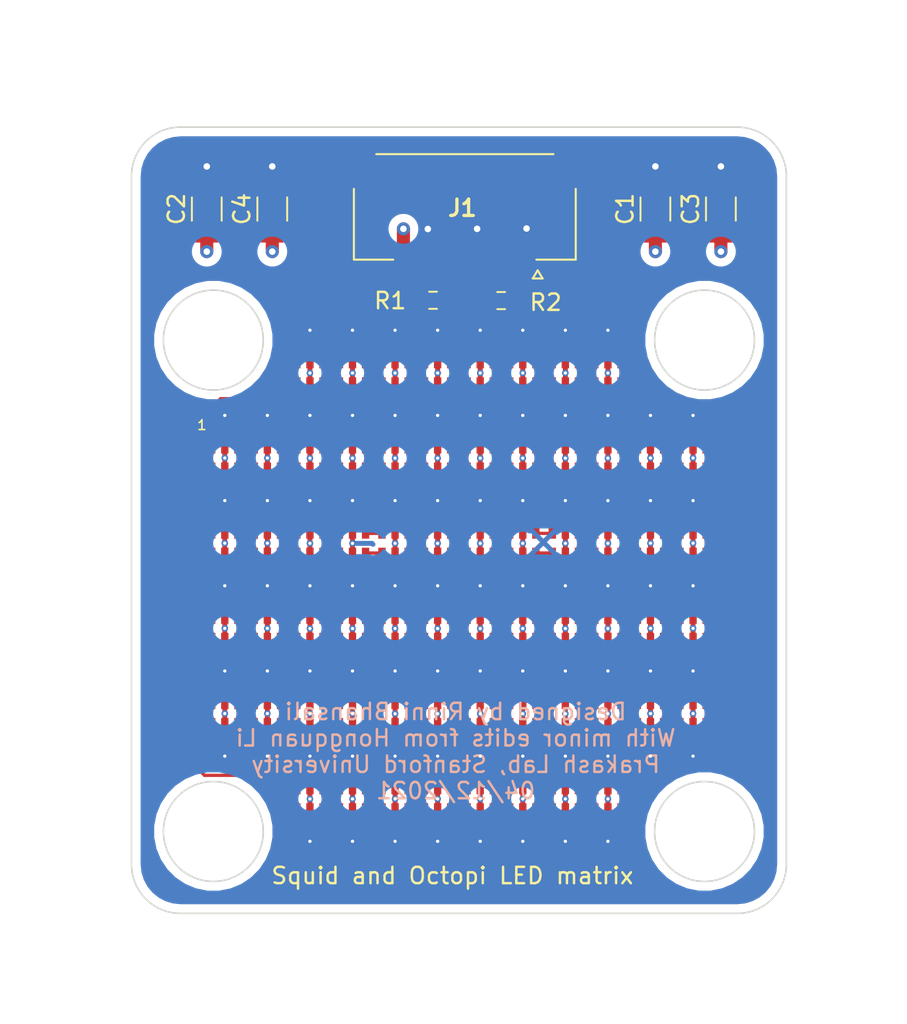
<source format=kicad_pcb>
(kicad_pcb (version 20171130) (host pcbnew "(5.1.9-0-10_14)")
  (layers (0 F.Cu signal) (1 In1.Cu power) (2 In2.Cu signal) (31 B.Cu power) (34 B.Paste user) (35 F.Paste user) (36 B.SilkS user) (37 F.SilkS user) (38 B.Mask user) (39 F.Mask user) (44 Edge.Cuts user))
  (net 0 "")
  (net 1 GND)
  (net 2 +5VD)
  (net 3 /SDI)
  (net 4 /CKI)
  (net 5 "Net-(D1-Pad3)")
  (net 6 "Net-(D1-Pad2)")
  (net 7 "Net-(D2-Pad3)")
  (net 8 "Net-(D2-Pad2)")
  (net 9 "Net-(D126-Pad3)")
  (net 10 "Net-(D126-Pad2)")
  (net 11 "Net-(D127-Pad3)")
  (net 12 "Net-(D127-Pad2)")
  (net 13 "Net-(D3-Pad3)")
  (net 14 "Net-(D3-Pad2)")
  (net 15 "Net-(D4-Pad3)")
  (net 16 "Net-(D4-Pad2)")
  (net 17 "Net-(D5-Pad3)")
  (net 18 "Net-(D5-Pad2)")
  (net 19 "Net-(D10-Pad4)")
  (net 20 "Net-(D10-Pad5)")
  (net 21 "Net-(D10-Pad3)")
  (net 22 "Net-(D10-Pad2)")
  (net 23 "Net-(D11-Pad3)")
  (net 24 "Net-(D11-Pad2)")
  (net 25 "Net-(D12-Pad3)")
  (net 26 "Net-(D12-Pad2)")
  (net 27 "Net-(D13-Pad3)")
  (net 28 "Net-(D13-Pad2)")
  (net 29 "Net-(D14-Pad3)")
  (net 30 "Net-(D14-Pad2)")
  (net 31 "Net-(D15-Pad3)")
  (net 32 "Net-(D15-Pad2)")
  (net 33 "Net-(D16-Pad3)")
  (net 34 "Net-(D16-Pad2)")
  (net 35 "Net-(D17-Pad3)")
  (net 36 "Net-(D17-Pad2)")
  (net 37 "Net-(D18-Pad3)")
  (net 38 "Net-(D18-Pad2)")
  (net 39 "Net-(D19-Pad3)")
  (net 40 "Net-(D19-Pad2)")
  (net 41 "Net-(D20-Pad3)")
  (net 42 "Net-(D20-Pad2)")
  (net 43 "Net-(D21-Pad3)")
  (net 44 "Net-(D21-Pad2)")
  (net 45 "Net-(D22-Pad3)")
  (net 46 "Net-(D22-Pad2)")
  (net 47 "Net-(D23-Pad3)")
  (net 48 "Net-(D23-Pad2)")
  (net 49 "Net-(D24-Pad3)")
  (net 50 "Net-(D24-Pad2)")
  (net 51 "Net-(D25-Pad3)")
  (net 52 "Net-(D25-Pad2)")
  (net 53 "Net-(D26-Pad3)")
  (net 54 "Net-(D26-Pad2)")
  (net 55 "Net-(D27-Pad3)")
  (net 56 "Net-(D27-Pad2)")
  (net 57 "Net-(D28-Pad3)")
  (net 58 "Net-(D28-Pad2)")
  (net 59 "Net-(D29-Pad3)")
  (net 60 "Net-(D29-Pad2)")
  (net 61 "Net-(D30-Pad3)")
  (net 62 "Net-(D30-Pad2)")
  (net 63 "Net-(D31-Pad3)")
  (net 64 "Net-(D31-Pad2)")
  (net 65 "Net-(D32-Pad3)")
  (net 66 "Net-(D32-Pad2)")
  (net 67 "Net-(D33-Pad3)")
  (net 68 "Net-(D33-Pad2)")
  (net 69 "Net-(D34-Pad3)")
  (net 70 "Net-(D34-Pad2)")
  (net 71 "Net-(D35-Pad3)")
  (net 72 "Net-(D35-Pad2)")
  (net 73 "Net-(D36-Pad3)")
  (net 74 "Net-(D36-Pad2)")
  (net 75 "Net-(D37-Pad3)")
  (net 76 "Net-(D37-Pad2)")
  (net 77 "Net-(D38-Pad3)")
  (net 78 "Net-(D38-Pad2)")
  (net 79 "Net-(D39-Pad3)")
  (net 80 "Net-(D39-Pad2)")
  (net 81 "Net-(D40-Pad3)")
  (net 82 "Net-(D40-Pad2)")
  (net 83 "Net-(D41-Pad3)")
  (net 84 "Net-(D41-Pad2)")
  (net 85 "Net-(D42-Pad3)")
  (net 86 "Net-(D42-Pad2)")
  (net 87 "Net-(D43-Pad3)")
  (net 88 "Net-(D43-Pad2)")
  (net 89 "Net-(D44-Pad3)")
  (net 90 "Net-(D44-Pad2)")
  (net 91 "Net-(D45-Pad3)")
  (net 92 "Net-(D45-Pad2)")
  (net 93 "Net-(D46-Pad3)")
  (net 94 "Net-(D46-Pad2)")
  (net 95 "Net-(D47-Pad3)")
  (net 96 "Net-(D47-Pad2)")
  (net 97 "Net-(D48-Pad3)")
  (net 98 "Net-(D48-Pad2)")
  (net 99 "Net-(D49-Pad3)")
  (net 100 "Net-(D49-Pad2)")
  (net 101 "Net-(D50-Pad3)")
  (net 102 "Net-(D50-Pad2)")
  (net 103 "Net-(D51-Pad3)")
  (net 104 "Net-(D51-Pad2)")
  (net 105 "Net-(D52-Pad3)")
  (net 106 "Net-(D52-Pad2)")
  (net 107 "Net-(D53-Pad3)")
  (net 108 "Net-(D53-Pad2)")
  (net 109 "Net-(D54-Pad3)")
  (net 110 "Net-(D54-Pad2)")
  (net 111 "Net-(D55-Pad3)")
  (net 112 "Net-(D55-Pad2)")
  (net 113 "Net-(D56-Pad3)")
  (net 114 "Net-(D56-Pad2)")
  (net 115 "Net-(D57-Pad3)")
  (net 116 "Net-(D57-Pad2)")
  (net 117 "Net-(D58-Pad3)")
  (net 118 "Net-(D58-Pad2)")
  (net 119 "Net-(D59-Pad3)")
  (net 120 "Net-(D59-Pad2)")
  (net 121 "Net-(D60-Pad3)")
  (net 122 "Net-(D60-Pad2)")
  (net 123 "Net-(D61-Pad3)")
  (net 124 "Net-(D61-Pad2)")
  (net 125 "Net-(D62-Pad3)")
  (net 126 "Net-(D62-Pad2)")
  (net 127 "Net-(D63-Pad3)")
  (net 128 "Net-(D63-Pad2)")
  (net 129 "Net-(D64-Pad3)")
  (net 130 "Net-(D64-Pad2)")
  (net 131 "Net-(D65-Pad3)")
  (net 132 "Net-(D65-Pad2)")
  (net 133 "Net-(D66-Pad3)")
  (net 134 "Net-(D66-Pad2)")
  (net 135 "Net-(D67-Pad3)")
  (net 136 "Net-(D67-Pad2)")
  (net 137 "Net-(D68-Pad3)")
  (net 138 "Net-(D68-Pad2)")
  (net 139 "Net-(D69-Pad3)")
  (net 140 "Net-(D69-Pad2)")
  (net 141 "Net-(D70-Pad3)")
  (net 142 "Net-(D70-Pad2)")
  (net 143 "Net-(D71-Pad3)")
  (net 144 "Net-(D71-Pad2)")
  (net 145 "Net-(D72-Pad3)")
  (net 146 "Net-(D72-Pad2)")
  (net 147 "Net-(D73-Pad3)")
  (net 148 "Net-(D73-Pad2)")
  (net 149 "Net-(D74-Pad3)")
  (net 150 "Net-(D74-Pad2)")
  (net 151 "Net-(D75-Pad3)")
  (net 152 "Net-(D75-Pad2)")
  (net 153 "Net-(D76-Pad3)")
  (net 154 "Net-(D76-Pad2)")
  (net 155 "Net-(D77-Pad3)")
  (net 156 "Net-(D77-Pad2)")
  (net 157 "Net-(D78-Pad3)")
  (net 158 "Net-(D78-Pad2)")
  (net 159 "Net-(D79-Pad3)")
  (net 160 "Net-(D79-Pad2)")
  (net 161 "Net-(D80-Pad3)")
  (net 162 "Net-(D80-Pad2)")
  (net 163 "Net-(D81-Pad3)")
  (net 164 "Net-(D81-Pad2)")
  (net 165 "Net-(D82-Pad3)")
  (net 166 "Net-(D82-Pad2)")
  (net 167 "Net-(D83-Pad3)")
  (net 168 "Net-(D83-Pad2)")
  (net 169 "Net-(D84-Pad3)")
  (net 170 "Net-(D84-Pad2)")
  (net 171 "Net-(D85-Pad3)")
  (net 172 "Net-(D85-Pad2)")
  (net 173 "Net-(D86-Pad3)")
  (net 174 "Net-(D86-Pad2)")
  (net 175 "Net-(D87-Pad3)")
  (net 176 "Net-(D87-Pad2)")
  (net 177 "Net-(D88-Pad3)")
  (net 178 "Net-(D88-Pad2)")
  (net 179 "Net-(D89-Pad3)")
  (net 180 "Net-(D89-Pad2)")
  (net 181 "Net-(D90-Pad3)")
  (net 182 "Net-(D90-Pad2)")
  (net 183 "Net-(D91-Pad3)")
  (net 184 "Net-(D91-Pad2)")
  (net 185 "Net-(D92-Pad3)")
  (net 186 "Net-(D92-Pad2)")
  (net 187 "Net-(D93-Pad3)")
  (net 188 "Net-(D93-Pad2)")
  (net 189 "Net-(D94-Pad3)")
  (net 190 "Net-(D94-Pad2)")
  (net 191 "Net-(D95-Pad3)")
  (net 192 "Net-(D95-Pad2)")
  (net 193 "Net-(D100-Pad4)")
  (net 194 "Net-(D100-Pad5)")
  (net 195 "Net-(D100-Pad3)")
  (net 196 "Net-(D100-Pad2)")
  (net 197 "Net-(D101-Pad3)")
  (net 198 "Net-(D101-Pad2)")
  (net 199 "Net-(D102-Pad3)")
  (net 200 "Net-(D102-Pad2)")
  (net 201 "Net-(D103-Pad3)")
  (net 202 "Net-(D103-Pad2)")
  (net 203 "Net-(D104-Pad3)")
  (net 204 "Net-(D104-Pad2)")
  (net 205 "Net-(D105-Pad3)")
  (net 206 "Net-(D105-Pad2)")
  (net 207 "Net-(D106-Pad3)")
  (net 208 "Net-(D106-Pad2)")
  (net 209 "Net-(D107-Pad3)")
  (net 210 "Net-(D107-Pad2)")
  (net 211 "Net-(D108-Pad3)")
  (net 212 "Net-(D108-Pad2)")
  (net 213 "Net-(D109-Pad3)")
  (net 214 "Net-(D109-Pad2)")
  (net 215 "Net-(D110-Pad3)")
  (net 216 "Net-(D110-Pad2)")
  (net 217 "Net-(D111-Pad3)")
  (net 218 "Net-(D111-Pad2)")
  (net 219 "Net-(D112-Pad3)")
  (net 220 "Net-(D112-Pad2)")
  (net 221 "Net-(D113-Pad3)")
  (net 222 "Net-(D113-Pad2)")
  (net 223 "Net-(D114-Pad3)")
  (net 224 "Net-(D114-Pad2)")
  (net 225 "Net-(D115-Pad3)")
  (net 226 "Net-(D115-Pad2)")
  (net 227 "Net-(D116-Pad3)")
  (net 228 "Net-(D116-Pad2)")
  (net 229 "Net-(D117-Pad3)")
  (net 230 "Net-(D117-Pad2)")
  (net 231 "Net-(D118-Pad3)")
  (net 232 "Net-(D118-Pad2)")
  (net 233 "Net-(D119-Pad3)")
  (net 234 "Net-(D119-Pad2)")
  (net 235 "Net-(D120-Pad3)")
  (net 236 "Net-(D120-Pad2)")
  (net 237 "Net-(D121-Pad3)")
  (net 238 "Net-(D121-Pad2)")
  (net 239 "Net-(D122-Pad3)")
  (net 240 "Net-(D122-Pad2)")
  (net 241 "Net-(D123-Pad3)")
  (net 242 "Net-(D123-Pad2)")
  (net 243 "Net-(D124-Pad3)")
  (net 244 "Net-(D124-Pad2)")
  (net 245 "Net-(D125-Pad3)")
  (net 246 "Net-(D125-Pad2)")
  (net 247 "Net-(D6-Pad3)")
  (net 248 "Net-(D6-Pad2)")
  (net 249 "Net-(D7-Pad3)")
  (net 250 "Net-(D7-Pad2)")
  (net 251 "Net-(D8-Pad3)")
  (net 252 "Net-(D8-Pad2)")
  (net 253 "Net-(D96-Pad3)")
  (net 254 "Net-(D96-Pad2)")
  (net 255 "Net-(D97-Pad3)")
  (net 256 "Net-(D97-Pad2)")
  (net 257 "Net-(D98-Pad3)")
  (net 258 "Net-(D98-Pad2)")
  (net 259 "Net-(J1-Pad2)")
  (net 260 "Net-(J1-Pad4)")
  (module Connector:MOLEX_5040500691 (layer F.Cu) (at 64.11 29.74)
    (fp_text reference J1 (at -3.9 -2.8) (layer F.SilkS) (effects (font (thickness 0.2))))
    (fp_text value 5040500691)
    (pad S1 smd rect (at 2.605 -5.19) (size 1.25 1.8) (layers F.Cu F.Paste))
    (pad 6 smd rect (at -7.5 0.3) (size 0.6 1.6) (layers F.Cu F.Paste) (net 2 +5VD))
    (pad 5 smd rect (at -6 0.3) (size 0.6 1.6) (layers F.Cu F.Paste) (net 1 GND))
    (pad 4 smd rect (at -4.5 0.3) (size 0.6 1.6) (layers F.Cu F.Paste) (net 260 "Net-(J1-Pad4)"))
    (pad 3 smd rect (at -3 0.3) (size 0.6 1.6) (layers F.Cu F.Paste) (net 1 GND))
    (pad 2 smd rect (at -1.5 0.3) (size 0.6 1.6) (layers F.Cu F.Paste) (net 259 "Net-(J1-Pad2)"))
    (pad S2 smd rect (at -10.105 -5.19) (size 1.25 1.8) (layers F.Cu F.Paste))
    (pad 1 smd rect (at 0 0.3) (size 0.6 1.6) (layers F.Cu F.Paste) (net 1 GND))
  )
  (module LED_SMD:LED-APA102-2020 (layer F.Cu) (at 69.1 64.3 180)
    (fp_text reference D121 hide)
    (fp_text value APA102-2020)
    (pad 1 smd rect (at 0 0.6 180) (size 0.45 0.85) (layers F.Cu F.Paste F.Mask) (net 2 +5VD))
    (pad 2 smd rect (at 0.8 0.7 180) (size 0.45 0.65) (layers F.Cu F.Paste F.Mask) (net 238 "Net-(D121-Pad2)"))
    (pad 5 smd rect (at -0.8 0.7 180) (size 0.45 0.65) (layers F.Cu F.Paste F.Mask) (net 236 "Net-(D120-Pad2)"))
    (pad 6 smd rect (at 0 -0.7 180) (size 0.45 0.65) (layers F.Cu F.Paste F.Mask) (net 1 GND))
    (pad 3 smd rect (at 0.8 -0.7 180) (size 0.45 0.65) (layers F.Cu F.Paste F.Mask) (net 237 "Net-(D121-Pad3)"))
    (pad 4 smd rect (at -0.8 -0.7 180) (size 0.45 0.65) (layers F.Cu F.Paste F.Mask) (net 235 "Net-(D120-Pad3)"))
  )
  (module LED_SMD:LED-APA102-2020 (layer F.Cu) (at 50.9 35.7)
    (fp_text reference D1 hide)
    (fp_text value APA102-2020)
    (pad 1 smd rect (at 0 0.6) (size 0.45 0.85) (layers F.Cu F.Paste F.Mask) (net 2 +5VD))
    (pad 2 smd rect (at 0.8 0.7) (size 0.45 0.65) (layers F.Cu F.Paste F.Mask) (net 6 "Net-(D1-Pad2)"))
    (pad 5 smd rect (at -0.8 0.7) (size 0.45 0.65) (layers F.Cu F.Paste F.Mask) (net 4 /CKI))
    (pad 6 smd rect (at 0 -0.7) (size 0.45 0.65) (layers F.Cu F.Paste F.Mask) (net 1 GND))
    (pad 3 smd rect (at 0.8 -0.7) (size 0.45 0.65) (layers F.Cu F.Paste F.Mask) (net 5 "Net-(D1-Pad3)"))
    (pad 4 smd rect (at -0.8 -0.7) (size 0.45 0.65) (layers F.Cu F.Paste F.Mask) (net 3 /SDI))
  )
  (module LED_SMD:LED-APA102-2020 (layer F.Cu) (at 53.5 35.7)
    (fp_text reference D2 hide)
    (fp_text value APA102-2020)
    (pad 1 smd rect (at 0 0.6) (size 0.45 0.85) (layers F.Cu F.Paste F.Mask) (net 2 +5VD))
    (pad 2 smd rect (at 0.8 0.7) (size 0.45 0.65) (layers F.Cu F.Paste F.Mask) (net 8 "Net-(D2-Pad2)"))
    (pad 5 smd rect (at -0.8 0.7) (size 0.45 0.65) (layers F.Cu F.Paste F.Mask) (net 6 "Net-(D1-Pad2)"))
    (pad 6 smd rect (at 0 -0.7) (size 0.45 0.65) (layers F.Cu F.Paste F.Mask) (net 1 GND))
    (pad 3 smd rect (at 0.8 -0.7) (size 0.45 0.65) (layers F.Cu F.Paste F.Mask) (net 7 "Net-(D2-Pad3)"))
    (pad 4 smd rect (at -0.8 -0.7) (size 0.45 0.65) (layers F.Cu F.Paste F.Mask) (net 5 "Net-(D1-Pad3)"))
  )
  (module LED_SMD:LED-APA102-2020 (layer F.Cu) (at 56.1 35.7)
    (fp_text reference D3 hide)
    (fp_text value APA102-2020)
    (pad 1 smd rect (at 0 0.6) (size 0.45 0.85) (layers F.Cu F.Paste F.Mask) (net 2 +5VD))
    (pad 2 smd rect (at 0.8 0.7) (size 0.45 0.65) (layers F.Cu F.Paste F.Mask) (net 14 "Net-(D3-Pad2)"))
    (pad 5 smd rect (at -0.8 0.7) (size 0.45 0.65) (layers F.Cu F.Paste F.Mask) (net 8 "Net-(D2-Pad2)"))
    (pad 6 smd rect (at 0 -0.7) (size 0.45 0.65) (layers F.Cu F.Paste F.Mask) (net 1 GND))
    (pad 3 smd rect (at 0.8 -0.7) (size 0.45 0.65) (layers F.Cu F.Paste F.Mask) (net 13 "Net-(D3-Pad3)"))
    (pad 4 smd rect (at -0.8 -0.7) (size 0.45 0.65) (layers F.Cu F.Paste F.Mask) (net 7 "Net-(D2-Pad3)"))
  )
  (module LED_SMD:LED-APA102-2020 (layer F.Cu) (at 58.7 35.7)
    (fp_text reference D4 hide)
    (fp_text value APA102-2020)
    (pad 1 smd rect (at 0 0.6) (size 0.45 0.85) (layers F.Cu F.Paste F.Mask) (net 2 +5VD))
    (pad 2 smd rect (at 0.8 0.7) (size 0.45 0.65) (layers F.Cu F.Paste F.Mask) (net 16 "Net-(D4-Pad2)"))
    (pad 5 smd rect (at -0.8 0.7) (size 0.45 0.65) (layers F.Cu F.Paste F.Mask) (net 14 "Net-(D3-Pad2)"))
    (pad 6 smd rect (at 0 -0.7) (size 0.45 0.65) (layers F.Cu F.Paste F.Mask) (net 1 GND))
    (pad 3 smd rect (at 0.8 -0.7) (size 0.45 0.65) (layers F.Cu F.Paste F.Mask) (net 15 "Net-(D4-Pad3)"))
    (pad 4 smd rect (at -0.8 -0.7) (size 0.45 0.65) (layers F.Cu F.Paste F.Mask) (net 13 "Net-(D3-Pad3)"))
  )
  (module LED_SMD:LED-APA102-2020 (layer F.Cu) (at 61.3 35.7)
    (fp_text reference D5 hide)
    (fp_text value APA102-2020)
    (pad 1 smd rect (at 0 0.6) (size 0.45 0.85) (layers F.Cu F.Paste F.Mask) (net 2 +5VD))
    (pad 2 smd rect (at 0.8 0.7) (size 0.45 0.65) (layers F.Cu F.Paste F.Mask) (net 18 "Net-(D5-Pad2)"))
    (pad 5 smd rect (at -0.8 0.7) (size 0.45 0.65) (layers F.Cu F.Paste F.Mask) (net 16 "Net-(D4-Pad2)"))
    (pad 6 smd rect (at 0 -0.7) (size 0.45 0.65) (layers F.Cu F.Paste F.Mask) (net 1 GND))
    (pad 3 smd rect (at 0.8 -0.7) (size 0.45 0.65) (layers F.Cu F.Paste F.Mask) (net 17 "Net-(D5-Pad3)"))
    (pad 4 smd rect (at -0.8 -0.7) (size 0.45 0.65) (layers F.Cu F.Paste F.Mask) (net 15 "Net-(D4-Pad3)"))
  )
  (module LED_SMD:LED-APA102-2020 (layer F.Cu) (at 63.9 35.7)
    (fp_text reference D6 hide)
    (fp_text value APA102-2020)
    (pad 1 smd rect (at 0 0.6) (size 0.45 0.85) (layers F.Cu F.Paste F.Mask) (net 2 +5VD))
    (pad 2 smd rect (at 0.8 0.7) (size 0.45 0.65) (layers F.Cu F.Paste F.Mask) (net 248 "Net-(D6-Pad2)"))
    (pad 5 smd rect (at -0.8 0.7) (size 0.45 0.65) (layers F.Cu F.Paste F.Mask) (net 18 "Net-(D5-Pad2)"))
    (pad 6 smd rect (at 0 -0.7) (size 0.45 0.65) (layers F.Cu F.Paste F.Mask) (net 1 GND))
    (pad 3 smd rect (at 0.8 -0.7) (size 0.45 0.65) (layers F.Cu F.Paste F.Mask) (net 247 "Net-(D6-Pad3)"))
    (pad 4 smd rect (at -0.8 -0.7) (size 0.45 0.65) (layers F.Cu F.Paste F.Mask) (net 17 "Net-(D5-Pad3)"))
  )
  (module LED_SMD:LED-APA102-2020 (layer F.Cu) (at 66.5 35.7)
    (fp_text reference D7 hide)
    (fp_text value APA102-2020)
    (pad 1 smd rect (at 0 0.6) (size 0.45 0.85) (layers F.Cu F.Paste F.Mask) (net 2 +5VD))
    (pad 2 smd rect (at 0.8 0.7) (size 0.45 0.65) (layers F.Cu F.Paste F.Mask) (net 250 "Net-(D7-Pad2)"))
    (pad 5 smd rect (at -0.8 0.7) (size 0.45 0.65) (layers F.Cu F.Paste F.Mask) (net 248 "Net-(D6-Pad2)"))
    (pad 6 smd rect (at 0 -0.7) (size 0.45 0.65) (layers F.Cu F.Paste F.Mask) (net 1 GND))
    (pad 3 smd rect (at 0.8 -0.7) (size 0.45 0.65) (layers F.Cu F.Paste F.Mask) (net 249 "Net-(D7-Pad3)"))
    (pad 4 smd rect (at -0.8 -0.7) (size 0.45 0.65) (layers F.Cu F.Paste F.Mask) (net 247 "Net-(D6-Pad3)"))
  )
  (module LED_SMD:LED-APA102-2020 (layer F.Cu) (at 69.1 35.7)
    (fp_text reference D8 hide)
    (fp_text value APA102-2020)
    (pad 1 smd rect (at 0 0.6) (size 0.45 0.85) (layers F.Cu F.Paste F.Mask) (net 2 +5VD))
    (pad 2 smd rect (at 0.8 0.7) (size 0.45 0.65) (layers F.Cu F.Paste F.Mask) (net 252 "Net-(D8-Pad2)"))
    (pad 5 smd rect (at -0.8 0.7) (size 0.45 0.65) (layers F.Cu F.Paste F.Mask) (net 250 "Net-(D7-Pad2)"))
    (pad 6 smd rect (at 0 -0.7) (size 0.45 0.65) (layers F.Cu F.Paste F.Mask) (net 1 GND))
    (pad 3 smd rect (at 0.8 -0.7) (size 0.45 0.65) (layers F.Cu F.Paste F.Mask) (net 251 "Net-(D8-Pad3)"))
    (pad 4 smd rect (at -0.8 -0.7) (size 0.45 0.65) (layers F.Cu F.Paste F.Mask) (net 249 "Net-(D7-Pad3)"))
  )
  (module LED_SMD:LED-APA102-2020 (layer F.Cu) (at 69.1 38.3 180)
    (fp_text reference D9 hide)
    (fp_text value APA102-2020)
    (pad 1 smd rect (at 0 0.6 180) (size 0.45 0.85) (layers F.Cu F.Paste F.Mask) (net 2 +5VD))
    (pad 2 smd rect (at 0.8 0.7 180) (size 0.45 0.65) (layers F.Cu F.Paste F.Mask) (net 20 "Net-(D10-Pad5)"))
    (pad 5 smd rect (at -0.8 0.7 180) (size 0.45 0.65) (layers F.Cu F.Paste F.Mask) (net 252 "Net-(D8-Pad2)"))
    (pad 6 smd rect (at 0 -0.7 180) (size 0.45 0.65) (layers F.Cu F.Paste F.Mask) (net 1 GND))
    (pad 3 smd rect (at 0.8 -0.7 180) (size 0.45 0.65) (layers F.Cu F.Paste F.Mask) (net 19 "Net-(D10-Pad4)"))
    (pad 4 smd rect (at -0.8 -0.7 180) (size 0.45 0.65) (layers F.Cu F.Paste F.Mask) (net 251 "Net-(D8-Pad3)"))
  )
  (module LED_SMD:LED-APA102-2020 (layer F.Cu) (at 66.5 38.3 180)
    (fp_text reference D10 hide)
    (fp_text value APA102-2020)
    (pad 1 smd rect (at 0 0.6 180) (size 0.45 0.85) (layers F.Cu F.Paste F.Mask) (net 2 +5VD))
    (pad 2 smd rect (at 0.8 0.7 180) (size 0.45 0.65) (layers F.Cu F.Paste F.Mask) (net 22 "Net-(D10-Pad2)"))
    (pad 5 smd rect (at -0.8 0.7 180) (size 0.45 0.65) (layers F.Cu F.Paste F.Mask) (net 20 "Net-(D10-Pad5)"))
    (pad 6 smd rect (at 0 -0.7 180) (size 0.45 0.65) (layers F.Cu F.Paste F.Mask) (net 1 GND))
    (pad 3 smd rect (at 0.8 -0.7 180) (size 0.45 0.65) (layers F.Cu F.Paste F.Mask) (net 21 "Net-(D10-Pad3)"))
    (pad 4 smd rect (at -0.8 -0.7 180) (size 0.45 0.65) (layers F.Cu F.Paste F.Mask) (net 19 "Net-(D10-Pad4)"))
  )
  (module LED_SMD:LED-APA102-2020 (layer F.Cu) (at 63.9 38.3 180)
    (fp_text reference D11 hide)
    (fp_text value APA102-2020)
    (pad 1 smd rect (at 0 0.6 180) (size 0.45 0.85) (layers F.Cu F.Paste F.Mask) (net 2 +5VD))
    (pad 2 smd rect (at 0.8 0.7 180) (size 0.45 0.65) (layers F.Cu F.Paste F.Mask) (net 24 "Net-(D11-Pad2)"))
    (pad 5 smd rect (at -0.8 0.7 180) (size 0.45 0.65) (layers F.Cu F.Paste F.Mask) (net 22 "Net-(D10-Pad2)"))
    (pad 6 smd rect (at 0 -0.7 180) (size 0.45 0.65) (layers F.Cu F.Paste F.Mask) (net 1 GND))
    (pad 3 smd rect (at 0.8 -0.7 180) (size 0.45 0.65) (layers F.Cu F.Paste F.Mask) (net 23 "Net-(D11-Pad3)"))
    (pad 4 smd rect (at -0.8 -0.7 180) (size 0.45 0.65) (layers F.Cu F.Paste F.Mask) (net 21 "Net-(D10-Pad3)"))
  )
  (module LED_SMD:LED-APA102-2020 (layer F.Cu) (at 61.3 38.3 180)
    (fp_text reference D12 hide)
    (fp_text value APA102-2020)
    (pad 1 smd rect (at 0 0.6 180) (size 0.45 0.85) (layers F.Cu F.Paste F.Mask) (net 2 +5VD))
    (pad 2 smd rect (at 0.8 0.7 180) (size 0.45 0.65) (layers F.Cu F.Paste F.Mask) (net 26 "Net-(D12-Pad2)"))
    (pad 5 smd rect (at -0.8 0.7 180) (size 0.45 0.65) (layers F.Cu F.Paste F.Mask) (net 24 "Net-(D11-Pad2)"))
    (pad 6 smd rect (at 0 -0.7 180) (size 0.45 0.65) (layers F.Cu F.Paste F.Mask) (net 1 GND))
    (pad 3 smd rect (at 0.8 -0.7 180) (size 0.45 0.65) (layers F.Cu F.Paste F.Mask) (net 25 "Net-(D12-Pad3)"))
    (pad 4 smd rect (at -0.8 -0.7 180) (size 0.45 0.65) (layers F.Cu F.Paste F.Mask) (net 23 "Net-(D11-Pad3)"))
  )
  (module LED_SMD:LED-APA102-2020 (layer F.Cu) (at 58.7 38.3 180)
    (fp_text reference D13 hide)
    (fp_text value APA102-2020)
    (pad 1 smd rect (at 0 0.6 180) (size 0.45 0.85) (layers F.Cu F.Paste F.Mask) (net 2 +5VD))
    (pad 2 smd rect (at 0.8 0.7 180) (size 0.45 0.65) (layers F.Cu F.Paste F.Mask) (net 28 "Net-(D13-Pad2)"))
    (pad 5 smd rect (at -0.8 0.7 180) (size 0.45 0.65) (layers F.Cu F.Paste F.Mask) (net 26 "Net-(D12-Pad2)"))
    (pad 6 smd rect (at 0 -0.7 180) (size 0.45 0.65) (layers F.Cu F.Paste F.Mask) (net 1 GND))
    (pad 3 smd rect (at 0.8 -0.7 180) (size 0.45 0.65) (layers F.Cu F.Paste F.Mask) (net 27 "Net-(D13-Pad3)"))
    (pad 4 smd rect (at -0.8 -0.7 180) (size 0.45 0.65) (layers F.Cu F.Paste F.Mask) (net 25 "Net-(D12-Pad3)"))
  )
  (module LED_SMD:LED-APA102-2020 (layer F.Cu) (at 56.1 38.3 180)
    (fp_text reference D14 hide)
    (fp_text value APA102-2020)
    (pad 1 smd rect (at 0 0.6 180) (size 0.45 0.85) (layers F.Cu F.Paste F.Mask) (net 2 +5VD))
    (pad 2 smd rect (at 0.8 0.7 180) (size 0.45 0.65) (layers F.Cu F.Paste F.Mask) (net 30 "Net-(D14-Pad2)"))
    (pad 5 smd rect (at -0.8 0.7 180) (size 0.45 0.65) (layers F.Cu F.Paste F.Mask) (net 28 "Net-(D13-Pad2)"))
    (pad 6 smd rect (at 0 -0.7 180) (size 0.45 0.65) (layers F.Cu F.Paste F.Mask) (net 1 GND))
    (pad 3 smd rect (at 0.8 -0.7 180) (size 0.45 0.65) (layers F.Cu F.Paste F.Mask) (net 29 "Net-(D14-Pad3)"))
    (pad 4 smd rect (at -0.8 -0.7 180) (size 0.45 0.65) (layers F.Cu F.Paste F.Mask) (net 27 "Net-(D13-Pad3)"))
  )
  (module LED_SMD:LED-APA102-2020 (layer F.Cu) (at 53.5 38.3 180)
    (fp_text reference D15 hide)
    (fp_text value APA102-2020)
    (pad 1 smd rect (at 0 0.6 180) (size 0.45 0.85) (layers F.Cu F.Paste F.Mask) (net 2 +5VD))
    (pad 2 smd rect (at 0.8 0.7 180) (size 0.45 0.65) (layers F.Cu F.Paste F.Mask) (net 32 "Net-(D15-Pad2)"))
    (pad 5 smd rect (at -0.8 0.7 180) (size 0.45 0.65) (layers F.Cu F.Paste F.Mask) (net 30 "Net-(D14-Pad2)"))
    (pad 6 smd rect (at 0 -0.7 180) (size 0.45 0.65) (layers F.Cu F.Paste F.Mask) (net 1 GND))
    (pad 3 smd rect (at 0.8 -0.7 180) (size 0.45 0.65) (layers F.Cu F.Paste F.Mask) (net 31 "Net-(D15-Pad3)"))
    (pad 4 smd rect (at -0.8 -0.7 180) (size 0.45 0.65) (layers F.Cu F.Paste F.Mask) (net 29 "Net-(D14-Pad3)"))
  )
  (module LED_SMD:LED-APA102-2020 (layer F.Cu) (at 50.9 38.3 180)
    (fp_text reference D16 hide)
    (fp_text value APA102-2020)
    (pad 1 smd rect (at 0 0.6 180) (size 0.45 0.85) (layers F.Cu F.Paste F.Mask) (net 2 +5VD))
    (pad 2 smd rect (at 0.8 0.7 180) (size 0.45 0.65) (layers F.Cu F.Paste F.Mask) (net 34 "Net-(D16-Pad2)"))
    (pad 5 smd rect (at -0.8 0.7 180) (size 0.45 0.65) (layers F.Cu F.Paste F.Mask) (net 32 "Net-(D15-Pad2)"))
    (pad 6 smd rect (at 0 -0.7 180) (size 0.45 0.65) (layers F.Cu F.Paste F.Mask) (net 1 GND))
    (pad 3 smd rect (at 0.8 -0.7 180) (size 0.45 0.65) (layers F.Cu F.Paste F.Mask) (net 33 "Net-(D16-Pad3)"))
    (pad 4 smd rect (at -0.8 -0.7 180) (size 0.45 0.65) (layers F.Cu F.Paste F.Mask) (net 31 "Net-(D15-Pad3)"))
  )
  (module LED_SMD:LED-APA102-2020 (layer F.Cu) (at 45.7 40.9)
    (fp_text reference D17 hide)
    (fp_text value APA102-2020)
    (fp_text user 1 (at -1.397 -0.7112) (layer F.SilkS) (effects (font (size 0.6 0.6) (thickness 0.1))))
    (pad 1 smd rect (at 0 0.6) (size 0.45 0.85) (layers F.Cu F.Paste F.Mask) (net 2 +5VD))
    (pad 2 smd rect (at 0.8 0.7) (size 0.45 0.65) (layers F.Cu F.Paste F.Mask) (net 36 "Net-(D17-Pad2)"))
    (pad 5 smd rect (at -0.8 0.7) (size 0.45 0.65) (layers F.Cu F.Paste F.Mask) (net 34 "Net-(D16-Pad2)"))
    (pad 6 smd rect (at 0 -0.7) (size 0.45 0.65) (layers F.Cu F.Paste F.Mask) (net 1 GND))
    (pad 3 smd rect (at 0.8 -0.7) (size 0.45 0.65) (layers F.Cu F.Paste F.Mask) (net 35 "Net-(D17-Pad3)"))
    (pad 4 smd rect (at -0.8 -0.7) (size 0.45 0.65) (layers F.Cu F.Paste F.Mask) (net 33 "Net-(D16-Pad3)"))
  )
  (module LED_SMD:LED-APA102-2020 (layer F.Cu) (at 48.3 40.9)
    (fp_text reference D18 hide)
    (fp_text value APA102-2020)
    (pad 1 smd rect (at 0 0.6) (size 0.45 0.85) (layers F.Cu F.Paste F.Mask) (net 2 +5VD))
    (pad 2 smd rect (at 0.8 0.7) (size 0.45 0.65) (layers F.Cu F.Paste F.Mask) (net 38 "Net-(D18-Pad2)"))
    (pad 5 smd rect (at -0.8 0.7) (size 0.45 0.65) (layers F.Cu F.Paste F.Mask) (net 36 "Net-(D17-Pad2)"))
    (pad 6 smd rect (at 0 -0.7) (size 0.45 0.65) (layers F.Cu F.Paste F.Mask) (net 1 GND))
    (pad 3 smd rect (at 0.8 -0.7) (size 0.45 0.65) (layers F.Cu F.Paste F.Mask) (net 37 "Net-(D18-Pad3)"))
    (pad 4 smd rect (at -0.8 -0.7) (size 0.45 0.65) (layers F.Cu F.Paste F.Mask) (net 35 "Net-(D17-Pad3)"))
  )
  (module LED_SMD:LED-APA102-2020 (layer F.Cu) (at 50.9 40.9)
    (fp_text reference D19 hide)
    (fp_text value APA102-2020)
    (pad 1 smd rect (at 0 0.6) (size 0.45 0.85) (layers F.Cu F.Paste F.Mask) (net 2 +5VD))
    (pad 2 smd rect (at 0.8 0.7) (size 0.45 0.65) (layers F.Cu F.Paste F.Mask) (net 40 "Net-(D19-Pad2)"))
    (pad 5 smd rect (at -0.8 0.7) (size 0.45 0.65) (layers F.Cu F.Paste F.Mask) (net 38 "Net-(D18-Pad2)"))
    (pad 6 smd rect (at 0 -0.7) (size 0.45 0.65) (layers F.Cu F.Paste F.Mask) (net 1 GND))
    (pad 3 smd rect (at 0.8 -0.7) (size 0.45 0.65) (layers F.Cu F.Paste F.Mask) (net 39 "Net-(D19-Pad3)"))
    (pad 4 smd rect (at -0.8 -0.7) (size 0.45 0.65) (layers F.Cu F.Paste F.Mask) (net 37 "Net-(D18-Pad3)"))
  )
  (module LED_SMD:LED-APA102-2020 (layer F.Cu) (at 53.5 40.9)
    (fp_text reference D20 hide)
    (fp_text value APA102-2020)
    (pad 1 smd rect (at 0 0.6) (size 0.45 0.85) (layers F.Cu F.Paste F.Mask) (net 2 +5VD))
    (pad 2 smd rect (at 0.8 0.7) (size 0.45 0.65) (layers F.Cu F.Paste F.Mask) (net 42 "Net-(D20-Pad2)"))
    (pad 5 smd rect (at -0.8 0.7) (size 0.45 0.65) (layers F.Cu F.Paste F.Mask) (net 40 "Net-(D19-Pad2)"))
    (pad 6 smd rect (at 0 -0.7) (size 0.45 0.65) (layers F.Cu F.Paste F.Mask) (net 1 GND))
    (pad 3 smd rect (at 0.8 -0.7) (size 0.45 0.65) (layers F.Cu F.Paste F.Mask) (net 41 "Net-(D20-Pad3)"))
    (pad 4 smd rect (at -0.8 -0.7) (size 0.45 0.65) (layers F.Cu F.Paste F.Mask) (net 39 "Net-(D19-Pad3)"))
  )
  (module LED_SMD:LED-APA102-2020 (layer F.Cu) (at 56.1 40.9)
    (fp_text reference D21 hide)
    (fp_text value APA102-2020)
    (pad 1 smd rect (at 0 0.6) (size 0.45 0.85) (layers F.Cu F.Paste F.Mask) (net 2 +5VD))
    (pad 2 smd rect (at 0.8 0.7) (size 0.45 0.65) (layers F.Cu F.Paste F.Mask) (net 44 "Net-(D21-Pad2)"))
    (pad 5 smd rect (at -0.8 0.7) (size 0.45 0.65) (layers F.Cu F.Paste F.Mask) (net 42 "Net-(D20-Pad2)"))
    (pad 6 smd rect (at 0 -0.7) (size 0.45 0.65) (layers F.Cu F.Paste F.Mask) (net 1 GND))
    (pad 3 smd rect (at 0.8 -0.7) (size 0.45 0.65) (layers F.Cu F.Paste F.Mask) (net 43 "Net-(D21-Pad3)"))
    (pad 4 smd rect (at -0.8 -0.7) (size 0.45 0.65) (layers F.Cu F.Paste F.Mask) (net 41 "Net-(D20-Pad3)"))
  )
  (module LED_SMD:LED-APA102-2020 (layer F.Cu) (at 58.7 40.9)
    (fp_text reference D22 hide)
    (fp_text value APA102-2020)
    (pad 1 smd rect (at 0 0.6) (size 0.45 0.85) (layers F.Cu F.Paste F.Mask) (net 2 +5VD))
    (pad 2 smd rect (at 0.8 0.7) (size 0.45 0.65) (layers F.Cu F.Paste F.Mask) (net 46 "Net-(D22-Pad2)"))
    (pad 5 smd rect (at -0.8 0.7) (size 0.45 0.65) (layers F.Cu F.Paste F.Mask) (net 44 "Net-(D21-Pad2)"))
    (pad 6 smd rect (at 0 -0.7) (size 0.45 0.65) (layers F.Cu F.Paste F.Mask) (net 1 GND))
    (pad 3 smd rect (at 0.8 -0.7) (size 0.45 0.65) (layers F.Cu F.Paste F.Mask) (net 45 "Net-(D22-Pad3)"))
    (pad 4 smd rect (at -0.8 -0.7) (size 0.45 0.65) (layers F.Cu F.Paste F.Mask) (net 43 "Net-(D21-Pad3)"))
  )
  (module LED_SMD:LED-APA102-2020 (layer F.Cu) (at 61.3 40.9)
    (fp_text reference D23 hide)
    (fp_text value APA102-2020)
    (pad 1 smd rect (at 0 0.6) (size 0.45 0.85) (layers F.Cu F.Paste F.Mask) (net 2 +5VD))
    (pad 2 smd rect (at 0.8 0.7) (size 0.45 0.65) (layers F.Cu F.Paste F.Mask) (net 48 "Net-(D23-Pad2)"))
    (pad 5 smd rect (at -0.8 0.7) (size 0.45 0.65) (layers F.Cu F.Paste F.Mask) (net 46 "Net-(D22-Pad2)"))
    (pad 6 smd rect (at 0 -0.7) (size 0.45 0.65) (layers F.Cu F.Paste F.Mask) (net 1 GND))
    (pad 3 smd rect (at 0.8 -0.7) (size 0.45 0.65) (layers F.Cu F.Paste F.Mask) (net 47 "Net-(D23-Pad3)"))
    (pad 4 smd rect (at -0.8 -0.7) (size 0.45 0.65) (layers F.Cu F.Paste F.Mask) (net 45 "Net-(D22-Pad3)"))
  )
  (module LED_SMD:LED-APA102-2020 (layer F.Cu) (at 63.9 40.9)
    (fp_text reference D24 hide)
    (fp_text value APA102-2020)
    (pad 1 smd rect (at 0 0.6) (size 0.45 0.85) (layers F.Cu F.Paste F.Mask) (net 2 +5VD))
    (pad 2 smd rect (at 0.8 0.7) (size 0.45 0.65) (layers F.Cu F.Paste F.Mask) (net 50 "Net-(D24-Pad2)"))
    (pad 5 smd rect (at -0.8 0.7) (size 0.45 0.65) (layers F.Cu F.Paste F.Mask) (net 48 "Net-(D23-Pad2)"))
    (pad 6 smd rect (at 0 -0.7) (size 0.45 0.65) (layers F.Cu F.Paste F.Mask) (net 1 GND))
    (pad 3 smd rect (at 0.8 -0.7) (size 0.45 0.65) (layers F.Cu F.Paste F.Mask) (net 49 "Net-(D24-Pad3)"))
    (pad 4 smd rect (at -0.8 -0.7) (size 0.45 0.65) (layers F.Cu F.Paste F.Mask) (net 47 "Net-(D23-Pad3)"))
  )
  (module LED_SMD:LED-APA102-2020 (layer F.Cu) (at 66.5 40.9)
    (fp_text reference D25 hide)
    (fp_text value APA102-2020)
    (pad 1 smd rect (at 0 0.6) (size 0.45 0.85) (layers F.Cu F.Paste F.Mask) (net 2 +5VD))
    (pad 2 smd rect (at 0.8 0.7) (size 0.45 0.65) (layers F.Cu F.Paste F.Mask) (net 52 "Net-(D25-Pad2)"))
    (pad 5 smd rect (at -0.8 0.7) (size 0.45 0.65) (layers F.Cu F.Paste F.Mask) (net 50 "Net-(D24-Pad2)"))
    (pad 6 smd rect (at 0 -0.7) (size 0.45 0.65) (layers F.Cu F.Paste F.Mask) (net 1 GND))
    (pad 3 smd rect (at 0.8 -0.7) (size 0.45 0.65) (layers F.Cu F.Paste F.Mask) (net 51 "Net-(D25-Pad3)"))
    (pad 4 smd rect (at -0.8 -0.7) (size 0.45 0.65) (layers F.Cu F.Paste F.Mask) (net 49 "Net-(D24-Pad3)"))
  )
  (module LED_SMD:LED-APA102-2020 (layer F.Cu) (at 69.1 40.9)
    (fp_text reference D26 hide)
    (fp_text value APA102-2020)
    (pad 1 smd rect (at 0 0.6) (size 0.45 0.85) (layers F.Cu F.Paste F.Mask) (net 2 +5VD))
    (pad 2 smd rect (at 0.8 0.7) (size 0.45 0.65) (layers F.Cu F.Paste F.Mask) (net 54 "Net-(D26-Pad2)"))
    (pad 5 smd rect (at -0.8 0.7) (size 0.45 0.65) (layers F.Cu F.Paste F.Mask) (net 52 "Net-(D25-Pad2)"))
    (pad 6 smd rect (at 0 -0.7) (size 0.45 0.65) (layers F.Cu F.Paste F.Mask) (net 1 GND))
    (pad 3 smd rect (at 0.8 -0.7) (size 0.45 0.65) (layers F.Cu F.Paste F.Mask) (net 53 "Net-(D26-Pad3)"))
    (pad 4 smd rect (at -0.8 -0.7) (size 0.45 0.65) (layers F.Cu F.Paste F.Mask) (net 51 "Net-(D25-Pad3)"))
  )
  (module LED_SMD:LED-APA102-2020 (layer F.Cu) (at 71.7 40.9)
    (fp_text reference D27 hide)
    (fp_text value APA102-2020)
    (pad 1 smd rect (at 0 0.6) (size 0.45 0.85) (layers F.Cu F.Paste F.Mask) (net 2 +5VD))
    (pad 2 smd rect (at 0.8 0.7) (size 0.45 0.65) (layers F.Cu F.Paste F.Mask) (net 56 "Net-(D27-Pad2)"))
    (pad 5 smd rect (at -0.8 0.7) (size 0.45 0.65) (layers F.Cu F.Paste F.Mask) (net 54 "Net-(D26-Pad2)"))
    (pad 6 smd rect (at 0 -0.7) (size 0.45 0.65) (layers F.Cu F.Paste F.Mask) (net 1 GND))
    (pad 3 smd rect (at 0.8 -0.7) (size 0.45 0.65) (layers F.Cu F.Paste F.Mask) (net 55 "Net-(D27-Pad3)"))
    (pad 4 smd rect (at -0.8 -0.7) (size 0.45 0.65) (layers F.Cu F.Paste F.Mask) (net 53 "Net-(D26-Pad3)"))
  )
  (module LED_SMD:LED-APA102-2020 (layer F.Cu) (at 74.3 40.9)
    (fp_text reference D28 hide)
    (fp_text value APA102-2020)
    (pad 1 smd rect (at 0 0.6) (size 0.45 0.85) (layers F.Cu F.Paste F.Mask) (net 2 +5VD))
    (pad 2 smd rect (at 0.8 0.7) (size 0.45 0.65) (layers F.Cu F.Paste F.Mask) (net 58 "Net-(D28-Pad2)"))
    (pad 5 smd rect (at -0.8 0.7) (size 0.45 0.65) (layers F.Cu F.Paste F.Mask) (net 56 "Net-(D27-Pad2)"))
    (pad 6 smd rect (at 0 -0.7) (size 0.45 0.65) (layers F.Cu F.Paste F.Mask) (net 1 GND))
    (pad 3 smd rect (at 0.8 -0.7) (size 0.45 0.65) (layers F.Cu F.Paste F.Mask) (net 57 "Net-(D28-Pad3)"))
    (pad 4 smd rect (at -0.8 -0.7) (size 0.45 0.65) (layers F.Cu F.Paste F.Mask) (net 55 "Net-(D27-Pad3)"))
  )
  (module LED_SMD:LED-APA102-2020 (layer F.Cu) (at 74.3 43.5 180)
    (fp_text reference D29 hide)
    (fp_text value APA102-2020)
    (pad 1 smd rect (at 0 0.6 180) (size 0.45 0.85) (layers F.Cu F.Paste F.Mask) (net 2 +5VD))
    (pad 2 smd rect (at 0.8 0.7 180) (size 0.45 0.65) (layers F.Cu F.Paste F.Mask) (net 60 "Net-(D29-Pad2)"))
    (pad 5 smd rect (at -0.8 0.7 180) (size 0.45 0.65) (layers F.Cu F.Paste F.Mask) (net 58 "Net-(D28-Pad2)"))
    (pad 6 smd rect (at 0 -0.7 180) (size 0.45 0.65) (layers F.Cu F.Paste F.Mask) (net 1 GND))
    (pad 3 smd rect (at 0.8 -0.7 180) (size 0.45 0.65) (layers F.Cu F.Paste F.Mask) (net 59 "Net-(D29-Pad3)"))
    (pad 4 smd rect (at -0.8 -0.7 180) (size 0.45 0.65) (layers F.Cu F.Paste F.Mask) (net 57 "Net-(D28-Pad3)"))
  )
  (module LED_SMD:LED-APA102-2020 (layer F.Cu) (at 71.7 43.5 180)
    (fp_text reference D30 hide)
    (fp_text value APA102-2020)
    (pad 1 smd rect (at 0 0.6 180) (size 0.45 0.85) (layers F.Cu F.Paste F.Mask) (net 2 +5VD))
    (pad 2 smd rect (at 0.8 0.7 180) (size 0.45 0.65) (layers F.Cu F.Paste F.Mask) (net 62 "Net-(D30-Pad2)"))
    (pad 5 smd rect (at -0.8 0.7 180) (size 0.45 0.65) (layers F.Cu F.Paste F.Mask) (net 60 "Net-(D29-Pad2)"))
    (pad 6 smd rect (at 0 -0.7 180) (size 0.45 0.65) (layers F.Cu F.Paste F.Mask) (net 1 GND))
    (pad 3 smd rect (at 0.8 -0.7 180) (size 0.45 0.65) (layers F.Cu F.Paste F.Mask) (net 61 "Net-(D30-Pad3)"))
    (pad 4 smd rect (at -0.8 -0.7 180) (size 0.45 0.65) (layers F.Cu F.Paste F.Mask) (net 59 "Net-(D29-Pad3)"))
  )
  (module LED_SMD:LED-APA102-2020 (layer F.Cu) (at 69.1 43.5 180)
    (fp_text reference D31 hide)
    (fp_text value APA102-2020)
    (pad 1 smd rect (at 0 0.6 180) (size 0.45 0.85) (layers F.Cu F.Paste F.Mask) (net 2 +5VD))
    (pad 2 smd rect (at 0.8 0.7 180) (size 0.45 0.65) (layers F.Cu F.Paste F.Mask) (net 64 "Net-(D31-Pad2)"))
    (pad 5 smd rect (at -0.8 0.7 180) (size 0.45 0.65) (layers F.Cu F.Paste F.Mask) (net 62 "Net-(D30-Pad2)"))
    (pad 6 smd rect (at 0 -0.7 180) (size 0.45 0.65) (layers F.Cu F.Paste F.Mask) (net 1 GND))
    (pad 3 smd rect (at 0.8 -0.7 180) (size 0.45 0.65) (layers F.Cu F.Paste F.Mask) (net 63 "Net-(D31-Pad3)"))
    (pad 4 smd rect (at -0.8 -0.7 180) (size 0.45 0.65) (layers F.Cu F.Paste F.Mask) (net 61 "Net-(D30-Pad3)"))
  )
  (module LED_SMD:LED-APA102-2020 (layer F.Cu) (at 66.5 43.5 180)
    (fp_text reference D32 hide)
    (fp_text value APA102-2020)
    (pad 1 smd rect (at 0 0.6 180) (size 0.45 0.85) (layers F.Cu F.Paste F.Mask) (net 2 +5VD))
    (pad 2 smd rect (at 0.8 0.7 180) (size 0.45 0.65) (layers F.Cu F.Paste F.Mask) (net 66 "Net-(D32-Pad2)"))
    (pad 5 smd rect (at -0.8 0.7 180) (size 0.45 0.65) (layers F.Cu F.Paste F.Mask) (net 64 "Net-(D31-Pad2)"))
    (pad 6 smd rect (at 0 -0.7 180) (size 0.45 0.65) (layers F.Cu F.Paste F.Mask) (net 1 GND))
    (pad 3 smd rect (at 0.8 -0.7 180) (size 0.45 0.65) (layers F.Cu F.Paste F.Mask) (net 65 "Net-(D32-Pad3)"))
    (pad 4 smd rect (at -0.8 -0.7 180) (size 0.45 0.65) (layers F.Cu F.Paste F.Mask) (net 63 "Net-(D31-Pad3)"))
  )
  (module LED_SMD:LED-APA102-2020 (layer F.Cu) (at 63.9 43.5 180)
    (fp_text reference D33 hide)
    (fp_text value APA102-2020)
    (pad 1 smd rect (at 0 0.6 180) (size 0.45 0.85) (layers F.Cu F.Paste F.Mask) (net 2 +5VD))
    (pad 2 smd rect (at 0.8 0.7 180) (size 0.45 0.65) (layers F.Cu F.Paste F.Mask) (net 68 "Net-(D33-Pad2)"))
    (pad 5 smd rect (at -0.8 0.7 180) (size 0.45 0.65) (layers F.Cu F.Paste F.Mask) (net 66 "Net-(D32-Pad2)"))
    (pad 6 smd rect (at 0 -0.7 180) (size 0.45 0.65) (layers F.Cu F.Paste F.Mask) (net 1 GND))
    (pad 3 smd rect (at 0.8 -0.7 180) (size 0.45 0.65) (layers F.Cu F.Paste F.Mask) (net 67 "Net-(D33-Pad3)"))
    (pad 4 smd rect (at -0.8 -0.7 180) (size 0.45 0.65) (layers F.Cu F.Paste F.Mask) (net 65 "Net-(D32-Pad3)"))
  )
  (module LED_SMD:LED-APA102-2020 (layer F.Cu) (at 61.3 43.5 180)
    (fp_text reference D34 hide)
    (fp_text value APA102-2020)
    (pad 1 smd rect (at 0 0.6 180) (size 0.45 0.85) (layers F.Cu F.Paste F.Mask) (net 2 +5VD))
    (pad 2 smd rect (at 0.8 0.7 180) (size 0.45 0.65) (layers F.Cu F.Paste F.Mask) (net 70 "Net-(D34-Pad2)"))
    (pad 5 smd rect (at -0.8 0.7 180) (size 0.45 0.65) (layers F.Cu F.Paste F.Mask) (net 68 "Net-(D33-Pad2)"))
    (pad 6 smd rect (at 0 -0.7 180) (size 0.45 0.65) (layers F.Cu F.Paste F.Mask) (net 1 GND))
    (pad 3 smd rect (at 0.8 -0.7 180) (size 0.45 0.65) (layers F.Cu F.Paste F.Mask) (net 69 "Net-(D34-Pad3)"))
    (pad 4 smd rect (at -0.8 -0.7 180) (size 0.45 0.65) (layers F.Cu F.Paste F.Mask) (net 67 "Net-(D33-Pad3)"))
  )
  (module LED_SMD:LED-APA102-2020 (layer F.Cu) (at 58.7 43.5 180)
    (fp_text reference D35 hide)
    (fp_text value APA102-2020)
    (pad 1 smd rect (at 0 0.6 180) (size 0.45 0.85) (layers F.Cu F.Paste F.Mask) (net 2 +5VD))
    (pad 2 smd rect (at 0.8 0.7 180) (size 0.45 0.65) (layers F.Cu F.Paste F.Mask) (net 72 "Net-(D35-Pad2)"))
    (pad 5 smd rect (at -0.8 0.7 180) (size 0.45 0.65) (layers F.Cu F.Paste F.Mask) (net 70 "Net-(D34-Pad2)"))
    (pad 6 smd rect (at 0 -0.7 180) (size 0.45 0.65) (layers F.Cu F.Paste F.Mask) (net 1 GND))
    (pad 3 smd rect (at 0.8 -0.7 180) (size 0.45 0.65) (layers F.Cu F.Paste F.Mask) (net 71 "Net-(D35-Pad3)"))
    (pad 4 smd rect (at -0.8 -0.7 180) (size 0.45 0.65) (layers F.Cu F.Paste F.Mask) (net 69 "Net-(D34-Pad3)"))
  )
  (module LED_SMD:LED-APA102-2020 (layer F.Cu) (at 56.1 43.5 180)
    (fp_text reference D36 hide)
    (fp_text value APA102-2020)
    (pad 1 smd rect (at 0 0.6 180) (size 0.45 0.85) (layers F.Cu F.Paste F.Mask) (net 2 +5VD))
    (pad 2 smd rect (at 0.8 0.7 180) (size 0.45 0.65) (layers F.Cu F.Paste F.Mask) (net 74 "Net-(D36-Pad2)"))
    (pad 5 smd rect (at -0.8 0.7 180) (size 0.45 0.65) (layers F.Cu F.Paste F.Mask) (net 72 "Net-(D35-Pad2)"))
    (pad 6 smd rect (at 0 -0.7 180) (size 0.45 0.65) (layers F.Cu F.Paste F.Mask) (net 1 GND))
    (pad 3 smd rect (at 0.8 -0.7 180) (size 0.45 0.65) (layers F.Cu F.Paste F.Mask) (net 73 "Net-(D36-Pad3)"))
    (pad 4 smd rect (at -0.8 -0.7 180) (size 0.45 0.65) (layers F.Cu F.Paste F.Mask) (net 71 "Net-(D35-Pad3)"))
  )
  (module LED_SMD:LED-APA102-2020 (layer F.Cu) (at 53.5 43.5 180)
    (fp_text reference D37 hide)
    (fp_text value APA102-2020)
    (pad 1 smd rect (at 0 0.6 180) (size 0.45 0.85) (layers F.Cu F.Paste F.Mask) (net 2 +5VD))
    (pad 2 smd rect (at 0.8 0.7 180) (size 0.45 0.65) (layers F.Cu F.Paste F.Mask) (net 76 "Net-(D37-Pad2)"))
    (pad 5 smd rect (at -0.8 0.7 180) (size 0.45 0.65) (layers F.Cu F.Paste F.Mask) (net 74 "Net-(D36-Pad2)"))
    (pad 6 smd rect (at 0 -0.7 180) (size 0.45 0.65) (layers F.Cu F.Paste F.Mask) (net 1 GND))
    (pad 3 smd rect (at 0.8 -0.7 180) (size 0.45 0.65) (layers F.Cu F.Paste F.Mask) (net 75 "Net-(D37-Pad3)"))
    (pad 4 smd rect (at -0.8 -0.7 180) (size 0.45 0.65) (layers F.Cu F.Paste F.Mask) (net 73 "Net-(D36-Pad3)"))
  )
  (module LED_SMD:LED-APA102-2020 (layer F.Cu) (at 50.9 43.5 180)
    (fp_text reference D38 hide)
    (fp_text value APA102-2020)
    (pad 1 smd rect (at 0 0.6 180) (size 0.45 0.85) (layers F.Cu F.Paste F.Mask) (net 2 +5VD))
    (pad 2 smd rect (at 0.8 0.7 180) (size 0.45 0.65) (layers F.Cu F.Paste F.Mask) (net 78 "Net-(D38-Pad2)"))
    (pad 5 smd rect (at -0.8 0.7 180) (size 0.45 0.65) (layers F.Cu F.Paste F.Mask) (net 76 "Net-(D37-Pad2)"))
    (pad 6 smd rect (at 0 -0.7 180) (size 0.45 0.65) (layers F.Cu F.Paste F.Mask) (net 1 GND))
    (pad 3 smd rect (at 0.8 -0.7 180) (size 0.45 0.65) (layers F.Cu F.Paste F.Mask) (net 77 "Net-(D38-Pad3)"))
    (pad 4 smd rect (at -0.8 -0.7 180) (size 0.45 0.65) (layers F.Cu F.Paste F.Mask) (net 75 "Net-(D37-Pad3)"))
  )
  (module LED_SMD:LED-APA102-2020 (layer F.Cu) (at 48.3 43.5 180)
    (fp_text reference D39 hide)
    (fp_text value APA102-2020)
    (pad 1 smd rect (at 0 0.6 180) (size 0.45 0.85) (layers F.Cu F.Paste F.Mask) (net 2 +5VD))
    (pad 2 smd rect (at 0.8 0.7 180) (size 0.45 0.65) (layers F.Cu F.Paste F.Mask) (net 80 "Net-(D39-Pad2)"))
    (pad 5 smd rect (at -0.8 0.7 180) (size 0.45 0.65) (layers F.Cu F.Paste F.Mask) (net 78 "Net-(D38-Pad2)"))
    (pad 6 smd rect (at 0 -0.7 180) (size 0.45 0.65) (layers F.Cu F.Paste F.Mask) (net 1 GND))
    (pad 3 smd rect (at 0.8 -0.7 180) (size 0.45 0.65) (layers F.Cu F.Paste F.Mask) (net 79 "Net-(D39-Pad3)"))
    (pad 4 smd rect (at -0.8 -0.7 180) (size 0.45 0.65) (layers F.Cu F.Paste F.Mask) (net 77 "Net-(D38-Pad3)"))
  )
  (module LED_SMD:LED-APA102-2020 (layer F.Cu) (at 45.7 43.5 180)
    (fp_text reference D40 hide)
    (fp_text value APA102-2020)
    (pad 1 smd rect (at 0 0.6 180) (size 0.45 0.85) (layers F.Cu F.Paste F.Mask) (net 2 +5VD))
    (pad 2 smd rect (at 0.8 0.7 180) (size 0.45 0.65) (layers F.Cu F.Paste F.Mask) (net 82 "Net-(D40-Pad2)"))
    (pad 5 smd rect (at -0.8 0.7 180) (size 0.45 0.65) (layers F.Cu F.Paste F.Mask) (net 80 "Net-(D39-Pad2)"))
    (pad 6 smd rect (at 0 -0.7 180) (size 0.45 0.65) (layers F.Cu F.Paste F.Mask) (net 1 GND))
    (pad 3 smd rect (at 0.8 -0.7 180) (size 0.45 0.65) (layers F.Cu F.Paste F.Mask) (net 81 "Net-(D40-Pad3)"))
    (pad 4 smd rect (at -0.8 -0.7 180) (size 0.45 0.65) (layers F.Cu F.Paste F.Mask) (net 79 "Net-(D39-Pad3)"))
  )
  (module LED_SMD:LED-APA102-2020 (layer F.Cu) (at 45.7 46.1)
    (fp_text reference D41 hide)
    (fp_text value APA102-2020)
    (pad 1 smd rect (at 0 0.6) (size 0.45 0.85) (layers F.Cu F.Paste F.Mask) (net 2 +5VD))
    (pad 2 smd rect (at 0.8 0.7) (size 0.45 0.65) (layers F.Cu F.Paste F.Mask) (net 84 "Net-(D41-Pad2)"))
    (pad 5 smd rect (at -0.8 0.7) (size 0.45 0.65) (layers F.Cu F.Paste F.Mask) (net 82 "Net-(D40-Pad2)"))
    (pad 6 smd rect (at 0 -0.7) (size 0.45 0.65) (layers F.Cu F.Paste F.Mask) (net 1 GND))
    (pad 3 smd rect (at 0.8 -0.7) (size 0.45 0.65) (layers F.Cu F.Paste F.Mask) (net 83 "Net-(D41-Pad3)"))
    (pad 4 smd rect (at -0.8 -0.7) (size 0.45 0.65) (layers F.Cu F.Paste F.Mask) (net 81 "Net-(D40-Pad3)"))
  )
  (module LED_SMD:LED-APA102-2020 (layer F.Cu) (at 48.3 46.1)
    (fp_text reference D42 hide)
    (fp_text value APA102-2020)
    (pad 1 smd rect (at 0 0.6) (size 0.45 0.85) (layers F.Cu F.Paste F.Mask) (net 2 +5VD))
    (pad 2 smd rect (at 0.8 0.7) (size 0.45 0.65) (layers F.Cu F.Paste F.Mask) (net 86 "Net-(D42-Pad2)"))
    (pad 5 smd rect (at -0.8 0.7) (size 0.45 0.65) (layers F.Cu F.Paste F.Mask) (net 84 "Net-(D41-Pad2)"))
    (pad 6 smd rect (at 0 -0.7) (size 0.45 0.65) (layers F.Cu F.Paste F.Mask) (net 1 GND))
    (pad 3 smd rect (at 0.8 -0.7) (size 0.45 0.65) (layers F.Cu F.Paste F.Mask) (net 85 "Net-(D42-Pad3)"))
    (pad 4 smd rect (at -0.8 -0.7) (size 0.45 0.65) (layers F.Cu F.Paste F.Mask) (net 83 "Net-(D41-Pad3)"))
  )
  (module LED_SMD:LED-APA102-2020 (layer F.Cu) (at 50.9 46.1)
    (fp_text reference D43 hide)
    (fp_text value APA102-2020)
    (pad 1 smd rect (at 0 0.6) (size 0.45 0.85) (layers F.Cu F.Paste F.Mask) (net 2 +5VD))
    (pad 2 smd rect (at 0.8 0.7) (size 0.45 0.65) (layers F.Cu F.Paste F.Mask) (net 88 "Net-(D43-Pad2)"))
    (pad 5 smd rect (at -0.8 0.7) (size 0.45 0.65) (layers F.Cu F.Paste F.Mask) (net 86 "Net-(D42-Pad2)"))
    (pad 6 smd rect (at 0 -0.7) (size 0.45 0.65) (layers F.Cu F.Paste F.Mask) (net 1 GND))
    (pad 3 smd rect (at 0.8 -0.7) (size 0.45 0.65) (layers F.Cu F.Paste F.Mask) (net 87 "Net-(D43-Pad3)"))
    (pad 4 smd rect (at -0.8 -0.7) (size 0.45 0.65) (layers F.Cu F.Paste F.Mask) (net 85 "Net-(D42-Pad3)"))
  )
  (module LED_SMD:LED-APA102-2020 (layer F.Cu) (at 53.5 46.1)
    (fp_text reference D44 hide)
    (fp_text value APA102-2020)
    (pad 1 smd rect (at 0 0.6) (size 0.45 0.85) (layers F.Cu F.Paste F.Mask) (net 2 +5VD))
    (pad 2 smd rect (at 0.8 0.7) (size 0.45 0.65) (layers F.Cu F.Paste F.Mask) (net 90 "Net-(D44-Pad2)"))
    (pad 5 smd rect (at -0.8 0.7) (size 0.45 0.65) (layers F.Cu F.Paste F.Mask) (net 88 "Net-(D43-Pad2)"))
    (pad 6 smd rect (at 0 -0.7) (size 0.45 0.65) (layers F.Cu F.Paste F.Mask) (net 1 GND))
    (pad 3 smd rect (at 0.8 -0.7) (size 0.45 0.65) (layers F.Cu F.Paste F.Mask) (net 89 "Net-(D44-Pad3)"))
    (pad 4 smd rect (at -0.8 -0.7) (size 0.45 0.65) (layers F.Cu F.Paste F.Mask) (net 87 "Net-(D43-Pad3)"))
  )
  (module LED_SMD:LED-APA102-2020 (layer F.Cu) (at 56.1 46.1)
    (fp_text reference D45 hide)
    (fp_text value APA102-2020)
    (pad 1 smd rect (at 0 0.6) (size 0.45 0.85) (layers F.Cu F.Paste F.Mask) (net 2 +5VD))
    (pad 2 smd rect (at 0.8 0.7) (size 0.45 0.65) (layers F.Cu F.Paste F.Mask) (net 92 "Net-(D45-Pad2)"))
    (pad 5 smd rect (at -0.8 0.7) (size 0.45 0.65) (layers F.Cu F.Paste F.Mask) (net 90 "Net-(D44-Pad2)"))
    (pad 6 smd rect (at 0 -0.7) (size 0.45 0.65) (layers F.Cu F.Paste F.Mask) (net 1 GND))
    (pad 3 smd rect (at 0.8 -0.7) (size 0.45 0.65) (layers F.Cu F.Paste F.Mask) (net 91 "Net-(D45-Pad3)"))
    (pad 4 smd rect (at -0.8 -0.7) (size 0.45 0.65) (layers F.Cu F.Paste F.Mask) (net 89 "Net-(D44-Pad3)"))
  )
  (module LED_SMD:LED-APA102-2020 (layer F.Cu) (at 58.7 46.1)
    (fp_text reference D46 hide)
    (fp_text value APA102-2020)
    (pad 1 smd rect (at 0 0.6) (size 0.45 0.85) (layers F.Cu F.Paste F.Mask) (net 2 +5VD))
    (pad 2 smd rect (at 0.8 0.7) (size 0.45 0.65) (layers F.Cu F.Paste F.Mask) (net 94 "Net-(D46-Pad2)"))
    (pad 5 smd rect (at -0.8 0.7) (size 0.45 0.65) (layers F.Cu F.Paste F.Mask) (net 92 "Net-(D45-Pad2)"))
    (pad 6 smd rect (at 0 -0.7) (size 0.45 0.65) (layers F.Cu F.Paste F.Mask) (net 1 GND))
    (pad 3 smd rect (at 0.8 -0.7) (size 0.45 0.65) (layers F.Cu F.Paste F.Mask) (net 93 "Net-(D46-Pad3)"))
    (pad 4 smd rect (at -0.8 -0.7) (size 0.45 0.65) (layers F.Cu F.Paste F.Mask) (net 91 "Net-(D45-Pad3)"))
  )
  (module LED_SMD:LED-APA102-2020 (layer F.Cu) (at 61.3 46.1)
    (fp_text reference D47 hide)
    (fp_text value APA102-2020)
    (pad 1 smd rect (at 0 0.6) (size 0.45 0.85) (layers F.Cu F.Paste F.Mask) (net 2 +5VD))
    (pad 2 smd rect (at 0.8 0.7) (size 0.45 0.65) (layers F.Cu F.Paste F.Mask) (net 96 "Net-(D47-Pad2)"))
    (pad 5 smd rect (at -0.8 0.7) (size 0.45 0.65) (layers F.Cu F.Paste F.Mask) (net 94 "Net-(D46-Pad2)"))
    (pad 6 smd rect (at 0 -0.7) (size 0.45 0.65) (layers F.Cu F.Paste F.Mask) (net 1 GND))
    (pad 3 smd rect (at 0.8 -0.7) (size 0.45 0.65) (layers F.Cu F.Paste F.Mask) (net 95 "Net-(D47-Pad3)"))
    (pad 4 smd rect (at -0.8 -0.7) (size 0.45 0.65) (layers F.Cu F.Paste F.Mask) (net 93 "Net-(D46-Pad3)"))
  )
  (module LED_SMD:LED-APA102-2020 (layer F.Cu) (at 63.9 46.1)
    (fp_text reference D48 hide)
    (fp_text value APA102-2020)
    (pad 1 smd rect (at 0 0.6) (size 0.45 0.85) (layers F.Cu F.Paste F.Mask) (net 2 +5VD))
    (pad 2 smd rect (at 0.8 0.7) (size 0.45 0.65) (layers F.Cu F.Paste F.Mask) (net 98 "Net-(D48-Pad2)"))
    (pad 5 smd rect (at -0.8 0.7) (size 0.45 0.65) (layers F.Cu F.Paste F.Mask) (net 96 "Net-(D47-Pad2)"))
    (pad 6 smd rect (at 0 -0.7) (size 0.45 0.65) (layers F.Cu F.Paste F.Mask) (net 1 GND))
    (pad 3 smd rect (at 0.8 -0.7) (size 0.45 0.65) (layers F.Cu F.Paste F.Mask) (net 97 "Net-(D48-Pad3)"))
    (pad 4 smd rect (at -0.8 -0.7) (size 0.45 0.65) (layers F.Cu F.Paste F.Mask) (net 95 "Net-(D47-Pad3)"))
  )
  (module LED_SMD:LED-APA102-2020 (layer F.Cu) (at 66.5 46.1)
    (fp_text reference D49 hide)
    (fp_text value APA102-2020)
    (pad 1 smd rect (at 0 0.6) (size 0.45 0.85) (layers F.Cu F.Paste F.Mask) (net 2 +5VD))
    (pad 2 smd rect (at 0.8 0.7) (size 0.45 0.65) (layers F.Cu F.Paste F.Mask) (net 100 "Net-(D49-Pad2)"))
    (pad 5 smd rect (at -0.8 0.7) (size 0.45 0.65) (layers F.Cu F.Paste F.Mask) (net 98 "Net-(D48-Pad2)"))
    (pad 6 smd rect (at 0 -0.7) (size 0.45 0.65) (layers F.Cu F.Paste F.Mask) (net 1 GND))
    (pad 3 smd rect (at 0.8 -0.7) (size 0.45 0.65) (layers F.Cu F.Paste F.Mask) (net 99 "Net-(D49-Pad3)"))
    (pad 4 smd rect (at -0.8 -0.7) (size 0.45 0.65) (layers F.Cu F.Paste F.Mask) (net 97 "Net-(D48-Pad3)"))
  )
  (module LED_SMD:LED-APA102-2020 (layer F.Cu) (at 69.1 46.1)
    (fp_text reference D50 hide)
    (fp_text value APA102-2020)
    (pad 1 smd rect (at 0 0.6) (size 0.45 0.85) (layers F.Cu F.Paste F.Mask) (net 2 +5VD))
    (pad 2 smd rect (at 0.8 0.7) (size 0.45 0.65) (layers F.Cu F.Paste F.Mask) (net 102 "Net-(D50-Pad2)"))
    (pad 5 smd rect (at -0.8 0.7) (size 0.45 0.65) (layers F.Cu F.Paste F.Mask) (net 100 "Net-(D49-Pad2)"))
    (pad 6 smd rect (at 0 -0.7) (size 0.45 0.65) (layers F.Cu F.Paste F.Mask) (net 1 GND))
    (pad 3 smd rect (at 0.8 -0.7) (size 0.45 0.65) (layers F.Cu F.Paste F.Mask) (net 101 "Net-(D50-Pad3)"))
    (pad 4 smd rect (at -0.8 -0.7) (size 0.45 0.65) (layers F.Cu F.Paste F.Mask) (net 99 "Net-(D49-Pad3)"))
  )
  (module LED_SMD:LED-APA102-2020 (layer F.Cu) (at 71.7 46.1)
    (fp_text reference D51 hide)
    (fp_text value APA102-2020)
    (pad 1 smd rect (at 0 0.6) (size 0.45 0.85) (layers F.Cu F.Paste F.Mask) (net 2 +5VD))
    (pad 2 smd rect (at 0.8 0.7) (size 0.45 0.65) (layers F.Cu F.Paste F.Mask) (net 104 "Net-(D51-Pad2)"))
    (pad 5 smd rect (at -0.8 0.7) (size 0.45 0.65) (layers F.Cu F.Paste F.Mask) (net 102 "Net-(D50-Pad2)"))
    (pad 6 smd rect (at 0 -0.7) (size 0.45 0.65) (layers F.Cu F.Paste F.Mask) (net 1 GND))
    (pad 3 smd rect (at 0.8 -0.7) (size 0.45 0.65) (layers F.Cu F.Paste F.Mask) (net 103 "Net-(D51-Pad3)"))
    (pad 4 smd rect (at -0.8 -0.7) (size 0.45 0.65) (layers F.Cu F.Paste F.Mask) (net 101 "Net-(D50-Pad3)"))
  )
  (module LED_SMD:LED-APA102-2020 (layer F.Cu) (at 74.3 46.1)
    (fp_text reference D52 hide)
    (fp_text value APA102-2020)
    (pad 1 smd rect (at 0 0.6) (size 0.45 0.85) (layers F.Cu F.Paste F.Mask) (net 2 +5VD))
    (pad 2 smd rect (at 0.8 0.7) (size 0.45 0.65) (layers F.Cu F.Paste F.Mask) (net 106 "Net-(D52-Pad2)"))
    (pad 5 smd rect (at -0.8 0.7) (size 0.45 0.65) (layers F.Cu F.Paste F.Mask) (net 104 "Net-(D51-Pad2)"))
    (pad 6 smd rect (at 0 -0.7) (size 0.45 0.65) (layers F.Cu F.Paste F.Mask) (net 1 GND))
    (pad 3 smd rect (at 0.8 -0.7) (size 0.45 0.65) (layers F.Cu F.Paste F.Mask) (net 105 "Net-(D52-Pad3)"))
    (pad 4 smd rect (at -0.8 -0.7) (size 0.45 0.65) (layers F.Cu F.Paste F.Mask) (net 103 "Net-(D51-Pad3)"))
  )
  (module LED_SMD:LED-APA102-2020 (layer F.Cu) (at 74.3 48.7 180)
    (fp_text reference D53 hide)
    (fp_text value APA102-2020)
    (pad 1 smd rect (at 0 0.6 180) (size 0.45 0.85) (layers F.Cu F.Paste F.Mask) (net 2 +5VD))
    (pad 2 smd rect (at 0.8 0.7 180) (size 0.45 0.65) (layers F.Cu F.Paste F.Mask) (net 108 "Net-(D53-Pad2)"))
    (pad 5 smd rect (at -0.8 0.7 180) (size 0.45 0.65) (layers F.Cu F.Paste F.Mask) (net 106 "Net-(D52-Pad2)"))
    (pad 6 smd rect (at 0 -0.7 180) (size 0.45 0.65) (layers F.Cu F.Paste F.Mask) (net 1 GND))
    (pad 3 smd rect (at 0.8 -0.7 180) (size 0.45 0.65) (layers F.Cu F.Paste F.Mask) (net 107 "Net-(D53-Pad3)"))
    (pad 4 smd rect (at -0.8 -0.7 180) (size 0.45 0.65) (layers F.Cu F.Paste F.Mask) (net 105 "Net-(D52-Pad3)"))
  )
  (module LED_SMD:LED-APA102-2020 (layer F.Cu) (at 71.7 48.7 180)
    (fp_text reference D54 hide)
    (fp_text value APA102-2020)
    (pad 1 smd rect (at 0 0.6 180) (size 0.45 0.85) (layers F.Cu F.Paste F.Mask) (net 2 +5VD))
    (pad 2 smd rect (at 0.8 0.7 180) (size 0.45 0.65) (layers F.Cu F.Paste F.Mask) (net 110 "Net-(D54-Pad2)"))
    (pad 5 smd rect (at -0.8 0.7 180) (size 0.45 0.65) (layers F.Cu F.Paste F.Mask) (net 108 "Net-(D53-Pad2)"))
    (pad 6 smd rect (at 0 -0.7 180) (size 0.45 0.65) (layers F.Cu F.Paste F.Mask) (net 1 GND))
    (pad 3 smd rect (at 0.8 -0.7 180) (size 0.45 0.65) (layers F.Cu F.Paste F.Mask) (net 109 "Net-(D54-Pad3)"))
    (pad 4 smd rect (at -0.8 -0.7 180) (size 0.45 0.65) (layers F.Cu F.Paste F.Mask) (net 107 "Net-(D53-Pad3)"))
  )
  (module LED_SMD:LED-APA102-2020 (layer F.Cu) (at 69.1 48.7 180)
    (fp_text reference D55 hide)
    (fp_text value APA102-2020)
    (pad 1 smd rect (at 0 0.6 180) (size 0.45 0.85) (layers F.Cu F.Paste F.Mask) (net 2 +5VD))
    (pad 2 smd rect (at 0.8 0.7 180) (size 0.45 0.65) (layers F.Cu F.Paste F.Mask) (net 112 "Net-(D55-Pad2)"))
    (pad 5 smd rect (at -0.8 0.7 180) (size 0.45 0.65) (layers F.Cu F.Paste F.Mask) (net 110 "Net-(D54-Pad2)"))
    (pad 6 smd rect (at 0 -0.7 180) (size 0.45 0.65) (layers F.Cu F.Paste F.Mask) (net 1 GND))
    (pad 3 smd rect (at 0.8 -0.7 180) (size 0.45 0.65) (layers F.Cu F.Paste F.Mask) (net 111 "Net-(D55-Pad3)"))
    (pad 4 smd rect (at -0.8 -0.7 180) (size 0.45 0.65) (layers F.Cu F.Paste F.Mask) (net 109 "Net-(D54-Pad3)"))
  )
  (module LED_SMD:LED-APA102-2020 (layer F.Cu) (at 66.5 48.7 180)
    (fp_text reference D56 hide)
    (fp_text value APA102-2020)
    (pad 1 smd rect (at 0 0.6 180) (size 0.45 0.85) (layers F.Cu F.Paste F.Mask) (net 2 +5VD))
    (pad 2 smd rect (at 0.8 0.7 180) (size 0.45 0.65) (layers F.Cu F.Paste F.Mask) (net 114 "Net-(D56-Pad2)"))
    (pad 5 smd rect (at -0.8 0.7 180) (size 0.45 0.65) (layers F.Cu F.Paste F.Mask) (net 112 "Net-(D55-Pad2)"))
    (pad 6 smd rect (at 0 -0.7 180) (size 0.45 0.65) (layers F.Cu F.Paste F.Mask) (net 1 GND))
    (pad 3 smd rect (at 0.8 -0.7 180) (size 0.45 0.65) (layers F.Cu F.Paste F.Mask) (net 113 "Net-(D56-Pad3)"))
    (pad 4 smd rect (at -0.8 -0.7 180) (size 0.45 0.65) (layers F.Cu F.Paste F.Mask) (net 111 "Net-(D55-Pad3)"))
  )
  (module LED_SMD:LED-APA102-2020 (layer F.Cu) (at 63.9 48.7 180)
    (fp_text reference D57 hide)
    (fp_text value APA102-2020)
    (pad 1 smd rect (at 0 0.6 180) (size 0.45 0.85) (layers F.Cu F.Paste F.Mask) (net 2 +5VD))
    (pad 2 smd rect (at 0.8 0.7 180) (size 0.45 0.65) (layers F.Cu F.Paste F.Mask) (net 116 "Net-(D57-Pad2)"))
    (pad 5 smd rect (at -0.8 0.7 180) (size 0.45 0.65) (layers F.Cu F.Paste F.Mask) (net 114 "Net-(D56-Pad2)"))
    (pad 6 smd rect (at 0 -0.7 180) (size 0.45 0.65) (layers F.Cu F.Paste F.Mask) (net 1 GND))
    (pad 3 smd rect (at 0.8 -0.7 180) (size 0.45 0.65) (layers F.Cu F.Paste F.Mask) (net 115 "Net-(D57-Pad3)"))
    (pad 4 smd rect (at -0.8 -0.7 180) (size 0.45 0.65) (layers F.Cu F.Paste F.Mask) (net 113 "Net-(D56-Pad3)"))
  )
  (module LED_SMD:LED-APA102-2020 (layer F.Cu) (at 61.3 48.7 180)
    (fp_text reference D58 hide)
    (fp_text value APA102-2020)
    (pad 1 smd rect (at 0 0.6 180) (size 0.45 0.85) (layers F.Cu F.Paste F.Mask) (net 2 +5VD))
    (pad 2 smd rect (at 0.8 0.7 180) (size 0.45 0.65) (layers F.Cu F.Paste F.Mask) (net 118 "Net-(D58-Pad2)"))
    (pad 5 smd rect (at -0.8 0.7 180) (size 0.45 0.65) (layers F.Cu F.Paste F.Mask) (net 116 "Net-(D57-Pad2)"))
    (pad 6 smd rect (at 0 -0.7 180) (size 0.45 0.65) (layers F.Cu F.Paste F.Mask) (net 1 GND))
    (pad 3 smd rect (at 0.8 -0.7 180) (size 0.45 0.65) (layers F.Cu F.Paste F.Mask) (net 117 "Net-(D58-Pad3)"))
    (pad 4 smd rect (at -0.8 -0.7 180) (size 0.45 0.65) (layers F.Cu F.Paste F.Mask) (net 115 "Net-(D57-Pad3)"))
  )
  (module LED_SMD:LED-APA102-2020 (layer F.Cu) (at 58.7 48.7 180)
    (fp_text reference D59 hide)
    (fp_text value APA102-2020)
    (pad 1 smd rect (at 0 0.6 180) (size 0.45 0.85) (layers F.Cu F.Paste F.Mask) (net 2 +5VD))
    (pad 2 smd rect (at 0.8 0.7 180) (size 0.45 0.65) (layers F.Cu F.Paste F.Mask) (net 120 "Net-(D59-Pad2)"))
    (pad 5 smd rect (at -0.8 0.7 180) (size 0.45 0.65) (layers F.Cu F.Paste F.Mask) (net 118 "Net-(D58-Pad2)"))
    (pad 6 smd rect (at 0 -0.7 180) (size 0.45 0.65) (layers F.Cu F.Paste F.Mask) (net 1 GND))
    (pad 3 smd rect (at 0.8 -0.7 180) (size 0.45 0.65) (layers F.Cu F.Paste F.Mask) (net 119 "Net-(D59-Pad3)"))
    (pad 4 smd rect (at -0.8 -0.7 180) (size 0.45 0.65) (layers F.Cu F.Paste F.Mask) (net 117 "Net-(D58-Pad3)"))
  )
  (module LED_SMD:LED-APA102-2020 (layer F.Cu) (at 56.1 48.7 180)
    (fp_text reference D60 hide)
    (fp_text value APA102-2020)
    (pad 1 smd rect (at 0 0.6 180) (size 0.45 0.85) (layers F.Cu F.Paste F.Mask) (net 2 +5VD))
    (pad 2 smd rect (at 0.8 0.7 180) (size 0.45 0.65) (layers F.Cu F.Paste F.Mask) (net 122 "Net-(D60-Pad2)"))
    (pad 5 smd rect (at -0.8 0.7 180) (size 0.45 0.65) (layers F.Cu F.Paste F.Mask) (net 120 "Net-(D59-Pad2)"))
    (pad 6 smd rect (at 0 -0.7 180) (size 0.45 0.65) (layers F.Cu F.Paste F.Mask) (net 1 GND))
    (pad 3 smd rect (at 0.8 -0.7 180) (size 0.45 0.65) (layers F.Cu F.Paste F.Mask) (net 121 "Net-(D60-Pad3)"))
    (pad 4 smd rect (at -0.8 -0.7 180) (size 0.45 0.65) (layers F.Cu F.Paste F.Mask) (net 119 "Net-(D59-Pad3)"))
  )
  (module LED_SMD:LED-APA102-2020 (layer F.Cu) (at 53.5 48.7 180)
    (fp_text reference D61 hide)
    (fp_text value APA102-2020)
    (pad 1 smd rect (at 0 0.6 180) (size 0.45 0.85) (layers F.Cu F.Paste F.Mask) (net 2 +5VD))
    (pad 2 smd rect (at 0.8 0.7 180) (size 0.45 0.65) (layers F.Cu F.Paste F.Mask) (net 124 "Net-(D61-Pad2)"))
    (pad 5 smd rect (at -0.8 0.7 180) (size 0.45 0.65) (layers F.Cu F.Paste F.Mask) (net 122 "Net-(D60-Pad2)"))
    (pad 6 smd rect (at 0 -0.7 180) (size 0.45 0.65) (layers F.Cu F.Paste F.Mask) (net 1 GND))
    (pad 3 smd rect (at 0.8 -0.7 180) (size 0.45 0.65) (layers F.Cu F.Paste F.Mask) (net 123 "Net-(D61-Pad3)"))
    (pad 4 smd rect (at -0.8 -0.7 180) (size 0.45 0.65) (layers F.Cu F.Paste F.Mask) (net 121 "Net-(D60-Pad3)"))
  )
  (module LED_SMD:LED-APA102-2020 (layer F.Cu) (at 50.9 48.7 180)
    (fp_text reference D62 hide)
    (fp_text value APA102-2020)
    (pad 1 smd rect (at 0 0.6 180) (size 0.45 0.85) (layers F.Cu F.Paste F.Mask) (net 2 +5VD))
    (pad 2 smd rect (at 0.8 0.7 180) (size 0.45 0.65) (layers F.Cu F.Paste F.Mask) (net 126 "Net-(D62-Pad2)"))
    (pad 5 smd rect (at -0.8 0.7 180) (size 0.45 0.65) (layers F.Cu F.Paste F.Mask) (net 124 "Net-(D61-Pad2)"))
    (pad 6 smd rect (at 0 -0.7 180) (size 0.45 0.65) (layers F.Cu F.Paste F.Mask) (net 1 GND))
    (pad 3 smd rect (at 0.8 -0.7 180) (size 0.45 0.65) (layers F.Cu F.Paste F.Mask) (net 125 "Net-(D62-Pad3)"))
    (pad 4 smd rect (at -0.8 -0.7 180) (size 0.45 0.65) (layers F.Cu F.Paste F.Mask) (net 123 "Net-(D61-Pad3)"))
  )
  (module LED_SMD:LED-APA102-2020 (layer F.Cu) (at 48.3 48.7 180)
    (fp_text reference D63 hide)
    (fp_text value APA102-2020)
    (pad 1 smd rect (at 0 0.6 180) (size 0.45 0.85) (layers F.Cu F.Paste F.Mask) (net 2 +5VD))
    (pad 2 smd rect (at 0.8 0.7 180) (size 0.45 0.65) (layers F.Cu F.Paste F.Mask) (net 128 "Net-(D63-Pad2)"))
    (pad 5 smd rect (at -0.8 0.7 180) (size 0.45 0.65) (layers F.Cu F.Paste F.Mask) (net 126 "Net-(D62-Pad2)"))
    (pad 6 smd rect (at 0 -0.7 180) (size 0.45 0.65) (layers F.Cu F.Paste F.Mask) (net 1 GND))
    (pad 3 smd rect (at 0.8 -0.7 180) (size 0.45 0.65) (layers F.Cu F.Paste F.Mask) (net 127 "Net-(D63-Pad3)"))
    (pad 4 smd rect (at -0.8 -0.7 180) (size 0.45 0.65) (layers F.Cu F.Paste F.Mask) (net 125 "Net-(D62-Pad3)"))
  )
  (module LED_SMD:LED-APA102-2020 (layer F.Cu) (at 45.7 48.7 180)
    (fp_text reference D64 hide)
    (fp_text value APA102-2020)
    (pad 1 smd rect (at 0 0.6 180) (size 0.45 0.85) (layers F.Cu F.Paste F.Mask) (net 2 +5VD))
    (pad 2 smd rect (at 0.8 0.7 180) (size 0.45 0.65) (layers F.Cu F.Paste F.Mask) (net 130 "Net-(D64-Pad2)"))
    (pad 5 smd rect (at -0.8 0.7 180) (size 0.45 0.65) (layers F.Cu F.Paste F.Mask) (net 128 "Net-(D63-Pad2)"))
    (pad 6 smd rect (at 0 -0.7 180) (size 0.45 0.65) (layers F.Cu F.Paste F.Mask) (net 1 GND))
    (pad 3 smd rect (at 0.8 -0.7 180) (size 0.45 0.65) (layers F.Cu F.Paste F.Mask) (net 129 "Net-(D64-Pad3)"))
    (pad 4 smd rect (at -0.8 -0.7 180) (size 0.45 0.65) (layers F.Cu F.Paste F.Mask) (net 127 "Net-(D63-Pad3)"))
  )
  (module LED_SMD:LED-APA102-2020 (layer F.Cu) (at 45.7 51.3)
    (fp_text reference D65 hide)
    (fp_text value APA102-2020)
    (pad 1 smd rect (at 0 0.6) (size 0.45 0.85) (layers F.Cu F.Paste F.Mask) (net 2 +5VD))
    (pad 2 smd rect (at 0.8 0.7) (size 0.45 0.65) (layers F.Cu F.Paste F.Mask) (net 132 "Net-(D65-Pad2)"))
    (pad 5 smd rect (at -0.8 0.7) (size 0.45 0.65) (layers F.Cu F.Paste F.Mask) (net 130 "Net-(D64-Pad2)"))
    (pad 6 smd rect (at 0 -0.7) (size 0.45 0.65) (layers F.Cu F.Paste F.Mask) (net 1 GND))
    (pad 3 smd rect (at 0.8 -0.7) (size 0.45 0.65) (layers F.Cu F.Paste F.Mask) (net 131 "Net-(D65-Pad3)"))
    (pad 4 smd rect (at -0.8 -0.7) (size 0.45 0.65) (layers F.Cu F.Paste F.Mask) (net 129 "Net-(D64-Pad3)"))
  )
  (module LED_SMD:LED-APA102-2020 (layer F.Cu) (at 48.3 51.3)
    (fp_text reference D66 hide)
    (fp_text value APA102-2020)
    (pad 1 smd rect (at 0 0.6) (size 0.45 0.85) (layers F.Cu F.Paste F.Mask) (net 2 +5VD))
    (pad 2 smd rect (at 0.8 0.7) (size 0.45 0.65) (layers F.Cu F.Paste F.Mask) (net 134 "Net-(D66-Pad2)"))
    (pad 5 smd rect (at -0.8 0.7) (size 0.45 0.65) (layers F.Cu F.Paste F.Mask) (net 132 "Net-(D65-Pad2)"))
    (pad 6 smd rect (at 0 -0.7) (size 0.45 0.65) (layers F.Cu F.Paste F.Mask) (net 1 GND))
    (pad 3 smd rect (at 0.8 -0.7) (size 0.45 0.65) (layers F.Cu F.Paste F.Mask) (net 133 "Net-(D66-Pad3)"))
    (pad 4 smd rect (at -0.8 -0.7) (size 0.45 0.65) (layers F.Cu F.Paste F.Mask) (net 131 "Net-(D65-Pad3)"))
  )
  (module LED_SMD:LED-APA102-2020 (layer F.Cu) (at 50.9 51.3)
    (fp_text reference D67 hide)
    (fp_text value APA102-2020)
    (pad 1 smd rect (at 0 0.6) (size 0.45 0.85) (layers F.Cu F.Paste F.Mask) (net 2 +5VD))
    (pad 2 smd rect (at 0.8 0.7) (size 0.45 0.65) (layers F.Cu F.Paste F.Mask) (net 136 "Net-(D67-Pad2)"))
    (pad 5 smd rect (at -0.8 0.7) (size 0.45 0.65) (layers F.Cu F.Paste F.Mask) (net 134 "Net-(D66-Pad2)"))
    (pad 6 smd rect (at 0 -0.7) (size 0.45 0.65) (layers F.Cu F.Paste F.Mask) (net 1 GND))
    (pad 3 smd rect (at 0.8 -0.7) (size 0.45 0.65) (layers F.Cu F.Paste F.Mask) (net 135 "Net-(D67-Pad3)"))
    (pad 4 smd rect (at -0.8 -0.7) (size 0.45 0.65) (layers F.Cu F.Paste F.Mask) (net 133 "Net-(D66-Pad3)"))
  )
  (module LED_SMD:LED-APA102-2020 (layer F.Cu) (at 53.5 51.3)
    (fp_text reference D68 hide)
    (fp_text value APA102-2020)
    (pad 1 smd rect (at 0 0.6) (size 0.45 0.85) (layers F.Cu F.Paste F.Mask) (net 2 +5VD))
    (pad 2 smd rect (at 0.8 0.7) (size 0.45 0.65) (layers F.Cu F.Paste F.Mask) (net 138 "Net-(D68-Pad2)"))
    (pad 5 smd rect (at -0.8 0.7) (size 0.45 0.65) (layers F.Cu F.Paste F.Mask) (net 136 "Net-(D67-Pad2)"))
    (pad 6 smd rect (at 0 -0.7) (size 0.45 0.65) (layers F.Cu F.Paste F.Mask) (net 1 GND))
    (pad 3 smd rect (at 0.8 -0.7) (size 0.45 0.65) (layers F.Cu F.Paste F.Mask) (net 137 "Net-(D68-Pad3)"))
    (pad 4 smd rect (at -0.8 -0.7) (size 0.45 0.65) (layers F.Cu F.Paste F.Mask) (net 135 "Net-(D67-Pad3)"))
  )
  (module LED_SMD:LED-APA102-2020 (layer F.Cu) (at 56.1 51.3)
    (fp_text reference D69 hide)
    (fp_text value APA102-2020)
    (pad 1 smd rect (at 0 0.6) (size 0.45 0.85) (layers F.Cu F.Paste F.Mask) (net 2 +5VD))
    (pad 2 smd rect (at 0.8 0.7) (size 0.45 0.65) (layers F.Cu F.Paste F.Mask) (net 140 "Net-(D69-Pad2)"))
    (pad 5 smd rect (at -0.8 0.7) (size 0.45 0.65) (layers F.Cu F.Paste F.Mask) (net 138 "Net-(D68-Pad2)"))
    (pad 6 smd rect (at 0 -0.7) (size 0.45 0.65) (layers F.Cu F.Paste F.Mask) (net 1 GND))
    (pad 3 smd rect (at 0.8 -0.7) (size 0.45 0.65) (layers F.Cu F.Paste F.Mask) (net 139 "Net-(D69-Pad3)"))
    (pad 4 smd rect (at -0.8 -0.7) (size 0.45 0.65) (layers F.Cu F.Paste F.Mask) (net 137 "Net-(D68-Pad3)"))
  )
  (module LED_SMD:LED-APA102-2020 (layer F.Cu) (at 58.7 51.3)
    (fp_text reference D70 hide)
    (fp_text value APA102-2020)
    (pad 1 smd rect (at 0 0.6) (size 0.45 0.85) (layers F.Cu F.Paste F.Mask) (net 2 +5VD))
    (pad 2 smd rect (at 0.8 0.7) (size 0.45 0.65) (layers F.Cu F.Paste F.Mask) (net 142 "Net-(D70-Pad2)"))
    (pad 5 smd rect (at -0.8 0.7) (size 0.45 0.65) (layers F.Cu F.Paste F.Mask) (net 140 "Net-(D69-Pad2)"))
    (pad 6 smd rect (at 0 -0.7) (size 0.45 0.65) (layers F.Cu F.Paste F.Mask) (net 1 GND))
    (pad 3 smd rect (at 0.8 -0.7) (size 0.45 0.65) (layers F.Cu F.Paste F.Mask) (net 141 "Net-(D70-Pad3)"))
    (pad 4 smd rect (at -0.8 -0.7) (size 0.45 0.65) (layers F.Cu F.Paste F.Mask) (net 139 "Net-(D69-Pad3)"))
  )
  (module LED_SMD:LED-APA102-2020 (layer F.Cu) (at 61.3 51.3)
    (fp_text reference D71 hide)
    (fp_text value APA102-2020)
    (pad 1 smd rect (at 0 0.6) (size 0.45 0.85) (layers F.Cu F.Paste F.Mask) (net 2 +5VD))
    (pad 2 smd rect (at 0.8 0.7) (size 0.45 0.65) (layers F.Cu F.Paste F.Mask) (net 144 "Net-(D71-Pad2)"))
    (pad 5 smd rect (at -0.8 0.7) (size 0.45 0.65) (layers F.Cu F.Paste F.Mask) (net 142 "Net-(D70-Pad2)"))
    (pad 6 smd rect (at 0 -0.7) (size 0.45 0.65) (layers F.Cu F.Paste F.Mask) (net 1 GND))
    (pad 3 smd rect (at 0.8 -0.7) (size 0.45 0.65) (layers F.Cu F.Paste F.Mask) (net 143 "Net-(D71-Pad3)"))
    (pad 4 smd rect (at -0.8 -0.7) (size 0.45 0.65) (layers F.Cu F.Paste F.Mask) (net 141 "Net-(D70-Pad3)"))
  )
  (module LED_SMD:LED-APA102-2020 (layer F.Cu) (at 63.9 51.3)
    (fp_text reference D72 hide)
    (fp_text value APA102-2020)
    (pad 1 smd rect (at 0 0.6) (size 0.45 0.85) (layers F.Cu F.Paste F.Mask) (net 2 +5VD))
    (pad 2 smd rect (at 0.8 0.7) (size 0.45 0.65) (layers F.Cu F.Paste F.Mask) (net 146 "Net-(D72-Pad2)"))
    (pad 5 smd rect (at -0.8 0.7) (size 0.45 0.65) (layers F.Cu F.Paste F.Mask) (net 144 "Net-(D71-Pad2)"))
    (pad 6 smd rect (at 0 -0.7) (size 0.45 0.65) (layers F.Cu F.Paste F.Mask) (net 1 GND))
    (pad 3 smd rect (at 0.8 -0.7) (size 0.45 0.65) (layers F.Cu F.Paste F.Mask) (net 145 "Net-(D72-Pad3)"))
    (pad 4 smd rect (at -0.8 -0.7) (size 0.45 0.65) (layers F.Cu F.Paste F.Mask) (net 143 "Net-(D71-Pad3)"))
  )
  (module LED_SMD:LED-APA102-2020 (layer F.Cu) (at 66.5 51.3)
    (fp_text reference D73 hide)
    (fp_text value APA102-2020)
    (pad 1 smd rect (at 0 0.6) (size 0.45 0.85) (layers F.Cu F.Paste F.Mask) (net 2 +5VD))
    (pad 2 smd rect (at 0.8 0.7) (size 0.45 0.65) (layers F.Cu F.Paste F.Mask) (net 148 "Net-(D73-Pad2)"))
    (pad 5 smd rect (at -0.8 0.7) (size 0.45 0.65) (layers F.Cu F.Paste F.Mask) (net 146 "Net-(D72-Pad2)"))
    (pad 6 smd rect (at 0 -0.7) (size 0.45 0.65) (layers F.Cu F.Paste F.Mask) (net 1 GND))
    (pad 3 smd rect (at 0.8 -0.7) (size 0.45 0.65) (layers F.Cu F.Paste F.Mask) (net 147 "Net-(D73-Pad3)"))
    (pad 4 smd rect (at -0.8 -0.7) (size 0.45 0.65) (layers F.Cu F.Paste F.Mask) (net 145 "Net-(D72-Pad3)"))
  )
  (module LED_SMD:LED-APA102-2020 (layer F.Cu) (at 69.1 51.3)
    (fp_text reference D74 hide)
    (fp_text value APA102-2020)
    (pad 1 smd rect (at 0 0.6) (size 0.45 0.85) (layers F.Cu F.Paste F.Mask) (net 2 +5VD))
    (pad 2 smd rect (at 0.8 0.7) (size 0.45 0.65) (layers F.Cu F.Paste F.Mask) (net 150 "Net-(D74-Pad2)"))
    (pad 5 smd rect (at -0.8 0.7) (size 0.45 0.65) (layers F.Cu F.Paste F.Mask) (net 148 "Net-(D73-Pad2)"))
    (pad 6 smd rect (at 0 -0.7) (size 0.45 0.65) (layers F.Cu F.Paste F.Mask) (net 1 GND))
    (pad 3 smd rect (at 0.8 -0.7) (size 0.45 0.65) (layers F.Cu F.Paste F.Mask) (net 149 "Net-(D74-Pad3)"))
    (pad 4 smd rect (at -0.8 -0.7) (size 0.45 0.65) (layers F.Cu F.Paste F.Mask) (net 147 "Net-(D73-Pad3)"))
  )
  (module LED_SMD:LED-APA102-2020 (layer F.Cu) (at 71.7 51.3)
    (fp_text reference D75 hide)
    (fp_text value APA102-2020)
    (pad 1 smd rect (at 0 0.6) (size 0.45 0.85) (layers F.Cu F.Paste F.Mask) (net 2 +5VD))
    (pad 2 smd rect (at 0.8 0.7) (size 0.45 0.65) (layers F.Cu F.Paste F.Mask) (net 152 "Net-(D75-Pad2)"))
    (pad 5 smd rect (at -0.8 0.7) (size 0.45 0.65) (layers F.Cu F.Paste F.Mask) (net 150 "Net-(D74-Pad2)"))
    (pad 6 smd rect (at 0 -0.7) (size 0.45 0.65) (layers F.Cu F.Paste F.Mask) (net 1 GND))
    (pad 3 smd rect (at 0.8 -0.7) (size 0.45 0.65) (layers F.Cu F.Paste F.Mask) (net 151 "Net-(D75-Pad3)"))
    (pad 4 smd rect (at -0.8 -0.7) (size 0.45 0.65) (layers F.Cu F.Paste F.Mask) (net 149 "Net-(D74-Pad3)"))
  )
  (module LED_SMD:LED-APA102-2020 (layer F.Cu) (at 74.3 51.3)
    (fp_text reference D76 hide)
    (fp_text value APA102-2020)
    (pad 1 smd rect (at 0 0.6) (size 0.45 0.85) (layers F.Cu F.Paste F.Mask) (net 2 +5VD))
    (pad 2 smd rect (at 0.8 0.7) (size 0.45 0.65) (layers F.Cu F.Paste F.Mask) (net 154 "Net-(D76-Pad2)"))
    (pad 5 smd rect (at -0.8 0.7) (size 0.45 0.65) (layers F.Cu F.Paste F.Mask) (net 152 "Net-(D75-Pad2)"))
    (pad 6 smd rect (at 0 -0.7) (size 0.45 0.65) (layers F.Cu F.Paste F.Mask) (net 1 GND))
    (pad 3 smd rect (at 0.8 -0.7) (size 0.45 0.65) (layers F.Cu F.Paste F.Mask) (net 153 "Net-(D76-Pad3)"))
    (pad 4 smd rect (at -0.8 -0.7) (size 0.45 0.65) (layers F.Cu F.Paste F.Mask) (net 151 "Net-(D75-Pad3)"))
  )
  (module LED_SMD:LED-APA102-2020 (layer F.Cu) (at 74.3 53.9 180)
    (fp_text reference D77 hide)
    (fp_text value APA102-2020)
    (pad 1 smd rect (at 0 0.6 180) (size 0.45 0.85) (layers F.Cu F.Paste F.Mask) (net 2 +5VD))
    (pad 2 smd rect (at 0.8 0.7 180) (size 0.45 0.65) (layers F.Cu F.Paste F.Mask) (net 156 "Net-(D77-Pad2)"))
    (pad 5 smd rect (at -0.8 0.7 180) (size 0.45 0.65) (layers F.Cu F.Paste F.Mask) (net 154 "Net-(D76-Pad2)"))
    (pad 6 smd rect (at 0 -0.7 180) (size 0.45 0.65) (layers F.Cu F.Paste F.Mask) (net 1 GND))
    (pad 3 smd rect (at 0.8 -0.7 180) (size 0.45 0.65) (layers F.Cu F.Paste F.Mask) (net 155 "Net-(D77-Pad3)"))
    (pad 4 smd rect (at -0.8 -0.7 180) (size 0.45 0.65) (layers F.Cu F.Paste F.Mask) (net 153 "Net-(D76-Pad3)"))
  )
  (module LED_SMD:LED-APA102-2020 (layer F.Cu) (at 71.7 53.9 180)
    (fp_text reference D78 hide)
    (fp_text value APA102-2020)
    (pad 1 smd rect (at 0 0.6 180) (size 0.45 0.85) (layers F.Cu F.Paste F.Mask) (net 2 +5VD))
    (pad 2 smd rect (at 0.8 0.7 180) (size 0.45 0.65) (layers F.Cu F.Paste F.Mask) (net 158 "Net-(D78-Pad2)"))
    (pad 5 smd rect (at -0.8 0.7 180) (size 0.45 0.65) (layers F.Cu F.Paste F.Mask) (net 156 "Net-(D77-Pad2)"))
    (pad 6 smd rect (at 0 -0.7 180) (size 0.45 0.65) (layers F.Cu F.Paste F.Mask) (net 1 GND))
    (pad 3 smd rect (at 0.8 -0.7 180) (size 0.45 0.65) (layers F.Cu F.Paste F.Mask) (net 157 "Net-(D78-Pad3)"))
    (pad 4 smd rect (at -0.8 -0.7 180) (size 0.45 0.65) (layers F.Cu F.Paste F.Mask) (net 155 "Net-(D77-Pad3)"))
  )
  (module LED_SMD:LED-APA102-2020 (layer F.Cu) (at 69.1 53.9 180)
    (fp_text reference D79 hide)
    (fp_text value APA102-2020)
    (pad 1 smd rect (at 0 0.6 180) (size 0.45 0.85) (layers F.Cu F.Paste F.Mask) (net 2 +5VD))
    (pad 2 smd rect (at 0.8 0.7 180) (size 0.45 0.65) (layers F.Cu F.Paste F.Mask) (net 160 "Net-(D79-Pad2)"))
    (pad 5 smd rect (at -0.8 0.7 180) (size 0.45 0.65) (layers F.Cu F.Paste F.Mask) (net 158 "Net-(D78-Pad2)"))
    (pad 6 smd rect (at 0 -0.7 180) (size 0.45 0.65) (layers F.Cu F.Paste F.Mask) (net 1 GND))
    (pad 3 smd rect (at 0.8 -0.7 180) (size 0.45 0.65) (layers F.Cu F.Paste F.Mask) (net 159 "Net-(D79-Pad3)"))
    (pad 4 smd rect (at -0.8 -0.7 180) (size 0.45 0.65) (layers F.Cu F.Paste F.Mask) (net 157 "Net-(D78-Pad3)"))
  )
  (module LED_SMD:LED-APA102-2020 (layer F.Cu) (at 66.5 53.9 180)
    (fp_text reference D80 hide)
    (fp_text value APA102-2020)
    (pad 1 smd rect (at 0 0.6 180) (size 0.45 0.85) (layers F.Cu F.Paste F.Mask) (net 2 +5VD))
    (pad 2 smd rect (at 0.8 0.7 180) (size 0.45 0.65) (layers F.Cu F.Paste F.Mask) (net 162 "Net-(D80-Pad2)"))
    (pad 5 smd rect (at -0.8 0.7 180) (size 0.45 0.65) (layers F.Cu F.Paste F.Mask) (net 160 "Net-(D79-Pad2)"))
    (pad 6 smd rect (at 0 -0.7 180) (size 0.45 0.65) (layers F.Cu F.Paste F.Mask) (net 1 GND))
    (pad 3 smd rect (at 0.8 -0.7 180) (size 0.45 0.65) (layers F.Cu F.Paste F.Mask) (net 161 "Net-(D80-Pad3)"))
    (pad 4 smd rect (at -0.8 -0.7 180) (size 0.45 0.65) (layers F.Cu F.Paste F.Mask) (net 159 "Net-(D79-Pad3)"))
  )
  (module LED_SMD:LED-APA102-2020 (layer F.Cu) (at 63.9 53.9 180)
    (fp_text reference D81 hide)
    (fp_text value APA102-2020)
    (pad 1 smd rect (at 0 0.6 180) (size 0.45 0.85) (layers F.Cu F.Paste F.Mask) (net 2 +5VD))
    (pad 2 smd rect (at 0.8 0.7 180) (size 0.45 0.65) (layers F.Cu F.Paste F.Mask) (net 164 "Net-(D81-Pad2)"))
    (pad 5 smd rect (at -0.8 0.7 180) (size 0.45 0.65) (layers F.Cu F.Paste F.Mask) (net 162 "Net-(D80-Pad2)"))
    (pad 6 smd rect (at 0 -0.7 180) (size 0.45 0.65) (layers F.Cu F.Paste F.Mask) (net 1 GND))
    (pad 3 smd rect (at 0.8 -0.7 180) (size 0.45 0.65) (layers F.Cu F.Paste F.Mask) (net 163 "Net-(D81-Pad3)"))
    (pad 4 smd rect (at -0.8 -0.7 180) (size 0.45 0.65) (layers F.Cu F.Paste F.Mask) (net 161 "Net-(D80-Pad3)"))
  )
  (module LED_SMD:LED-APA102-2020 (layer F.Cu) (at 61.3 53.9 180)
    (fp_text reference D82 hide)
    (fp_text value APA102-2020)
    (pad 1 smd rect (at 0 0.6 180) (size 0.45 0.85) (layers F.Cu F.Paste F.Mask) (net 2 +5VD))
    (pad 2 smd rect (at 0.8 0.7 180) (size 0.45 0.65) (layers F.Cu F.Paste F.Mask) (net 166 "Net-(D82-Pad2)"))
    (pad 5 smd rect (at -0.8 0.7 180) (size 0.45 0.65) (layers F.Cu F.Paste F.Mask) (net 164 "Net-(D81-Pad2)"))
    (pad 6 smd rect (at 0 -0.7 180) (size 0.45 0.65) (layers F.Cu F.Paste F.Mask) (net 1 GND))
    (pad 3 smd rect (at 0.8 -0.7 180) (size 0.45 0.65) (layers F.Cu F.Paste F.Mask) (net 165 "Net-(D82-Pad3)"))
    (pad 4 smd rect (at -0.8 -0.7 180) (size 0.45 0.65) (layers F.Cu F.Paste F.Mask) (net 163 "Net-(D81-Pad3)"))
  )
  (module LED_SMD:LED-APA102-2020 (layer F.Cu) (at 58.7 53.9 180)
    (fp_text reference D83 hide)
    (fp_text value APA102-2020)
    (pad 1 smd rect (at 0 0.6 180) (size 0.45 0.85) (layers F.Cu F.Paste F.Mask) (net 2 +5VD))
    (pad 2 smd rect (at 0.8 0.7 180) (size 0.45 0.65) (layers F.Cu F.Paste F.Mask) (net 168 "Net-(D83-Pad2)"))
    (pad 5 smd rect (at -0.8 0.7 180) (size 0.45 0.65) (layers F.Cu F.Paste F.Mask) (net 166 "Net-(D82-Pad2)"))
    (pad 6 smd rect (at 0 -0.7 180) (size 0.45 0.65) (layers F.Cu F.Paste F.Mask) (net 1 GND))
    (pad 3 smd rect (at 0.8 -0.7 180) (size 0.45 0.65) (layers F.Cu F.Paste F.Mask) (net 167 "Net-(D83-Pad3)"))
    (pad 4 smd rect (at -0.8 -0.7 180) (size 0.45 0.65) (layers F.Cu F.Paste F.Mask) (net 165 "Net-(D82-Pad3)"))
  )
  (module LED_SMD:LED-APA102-2020 (layer F.Cu) (at 56.1 53.9 180)
    (fp_text reference D84 hide)
    (fp_text value APA102-2020)
    (pad 1 smd rect (at 0 0.6 180) (size 0.45 0.85) (layers F.Cu F.Paste F.Mask) (net 2 +5VD))
    (pad 2 smd rect (at 0.8 0.7 180) (size 0.45 0.65) (layers F.Cu F.Paste F.Mask) (net 170 "Net-(D84-Pad2)"))
    (pad 5 smd rect (at -0.8 0.7 180) (size 0.45 0.65) (layers F.Cu F.Paste F.Mask) (net 168 "Net-(D83-Pad2)"))
    (pad 6 smd rect (at 0 -0.7 180) (size 0.45 0.65) (layers F.Cu F.Paste F.Mask) (net 1 GND))
    (pad 3 smd rect (at 0.8 -0.7 180) (size 0.45 0.65) (layers F.Cu F.Paste F.Mask) (net 169 "Net-(D84-Pad3)"))
    (pad 4 smd rect (at -0.8 -0.7 180) (size 0.45 0.65) (layers F.Cu F.Paste F.Mask) (net 167 "Net-(D83-Pad3)"))
  )
  (module LED_SMD:LED-APA102-2020 (layer F.Cu) (at 53.5 53.9 180)
    (fp_text reference D85 hide)
    (fp_text value APA102-2020)
    (pad 1 smd rect (at 0 0.6 180) (size 0.45 0.85) (layers F.Cu F.Paste F.Mask) (net 2 +5VD))
    (pad 2 smd rect (at 0.8 0.7 180) (size 0.45 0.65) (layers F.Cu F.Paste F.Mask) (net 172 "Net-(D85-Pad2)"))
    (pad 5 smd rect (at -0.8 0.7 180) (size 0.45 0.65) (layers F.Cu F.Paste F.Mask) (net 170 "Net-(D84-Pad2)"))
    (pad 6 smd rect (at 0 -0.7 180) (size 0.45 0.65) (layers F.Cu F.Paste F.Mask) (net 1 GND))
    (pad 3 smd rect (at 0.8 -0.7 180) (size 0.45 0.65) (layers F.Cu F.Paste F.Mask) (net 171 "Net-(D85-Pad3)"))
    (pad 4 smd rect (at -0.8 -0.7 180) (size 0.45 0.65) (layers F.Cu F.Paste F.Mask) (net 169 "Net-(D84-Pad3)"))
  )
  (module LED_SMD:LED-APA102-2020 (layer F.Cu) (at 50.9 53.9 180)
    (fp_text reference D86 hide)
    (fp_text value APA102-2020)
    (pad 1 smd rect (at 0 0.6 180) (size 0.45 0.85) (layers F.Cu F.Paste F.Mask) (net 2 +5VD))
    (pad 2 smd rect (at 0.8 0.7 180) (size 0.45 0.65) (layers F.Cu F.Paste F.Mask) (net 174 "Net-(D86-Pad2)"))
    (pad 5 smd rect (at -0.8 0.7 180) (size 0.45 0.65) (layers F.Cu F.Paste F.Mask) (net 172 "Net-(D85-Pad2)"))
    (pad 6 smd rect (at 0 -0.7 180) (size 0.45 0.65) (layers F.Cu F.Paste F.Mask) (net 1 GND))
    (pad 3 smd rect (at 0.8 -0.7 180) (size 0.45 0.65) (layers F.Cu F.Paste F.Mask) (net 173 "Net-(D86-Pad3)"))
    (pad 4 smd rect (at -0.8 -0.7 180) (size 0.45 0.65) (layers F.Cu F.Paste F.Mask) (net 171 "Net-(D85-Pad3)"))
  )
  (module LED_SMD:LED-APA102-2020 (layer F.Cu) (at 48.3 53.9 180)
    (fp_text reference D87 hide)
    (fp_text value APA102-2020)
    (pad 1 smd rect (at 0 0.6 180) (size 0.45 0.85) (layers F.Cu F.Paste F.Mask) (net 2 +5VD))
    (pad 2 smd rect (at 0.8 0.7 180) (size 0.45 0.65) (layers F.Cu F.Paste F.Mask) (net 176 "Net-(D87-Pad2)"))
    (pad 5 smd rect (at -0.8 0.7 180) (size 0.45 0.65) (layers F.Cu F.Paste F.Mask) (net 174 "Net-(D86-Pad2)"))
    (pad 6 smd rect (at 0 -0.7 180) (size 0.45 0.65) (layers F.Cu F.Paste F.Mask) (net 1 GND))
    (pad 3 smd rect (at 0.8 -0.7 180) (size 0.45 0.65) (layers F.Cu F.Paste F.Mask) (net 175 "Net-(D87-Pad3)"))
    (pad 4 smd rect (at -0.8 -0.7 180) (size 0.45 0.65) (layers F.Cu F.Paste F.Mask) (net 173 "Net-(D86-Pad3)"))
  )
  (module LED_SMD:LED-APA102-2020 (layer F.Cu) (at 45.7 53.9 180)
    (fp_text reference D88 hide)
    (fp_text value APA102-2020)
    (pad 1 smd rect (at 0 0.6 180) (size 0.45 0.85) (layers F.Cu F.Paste F.Mask) (net 2 +5VD))
    (pad 2 smd rect (at 0.8 0.7 180) (size 0.45 0.65) (layers F.Cu F.Paste F.Mask) (net 178 "Net-(D88-Pad2)"))
    (pad 5 smd rect (at -0.8 0.7 180) (size 0.45 0.65) (layers F.Cu F.Paste F.Mask) (net 176 "Net-(D87-Pad2)"))
    (pad 6 smd rect (at 0 -0.7 180) (size 0.45 0.65) (layers F.Cu F.Paste F.Mask) (net 1 GND))
    (pad 3 smd rect (at 0.8 -0.7 180) (size 0.45 0.65) (layers F.Cu F.Paste F.Mask) (net 177 "Net-(D88-Pad3)"))
    (pad 4 smd rect (at -0.8 -0.7 180) (size 0.45 0.65) (layers F.Cu F.Paste F.Mask) (net 175 "Net-(D87-Pad3)"))
  )
  (module LED_SMD:LED-APA102-2020 (layer F.Cu) (at 45.7 56.5)
    (fp_text reference D89 hide)
    (fp_text value APA102-2020)
    (pad 1 smd rect (at 0 0.6) (size 0.45 0.85) (layers F.Cu F.Paste F.Mask) (net 2 +5VD))
    (pad 2 smd rect (at 0.8 0.7) (size 0.45 0.65) (layers F.Cu F.Paste F.Mask) (net 180 "Net-(D89-Pad2)"))
    (pad 5 smd rect (at -0.8 0.7) (size 0.45 0.65) (layers F.Cu F.Paste F.Mask) (net 178 "Net-(D88-Pad2)"))
    (pad 6 smd rect (at 0 -0.7) (size 0.45 0.65) (layers F.Cu F.Paste F.Mask) (net 1 GND))
    (pad 3 smd rect (at 0.8 -0.7) (size 0.45 0.65) (layers F.Cu F.Paste F.Mask) (net 179 "Net-(D89-Pad3)"))
    (pad 4 smd rect (at -0.8 -0.7) (size 0.45 0.65) (layers F.Cu F.Paste F.Mask) (net 177 "Net-(D88-Pad3)"))
  )
  (module LED_SMD:LED-APA102-2020 (layer F.Cu) (at 48.3 56.5)
    (fp_text reference D90 hide)
    (fp_text value APA102-2020)
    (pad 1 smd rect (at 0 0.6) (size 0.45 0.85) (layers F.Cu F.Paste F.Mask) (net 2 +5VD))
    (pad 2 smd rect (at 0.8 0.7) (size 0.45 0.65) (layers F.Cu F.Paste F.Mask) (net 182 "Net-(D90-Pad2)"))
    (pad 5 smd rect (at -0.8 0.7) (size 0.45 0.65) (layers F.Cu F.Paste F.Mask) (net 180 "Net-(D89-Pad2)"))
    (pad 6 smd rect (at 0 -0.7) (size 0.45 0.65) (layers F.Cu F.Paste F.Mask) (net 1 GND))
    (pad 3 smd rect (at 0.8 -0.7) (size 0.45 0.65) (layers F.Cu F.Paste F.Mask) (net 181 "Net-(D90-Pad3)"))
    (pad 4 smd rect (at -0.8 -0.7) (size 0.45 0.65) (layers F.Cu F.Paste F.Mask) (net 179 "Net-(D89-Pad3)"))
  )
  (module LED_SMD:LED-APA102-2020 (layer F.Cu) (at 50.9 56.5)
    (fp_text reference D91 hide)
    (fp_text value APA102-2020)
    (pad 1 smd rect (at 0 0.6) (size 0.45 0.85) (layers F.Cu F.Paste F.Mask) (net 2 +5VD))
    (pad 2 smd rect (at 0.8 0.7) (size 0.45 0.65) (layers F.Cu F.Paste F.Mask) (net 184 "Net-(D91-Pad2)"))
    (pad 5 smd rect (at -0.8 0.7) (size 0.45 0.65) (layers F.Cu F.Paste F.Mask) (net 182 "Net-(D90-Pad2)"))
    (pad 6 smd rect (at 0 -0.7) (size 0.45 0.65) (layers F.Cu F.Paste F.Mask) (net 1 GND))
    (pad 3 smd rect (at 0.8 -0.7) (size 0.45 0.65) (layers F.Cu F.Paste F.Mask) (net 183 "Net-(D91-Pad3)"))
    (pad 4 smd rect (at -0.8 -0.7) (size 0.45 0.65) (layers F.Cu F.Paste F.Mask) (net 181 "Net-(D90-Pad3)"))
  )
  (module LED_SMD:LED-APA102-2020 (layer F.Cu) (at 53.5 56.5)
    (fp_text reference D92 hide)
    (fp_text value APA102-2020)
    (pad 1 smd rect (at 0 0.6) (size 0.45 0.85) (layers F.Cu F.Paste F.Mask) (net 2 +5VD))
    (pad 2 smd rect (at 0.8 0.7) (size 0.45 0.65) (layers F.Cu F.Paste F.Mask) (net 186 "Net-(D92-Pad2)"))
    (pad 5 smd rect (at -0.8 0.7) (size 0.45 0.65) (layers F.Cu F.Paste F.Mask) (net 184 "Net-(D91-Pad2)"))
    (pad 6 smd rect (at 0 -0.7) (size 0.45 0.65) (layers F.Cu F.Paste F.Mask) (net 1 GND))
    (pad 3 smd rect (at 0.8 -0.7) (size 0.45 0.65) (layers F.Cu F.Paste F.Mask) (net 185 "Net-(D92-Pad3)"))
    (pad 4 smd rect (at -0.8 -0.7) (size 0.45 0.65) (layers F.Cu F.Paste F.Mask) (net 183 "Net-(D91-Pad3)"))
  )
  (module LED_SMD:LED-APA102-2020 (layer F.Cu) (at 56.1 56.5)
    (fp_text reference D93 hide)
    (fp_text value APA102-2020)
    (pad 1 smd rect (at 0 0.6) (size 0.45 0.85) (layers F.Cu F.Paste F.Mask) (net 2 +5VD))
    (pad 2 smd rect (at 0.8 0.7) (size 0.45 0.65) (layers F.Cu F.Paste F.Mask) (net 188 "Net-(D93-Pad2)"))
    (pad 5 smd rect (at -0.8 0.7) (size 0.45 0.65) (layers F.Cu F.Paste F.Mask) (net 186 "Net-(D92-Pad2)"))
    (pad 6 smd rect (at 0 -0.7) (size 0.45 0.65) (layers F.Cu F.Paste F.Mask) (net 1 GND))
    (pad 3 smd rect (at 0.8 -0.7) (size 0.45 0.65) (layers F.Cu F.Paste F.Mask) (net 187 "Net-(D93-Pad3)"))
    (pad 4 smd rect (at -0.8 -0.7) (size 0.45 0.65) (layers F.Cu F.Paste F.Mask) (net 185 "Net-(D92-Pad3)"))
  )
  (module LED_SMD:LED-APA102-2020 (layer F.Cu) (at 58.7 56.5)
    (fp_text reference D94 hide)
    (fp_text value APA102-2020)
    (pad 1 smd rect (at 0 0.6) (size 0.45 0.85) (layers F.Cu F.Paste F.Mask) (net 2 +5VD))
    (pad 2 smd rect (at 0.8 0.7) (size 0.45 0.65) (layers F.Cu F.Paste F.Mask) (net 190 "Net-(D94-Pad2)"))
    (pad 5 smd rect (at -0.8 0.7) (size 0.45 0.65) (layers F.Cu F.Paste F.Mask) (net 188 "Net-(D93-Pad2)"))
    (pad 6 smd rect (at 0 -0.7) (size 0.45 0.65) (layers F.Cu F.Paste F.Mask) (net 1 GND))
    (pad 3 smd rect (at 0.8 -0.7) (size 0.45 0.65) (layers F.Cu F.Paste F.Mask) (net 189 "Net-(D94-Pad3)"))
    (pad 4 smd rect (at -0.8 -0.7) (size 0.45 0.65) (layers F.Cu F.Paste F.Mask) (net 187 "Net-(D93-Pad3)"))
  )
  (module LED_SMD:LED-APA102-2020 (layer F.Cu) (at 61.3 56.5)
    (fp_text reference D95 hide)
    (fp_text value APA102-2020)
    (pad 1 smd rect (at 0 0.6) (size 0.45 0.85) (layers F.Cu F.Paste F.Mask) (net 2 +5VD))
    (pad 2 smd rect (at 0.8 0.7) (size 0.45 0.65) (layers F.Cu F.Paste F.Mask) (net 192 "Net-(D95-Pad2)"))
    (pad 5 smd rect (at -0.8 0.7) (size 0.45 0.65) (layers F.Cu F.Paste F.Mask) (net 190 "Net-(D94-Pad2)"))
    (pad 6 smd rect (at 0 -0.7) (size 0.45 0.65) (layers F.Cu F.Paste F.Mask) (net 1 GND))
    (pad 3 smd rect (at 0.8 -0.7) (size 0.45 0.65) (layers F.Cu F.Paste F.Mask) (net 191 "Net-(D95-Pad3)"))
    (pad 4 smd rect (at -0.8 -0.7) (size 0.45 0.65) (layers F.Cu F.Paste F.Mask) (net 189 "Net-(D94-Pad3)"))
  )
  (module LED_SMD:LED-APA102-2020 (layer F.Cu) (at 63.9 56.5)
    (fp_text reference D96 hide)
    (fp_text value APA102-2020)
    (pad 1 smd rect (at 0 0.6) (size 0.45 0.85) (layers F.Cu F.Paste F.Mask) (net 2 +5VD))
    (pad 2 smd rect (at 0.8 0.7) (size 0.45 0.65) (layers F.Cu F.Paste F.Mask) (net 254 "Net-(D96-Pad2)"))
    (pad 5 smd rect (at -0.8 0.7) (size 0.45 0.65) (layers F.Cu F.Paste F.Mask) (net 192 "Net-(D95-Pad2)"))
    (pad 6 smd rect (at 0 -0.7) (size 0.45 0.65) (layers F.Cu F.Paste F.Mask) (net 1 GND))
    (pad 3 smd rect (at 0.8 -0.7) (size 0.45 0.65) (layers F.Cu F.Paste F.Mask) (net 253 "Net-(D96-Pad3)"))
    (pad 4 smd rect (at -0.8 -0.7) (size 0.45 0.65) (layers F.Cu F.Paste F.Mask) (net 191 "Net-(D95-Pad3)"))
  )
  (module LED_SMD:LED-APA102-2020 (layer F.Cu) (at 66.5 56.5)
    (fp_text reference D97 hide)
    (fp_text value APA102-2020)
    (pad 1 smd rect (at 0 0.6) (size 0.45 0.85) (layers F.Cu F.Paste F.Mask) (net 2 +5VD))
    (pad 2 smd rect (at 0.8 0.7) (size 0.45 0.65) (layers F.Cu F.Paste F.Mask) (net 256 "Net-(D97-Pad2)"))
    (pad 5 smd rect (at -0.8 0.7) (size 0.45 0.65) (layers F.Cu F.Paste F.Mask) (net 254 "Net-(D96-Pad2)"))
    (pad 6 smd rect (at 0 -0.7) (size 0.45 0.65) (layers F.Cu F.Paste F.Mask) (net 1 GND))
    (pad 3 smd rect (at 0.8 -0.7) (size 0.45 0.65) (layers F.Cu F.Paste F.Mask) (net 255 "Net-(D97-Pad3)"))
    (pad 4 smd rect (at -0.8 -0.7) (size 0.45 0.65) (layers F.Cu F.Paste F.Mask) (net 253 "Net-(D96-Pad3)"))
  )
  (module LED_SMD:LED-APA102-2020 (layer F.Cu) (at 69.1 56.5)
    (fp_text reference D98 hide)
    (fp_text value APA102-2020)
    (pad 1 smd rect (at 0 0.6) (size 0.45 0.85) (layers F.Cu F.Paste F.Mask) (net 2 +5VD))
    (pad 2 smd rect (at 0.8 0.7) (size 0.45 0.65) (layers F.Cu F.Paste F.Mask) (net 258 "Net-(D98-Pad2)"))
    (pad 5 smd rect (at -0.8 0.7) (size 0.45 0.65) (layers F.Cu F.Paste F.Mask) (net 256 "Net-(D97-Pad2)"))
    (pad 6 smd rect (at 0 -0.7) (size 0.45 0.65) (layers F.Cu F.Paste F.Mask) (net 1 GND))
    (pad 3 smd rect (at 0.8 -0.7) (size 0.45 0.65) (layers F.Cu F.Paste F.Mask) (net 257 "Net-(D98-Pad3)"))
    (pad 4 smd rect (at -0.8 -0.7) (size 0.45 0.65) (layers F.Cu F.Paste F.Mask) (net 255 "Net-(D97-Pad3)"))
  )
  (module LED_SMD:LED-APA102-2020 (layer F.Cu) (at 71.7 56.5)
    (fp_text reference D99 hide)
    (fp_text value APA102-2020)
    (pad 1 smd rect (at 0 0.6) (size 0.45 0.85) (layers F.Cu F.Paste F.Mask) (net 2 +5VD))
    (pad 2 smd rect (at 0.8 0.7) (size 0.45 0.65) (layers F.Cu F.Paste F.Mask) (net 194 "Net-(D100-Pad5)"))
    (pad 5 smd rect (at -0.8 0.7) (size 0.45 0.65) (layers F.Cu F.Paste F.Mask) (net 258 "Net-(D98-Pad2)"))
    (pad 6 smd rect (at 0 -0.7) (size 0.45 0.65) (layers F.Cu F.Paste F.Mask) (net 1 GND))
    (pad 3 smd rect (at 0.8 -0.7) (size 0.45 0.65) (layers F.Cu F.Paste F.Mask) (net 193 "Net-(D100-Pad4)"))
    (pad 4 smd rect (at -0.8 -0.7) (size 0.45 0.65) (layers F.Cu F.Paste F.Mask) (net 257 "Net-(D98-Pad3)"))
  )
  (module LED_SMD:LED-APA102-2020 (layer F.Cu) (at 74.3 56.5)
    (fp_text reference D100 hide)
    (fp_text value APA102-2020)
    (pad 1 smd rect (at 0 0.6) (size 0.45 0.85) (layers F.Cu F.Paste F.Mask) (net 2 +5VD))
    (pad 2 smd rect (at 0.8 0.7) (size 0.45 0.65) (layers F.Cu F.Paste F.Mask) (net 196 "Net-(D100-Pad2)"))
    (pad 5 smd rect (at -0.8 0.7) (size 0.45 0.65) (layers F.Cu F.Paste F.Mask) (net 194 "Net-(D100-Pad5)"))
    (pad 6 smd rect (at 0 -0.7) (size 0.45 0.65) (layers F.Cu F.Paste F.Mask) (net 1 GND))
    (pad 3 smd rect (at 0.8 -0.7) (size 0.45 0.65) (layers F.Cu F.Paste F.Mask) (net 195 "Net-(D100-Pad3)"))
    (pad 4 smd rect (at -0.8 -0.7) (size 0.45 0.65) (layers F.Cu F.Paste F.Mask) (net 193 "Net-(D100-Pad4)"))
  )
  (module LED_SMD:LED-APA102-2020 (layer F.Cu) (at 74.3 59.1 180)
    (fp_text reference D101 hide)
    (fp_text value APA102-2020)
    (pad 1 smd rect (at 0 0.6 180) (size 0.45 0.85) (layers F.Cu F.Paste F.Mask) (net 2 +5VD))
    (pad 2 smd rect (at 0.8 0.7 180) (size 0.45 0.65) (layers F.Cu F.Paste F.Mask) (net 198 "Net-(D101-Pad2)"))
    (pad 5 smd rect (at -0.8 0.7 180) (size 0.45 0.65) (layers F.Cu F.Paste F.Mask) (net 196 "Net-(D100-Pad2)"))
    (pad 6 smd rect (at 0 -0.7 180) (size 0.45 0.65) (layers F.Cu F.Paste F.Mask) (net 1 GND))
    (pad 3 smd rect (at 0.8 -0.7 180) (size 0.45 0.65) (layers F.Cu F.Paste F.Mask) (net 197 "Net-(D101-Pad3)"))
    (pad 4 smd rect (at -0.8 -0.7 180) (size 0.45 0.65) (layers F.Cu F.Paste F.Mask) (net 195 "Net-(D100-Pad3)"))
  )
  (module LED_SMD:LED-APA102-2020 (layer F.Cu) (at 71.7 59.1 180)
    (fp_text reference D102 hide)
    (fp_text value APA102-2020)
    (pad 1 smd rect (at 0 0.6 180) (size 0.45 0.85) (layers F.Cu F.Paste F.Mask) (net 2 +5VD))
    (pad 2 smd rect (at 0.8 0.7 180) (size 0.45 0.65) (layers F.Cu F.Paste F.Mask) (net 200 "Net-(D102-Pad2)"))
    (pad 5 smd rect (at -0.8 0.7 180) (size 0.45 0.65) (layers F.Cu F.Paste F.Mask) (net 198 "Net-(D101-Pad2)"))
    (pad 6 smd rect (at 0 -0.7 180) (size 0.45 0.65) (layers F.Cu F.Paste F.Mask) (net 1 GND))
    (pad 3 smd rect (at 0.8 -0.7 180) (size 0.45 0.65) (layers F.Cu F.Paste F.Mask) (net 199 "Net-(D102-Pad3)"))
    (pad 4 smd rect (at -0.8 -0.7 180) (size 0.45 0.65) (layers F.Cu F.Paste F.Mask) (net 197 "Net-(D101-Pad3)"))
  )
  (module LED_SMD:LED-APA102-2020 (layer F.Cu) (at 69.1 59.1 180)
    (fp_text reference D103 hide)
    (fp_text value APA102-2020)
    (pad 1 smd rect (at 0 0.6 180) (size 0.45 0.85) (layers F.Cu F.Paste F.Mask) (net 2 +5VD))
    (pad 2 smd rect (at 0.8 0.7 180) (size 0.45 0.65) (layers F.Cu F.Paste F.Mask) (net 202 "Net-(D103-Pad2)"))
    (pad 5 smd rect (at -0.8 0.7 180) (size 0.45 0.65) (layers F.Cu F.Paste F.Mask) (net 200 "Net-(D102-Pad2)"))
    (pad 6 smd rect (at 0 -0.7 180) (size 0.45 0.65) (layers F.Cu F.Paste F.Mask) (net 1 GND))
    (pad 3 smd rect (at 0.8 -0.7 180) (size 0.45 0.65) (layers F.Cu F.Paste F.Mask) (net 201 "Net-(D103-Pad3)"))
    (pad 4 smd rect (at -0.8 -0.7 180) (size 0.45 0.65) (layers F.Cu F.Paste F.Mask) (net 199 "Net-(D102-Pad3)"))
  )
  (module LED_SMD:LED-APA102-2020 (layer F.Cu) (at 66.5 59.1 180)
    (fp_text reference D104 hide)
    (fp_text value APA102-2020)
    (pad 1 smd rect (at 0 0.6 180) (size 0.45 0.85) (layers F.Cu F.Paste F.Mask) (net 2 +5VD))
    (pad 2 smd rect (at 0.8 0.7 180) (size 0.45 0.65) (layers F.Cu F.Paste F.Mask) (net 204 "Net-(D104-Pad2)"))
    (pad 5 smd rect (at -0.8 0.7 180) (size 0.45 0.65) (layers F.Cu F.Paste F.Mask) (net 202 "Net-(D103-Pad2)"))
    (pad 6 smd rect (at 0 -0.7 180) (size 0.45 0.65) (layers F.Cu F.Paste F.Mask) (net 1 GND))
    (pad 3 smd rect (at 0.8 -0.7 180) (size 0.45 0.65) (layers F.Cu F.Paste F.Mask) (net 203 "Net-(D104-Pad3)"))
    (pad 4 smd rect (at -0.8 -0.7 180) (size 0.45 0.65) (layers F.Cu F.Paste F.Mask) (net 201 "Net-(D103-Pad3)"))
  )
  (module LED_SMD:LED-APA102-2020 (layer F.Cu) (at 63.9 59.1 180)
    (fp_text reference D105 hide)
    (fp_text value APA102-2020)
    (pad 1 smd rect (at 0 0.6 180) (size 0.45 0.85) (layers F.Cu F.Paste F.Mask) (net 2 +5VD))
    (pad 2 smd rect (at 0.8 0.7 180) (size 0.45 0.65) (layers F.Cu F.Paste F.Mask) (net 206 "Net-(D105-Pad2)"))
    (pad 5 smd rect (at -0.8 0.7 180) (size 0.45 0.65) (layers F.Cu F.Paste F.Mask) (net 204 "Net-(D104-Pad2)"))
    (pad 6 smd rect (at 0 -0.7 180) (size 0.45 0.65) (layers F.Cu F.Paste F.Mask) (net 1 GND))
    (pad 3 smd rect (at 0.8 -0.7 180) (size 0.45 0.65) (layers F.Cu F.Paste F.Mask) (net 205 "Net-(D105-Pad3)"))
    (pad 4 smd rect (at -0.8 -0.7 180) (size 0.45 0.65) (layers F.Cu F.Paste F.Mask) (net 203 "Net-(D104-Pad3)"))
  )
  (module LED_SMD:LED-APA102-2020 (layer F.Cu) (at 61.3 59.1 180)
    (fp_text reference D106 hide)
    (fp_text value APA102-2020)
    (pad 1 smd rect (at 0 0.6 180) (size 0.45 0.85) (layers F.Cu F.Paste F.Mask) (net 2 +5VD))
    (pad 2 smd rect (at 0.8 0.7 180) (size 0.45 0.65) (layers F.Cu F.Paste F.Mask) (net 208 "Net-(D106-Pad2)"))
    (pad 5 smd rect (at -0.8 0.7 180) (size 0.45 0.65) (layers F.Cu F.Paste F.Mask) (net 206 "Net-(D105-Pad2)"))
    (pad 6 smd rect (at 0 -0.7 180) (size 0.45 0.65) (layers F.Cu F.Paste F.Mask) (net 1 GND))
    (pad 3 smd rect (at 0.8 -0.7 180) (size 0.45 0.65) (layers F.Cu F.Paste F.Mask) (net 207 "Net-(D106-Pad3)"))
    (pad 4 smd rect (at -0.8 -0.7 180) (size 0.45 0.65) (layers F.Cu F.Paste F.Mask) (net 205 "Net-(D105-Pad3)"))
  )
  (module LED_SMD:LED-APA102-2020 (layer F.Cu) (at 58.7 59.1 180)
    (fp_text reference D107 hide)
    (fp_text value APA102-2020)
    (pad 1 smd rect (at 0 0.6 180) (size 0.45 0.85) (layers F.Cu F.Paste F.Mask) (net 2 +5VD))
    (pad 2 smd rect (at 0.8 0.7 180) (size 0.45 0.65) (layers F.Cu F.Paste F.Mask) (net 210 "Net-(D107-Pad2)"))
    (pad 5 smd rect (at -0.8 0.7 180) (size 0.45 0.65) (layers F.Cu F.Paste F.Mask) (net 208 "Net-(D106-Pad2)"))
    (pad 6 smd rect (at 0 -0.7 180) (size 0.45 0.65) (layers F.Cu F.Paste F.Mask) (net 1 GND))
    (pad 3 smd rect (at 0.8 -0.7 180) (size 0.45 0.65) (layers F.Cu F.Paste F.Mask) (net 209 "Net-(D107-Pad3)"))
    (pad 4 smd rect (at -0.8 -0.7 180) (size 0.45 0.65) (layers F.Cu F.Paste F.Mask) (net 207 "Net-(D106-Pad3)"))
  )
  (module LED_SMD:LED-APA102-2020 (layer F.Cu) (at 56.1 59.1 180)
    (fp_text reference D108 hide)
    (fp_text value APA102-2020)
    (pad 1 smd rect (at 0 0.6 180) (size 0.45 0.85) (layers F.Cu F.Paste F.Mask) (net 2 +5VD))
    (pad 2 smd rect (at 0.8 0.7 180) (size 0.45 0.65) (layers F.Cu F.Paste F.Mask) (net 212 "Net-(D108-Pad2)"))
    (pad 5 smd rect (at -0.8 0.7 180) (size 0.45 0.65) (layers F.Cu F.Paste F.Mask) (net 210 "Net-(D107-Pad2)"))
    (pad 6 smd rect (at 0 -0.7 180) (size 0.45 0.65) (layers F.Cu F.Paste F.Mask) (net 1 GND))
    (pad 3 smd rect (at 0.8 -0.7 180) (size 0.45 0.65) (layers F.Cu F.Paste F.Mask) (net 211 "Net-(D108-Pad3)"))
    (pad 4 smd rect (at -0.8 -0.7 180) (size 0.45 0.65) (layers F.Cu F.Paste F.Mask) (net 209 "Net-(D107-Pad3)"))
  )
  (module LED_SMD:LED-APA102-2020 (layer F.Cu) (at 53.5 59.1 180)
    (fp_text reference D109 hide)
    (fp_text value APA102-2020)
    (pad 1 smd rect (at 0 0.6 180) (size 0.45 0.85) (layers F.Cu F.Paste F.Mask) (net 2 +5VD))
    (pad 2 smd rect (at 0.8 0.7 180) (size 0.45 0.65) (layers F.Cu F.Paste F.Mask) (net 214 "Net-(D109-Pad2)"))
    (pad 5 smd rect (at -0.8 0.7 180) (size 0.45 0.65) (layers F.Cu F.Paste F.Mask) (net 212 "Net-(D108-Pad2)"))
    (pad 6 smd rect (at 0 -0.7 180) (size 0.45 0.65) (layers F.Cu F.Paste F.Mask) (net 1 GND))
    (pad 3 smd rect (at 0.8 -0.7 180) (size 0.45 0.65) (layers F.Cu F.Paste F.Mask) (net 213 "Net-(D109-Pad3)"))
    (pad 4 smd rect (at -0.8 -0.7 180) (size 0.45 0.65) (layers F.Cu F.Paste F.Mask) (net 211 "Net-(D108-Pad3)"))
  )
  (module LED_SMD:LED-APA102-2020 (layer F.Cu) (at 50.9 59.1 180)
    (fp_text reference D110 hide)
    (fp_text value APA102-2020)
    (pad 1 smd rect (at 0 0.6 180) (size 0.45 0.85) (layers F.Cu F.Paste F.Mask) (net 2 +5VD))
    (pad 2 smd rect (at 0.8 0.7 180) (size 0.45 0.65) (layers F.Cu F.Paste F.Mask) (net 216 "Net-(D110-Pad2)"))
    (pad 5 smd rect (at -0.8 0.7 180) (size 0.45 0.65) (layers F.Cu F.Paste F.Mask) (net 214 "Net-(D109-Pad2)"))
    (pad 6 smd rect (at 0 -0.7 180) (size 0.45 0.65) (layers F.Cu F.Paste F.Mask) (net 1 GND))
    (pad 3 smd rect (at 0.8 -0.7 180) (size 0.45 0.65) (layers F.Cu F.Paste F.Mask) (net 215 "Net-(D110-Pad3)"))
    (pad 4 smd rect (at -0.8 -0.7 180) (size 0.45 0.65) (layers F.Cu F.Paste F.Mask) (net 213 "Net-(D109-Pad3)"))
  )
  (module LED_SMD:LED-APA102-2020 (layer F.Cu) (at 48.3 59.1 180)
    (fp_text reference D111 hide)
    (fp_text value APA102-2020)
    (pad 1 smd rect (at 0 0.6 180) (size 0.45 0.85) (layers F.Cu F.Paste F.Mask) (net 2 +5VD))
    (pad 2 smd rect (at 0.8 0.7 180) (size 0.45 0.65) (layers F.Cu F.Paste F.Mask) (net 218 "Net-(D111-Pad2)"))
    (pad 5 smd rect (at -0.8 0.7 180) (size 0.45 0.65) (layers F.Cu F.Paste F.Mask) (net 216 "Net-(D110-Pad2)"))
    (pad 6 smd rect (at 0 -0.7 180) (size 0.45 0.65) (layers F.Cu F.Paste F.Mask) (net 1 GND))
    (pad 3 smd rect (at 0.8 -0.7 180) (size 0.45 0.65) (layers F.Cu F.Paste F.Mask) (net 217 "Net-(D111-Pad3)"))
    (pad 4 smd rect (at -0.8 -0.7 180) (size 0.45 0.65) (layers F.Cu F.Paste F.Mask) (net 215 "Net-(D110-Pad3)"))
  )
  (module LED_SMD:LED-APA102-2020 (layer F.Cu) (at 45.7 59.1 180)
    (fp_text reference D112 hide)
    (fp_text value APA102-2020)
    (pad 1 smd rect (at 0 0.6 180) (size 0.45 0.85) (layers F.Cu F.Paste F.Mask) (net 2 +5VD))
    (pad 2 smd rect (at 0.8 0.7 180) (size 0.45 0.65) (layers F.Cu F.Paste F.Mask) (net 220 "Net-(D112-Pad2)"))
    (pad 5 smd rect (at -0.8 0.7 180) (size 0.45 0.65) (layers F.Cu F.Paste F.Mask) (net 218 "Net-(D111-Pad2)"))
    (pad 6 smd rect (at 0 -0.7 180) (size 0.45 0.65) (layers F.Cu F.Paste F.Mask) (net 1 GND))
    (pad 3 smd rect (at 0.8 -0.7 180) (size 0.45 0.65) (layers F.Cu F.Paste F.Mask) (net 219 "Net-(D112-Pad3)"))
    (pad 4 smd rect (at -0.8 -0.7 180) (size 0.45 0.65) (layers F.Cu F.Paste F.Mask) (net 217 "Net-(D111-Pad3)"))
  )
  (module LED_SMD:LED-APA102-2020 (layer F.Cu) (at 50.9 61.7)
    (fp_text reference D113 hide)
    (fp_text value APA102-2020)
    (pad 1 smd rect (at 0 0.6) (size 0.45 0.85) (layers F.Cu F.Paste F.Mask) (net 2 +5VD))
    (pad 2 smd rect (at 0.8 0.7) (size 0.45 0.65) (layers F.Cu F.Paste F.Mask) (net 222 "Net-(D113-Pad2)"))
    (pad 5 smd rect (at -0.8 0.7) (size 0.45 0.65) (layers F.Cu F.Paste F.Mask) (net 220 "Net-(D112-Pad2)"))
    (pad 6 smd rect (at 0 -0.7) (size 0.45 0.65) (layers F.Cu F.Paste F.Mask) (net 1 GND))
    (pad 3 smd rect (at 0.8 -0.7) (size 0.45 0.65) (layers F.Cu F.Paste F.Mask) (net 221 "Net-(D113-Pad3)"))
    (pad 4 smd rect (at -0.8 -0.7) (size 0.45 0.65) (layers F.Cu F.Paste F.Mask) (net 219 "Net-(D112-Pad3)"))
  )
  (module LED_SMD:LED-APA102-2020 (layer F.Cu) (at 53.5 61.7)
    (fp_text reference D114 hide)
    (fp_text value APA102-2020)
    (pad 1 smd rect (at 0 0.6) (size 0.45 0.85) (layers F.Cu F.Paste F.Mask) (net 2 +5VD))
    (pad 2 smd rect (at 0.8 0.7) (size 0.45 0.65) (layers F.Cu F.Paste F.Mask) (net 224 "Net-(D114-Pad2)"))
    (pad 5 smd rect (at -0.8 0.7) (size 0.45 0.65) (layers F.Cu F.Paste F.Mask) (net 222 "Net-(D113-Pad2)"))
    (pad 6 smd rect (at 0 -0.7) (size 0.45 0.65) (layers F.Cu F.Paste F.Mask) (net 1 GND))
    (pad 3 smd rect (at 0.8 -0.7) (size 0.45 0.65) (layers F.Cu F.Paste F.Mask) (net 223 "Net-(D114-Pad3)"))
    (pad 4 smd rect (at -0.8 -0.7) (size 0.45 0.65) (layers F.Cu F.Paste F.Mask) (net 221 "Net-(D113-Pad3)"))
  )
  (module LED_SMD:LED-APA102-2020 (layer F.Cu) (at 56.1 61.7)
    (fp_text reference D115 hide)
    (fp_text value APA102-2020)
    (pad 1 smd rect (at 0 0.6) (size 0.45 0.85) (layers F.Cu F.Paste F.Mask) (net 2 +5VD))
    (pad 2 smd rect (at 0.8 0.7) (size 0.45 0.65) (layers F.Cu F.Paste F.Mask) (net 226 "Net-(D115-Pad2)"))
    (pad 5 smd rect (at -0.8 0.7) (size 0.45 0.65) (layers F.Cu F.Paste F.Mask) (net 224 "Net-(D114-Pad2)"))
    (pad 6 smd rect (at 0 -0.7) (size 0.45 0.65) (layers F.Cu F.Paste F.Mask) (net 1 GND))
    (pad 3 smd rect (at 0.8 -0.7) (size 0.45 0.65) (layers F.Cu F.Paste F.Mask) (net 225 "Net-(D115-Pad3)"))
    (pad 4 smd rect (at -0.8 -0.7) (size 0.45 0.65) (layers F.Cu F.Paste F.Mask) (net 223 "Net-(D114-Pad3)"))
  )
  (module LED_SMD:LED-APA102-2020 (layer F.Cu) (at 58.7 61.7)
    (fp_text reference D116 hide)
    (fp_text value APA102-2020)
    (pad 1 smd rect (at 0 0.6) (size 0.45 0.85) (layers F.Cu F.Paste F.Mask) (net 2 +5VD))
    (pad 2 smd rect (at 0.8 0.7) (size 0.45 0.65) (layers F.Cu F.Paste F.Mask) (net 228 "Net-(D116-Pad2)"))
    (pad 5 smd rect (at -0.8 0.7) (size 0.45 0.65) (layers F.Cu F.Paste F.Mask) (net 226 "Net-(D115-Pad2)"))
    (pad 6 smd rect (at 0 -0.7) (size 0.45 0.65) (layers F.Cu F.Paste F.Mask) (net 1 GND))
    (pad 3 smd rect (at 0.8 -0.7) (size 0.45 0.65) (layers F.Cu F.Paste F.Mask) (net 227 "Net-(D116-Pad3)"))
    (pad 4 smd rect (at -0.8 -0.7) (size 0.45 0.65) (layers F.Cu F.Paste F.Mask) (net 225 "Net-(D115-Pad3)"))
  )
  (module LED_SMD:LED-APA102-2020 (layer F.Cu) (at 61.3 61.7)
    (fp_text reference D117 hide)
    (fp_text value APA102-2020)
    (pad 1 smd rect (at 0 0.6) (size 0.45 0.85) (layers F.Cu F.Paste F.Mask) (net 2 +5VD))
    (pad 2 smd rect (at 0.8 0.7) (size 0.45 0.65) (layers F.Cu F.Paste F.Mask) (net 230 "Net-(D117-Pad2)"))
    (pad 5 smd rect (at -0.8 0.7) (size 0.45 0.65) (layers F.Cu F.Paste F.Mask) (net 228 "Net-(D116-Pad2)"))
    (pad 6 smd rect (at 0 -0.7) (size 0.45 0.65) (layers F.Cu F.Paste F.Mask) (net 1 GND))
    (pad 3 smd rect (at 0.8 -0.7) (size 0.45 0.65) (layers F.Cu F.Paste F.Mask) (net 229 "Net-(D117-Pad3)"))
    (pad 4 smd rect (at -0.8 -0.7) (size 0.45 0.65) (layers F.Cu F.Paste F.Mask) (net 227 "Net-(D116-Pad3)"))
  )
  (module LED_SMD:LED-APA102-2020 (layer F.Cu) (at 63.9 61.7)
    (fp_text reference D118 hide)
    (fp_text value APA102-2020)
    (pad 1 smd rect (at 0 0.6) (size 0.45 0.85) (layers F.Cu F.Paste F.Mask) (net 2 +5VD))
    (pad 2 smd rect (at 0.8 0.7) (size 0.45 0.65) (layers F.Cu F.Paste F.Mask) (net 232 "Net-(D118-Pad2)"))
    (pad 5 smd rect (at -0.8 0.7) (size 0.45 0.65) (layers F.Cu F.Paste F.Mask) (net 230 "Net-(D117-Pad2)"))
    (pad 6 smd rect (at 0 -0.7) (size 0.45 0.65) (layers F.Cu F.Paste F.Mask) (net 1 GND))
    (pad 3 smd rect (at 0.8 -0.7) (size 0.45 0.65) (layers F.Cu F.Paste F.Mask) (net 231 "Net-(D118-Pad3)"))
    (pad 4 smd rect (at -0.8 -0.7) (size 0.45 0.65) (layers F.Cu F.Paste F.Mask) (net 229 "Net-(D117-Pad3)"))
  )
  (module LED_SMD:LED-APA102-2020 (layer F.Cu) (at 66.5 61.7)
    (fp_text reference D119 hide)
    (fp_text value APA102-2020)
    (pad 1 smd rect (at 0 0.6) (size 0.45 0.85) (layers F.Cu F.Paste F.Mask) (net 2 +5VD))
    (pad 2 smd rect (at 0.8 0.7) (size 0.45 0.65) (layers F.Cu F.Paste F.Mask) (net 234 "Net-(D119-Pad2)"))
    (pad 5 smd rect (at -0.8 0.7) (size 0.45 0.65) (layers F.Cu F.Paste F.Mask) (net 232 "Net-(D118-Pad2)"))
    (pad 6 smd rect (at 0 -0.7) (size 0.45 0.65) (layers F.Cu F.Paste F.Mask) (net 1 GND))
    (pad 3 smd rect (at 0.8 -0.7) (size 0.45 0.65) (layers F.Cu F.Paste F.Mask) (net 233 "Net-(D119-Pad3)"))
    (pad 4 smd rect (at -0.8 -0.7) (size 0.45 0.65) (layers F.Cu F.Paste F.Mask) (net 231 "Net-(D118-Pad3)"))
  )
  (module LED_SMD:LED-APA102-2020 (layer F.Cu) (at 69.1 61.7)
    (fp_text reference D120 hide)
    (fp_text value APA102-2020)
    (pad 1 smd rect (at 0 0.6) (size 0.45 0.85) (layers F.Cu F.Paste F.Mask) (net 2 +5VD))
    (pad 2 smd rect (at 0.8 0.7) (size 0.45 0.65) (layers F.Cu F.Paste F.Mask) (net 236 "Net-(D120-Pad2)"))
    (pad 5 smd rect (at -0.8 0.7) (size 0.45 0.65) (layers F.Cu F.Paste F.Mask) (net 234 "Net-(D119-Pad2)"))
    (pad 6 smd rect (at 0 -0.7) (size 0.45 0.65) (layers F.Cu F.Paste F.Mask) (net 1 GND))
    (pad 3 smd rect (at 0.8 -0.7) (size 0.45 0.65) (layers F.Cu F.Paste F.Mask) (net 235 "Net-(D120-Pad3)"))
    (pad 4 smd rect (at -0.8 -0.7) (size 0.45 0.65) (layers F.Cu F.Paste F.Mask) (net 233 "Net-(D119-Pad3)"))
  )
  (module LED_SMD:LED-APA102-2020 (layer F.Cu) (at 66.5 64.3 180)
    (fp_text reference D122 hide)
    (fp_text value APA102-2020)
    (pad 1 smd rect (at 0 0.6 180) (size 0.45 0.85) (layers F.Cu F.Paste F.Mask) (net 2 +5VD))
    (pad 2 smd rect (at 0.8 0.7 180) (size 0.45 0.65) (layers F.Cu F.Paste F.Mask) (net 240 "Net-(D122-Pad2)"))
    (pad 5 smd rect (at -0.8 0.7 180) (size 0.45 0.65) (layers F.Cu F.Paste F.Mask) (net 238 "Net-(D121-Pad2)"))
    (pad 6 smd rect (at 0 -0.7 180) (size 0.45 0.65) (layers F.Cu F.Paste F.Mask) (net 1 GND))
    (pad 3 smd rect (at 0.8 -0.7 180) (size 0.45 0.65) (layers F.Cu F.Paste F.Mask) (net 239 "Net-(D122-Pad3)"))
    (pad 4 smd rect (at -0.8 -0.7 180) (size 0.45 0.65) (layers F.Cu F.Paste F.Mask) (net 237 "Net-(D121-Pad3)"))
  )
  (module LED_SMD:LED-APA102-2020 (layer F.Cu) (at 63.9 64.3 180)
    (fp_text reference D123 hide)
    (fp_text value APA102-2020)
    (pad 1 smd rect (at 0 0.6 180) (size 0.45 0.85) (layers F.Cu F.Paste F.Mask) (net 2 +5VD))
    (pad 2 smd rect (at 0.8 0.7 180) (size 0.45 0.65) (layers F.Cu F.Paste F.Mask) (net 242 "Net-(D123-Pad2)"))
    (pad 5 smd rect (at -0.8 0.7 180) (size 0.45 0.65) (layers F.Cu F.Paste F.Mask) (net 240 "Net-(D122-Pad2)"))
    (pad 6 smd rect (at 0 -0.7 180) (size 0.45 0.65) (layers F.Cu F.Paste F.Mask) (net 1 GND))
    (pad 3 smd rect (at 0.8 -0.7 180) (size 0.45 0.65) (layers F.Cu F.Paste F.Mask) (net 241 "Net-(D123-Pad3)"))
    (pad 4 smd rect (at -0.8 -0.7 180) (size 0.45 0.65) (layers F.Cu F.Paste F.Mask) (net 239 "Net-(D122-Pad3)"))
  )
  (module LED_SMD:LED-APA102-2020 (layer F.Cu) (at 61.3 64.3 180)
    (fp_text reference D124 hide)
    (fp_text value APA102-2020)
    (pad 1 smd rect (at 0 0.6 180) (size 0.45 0.85) (layers F.Cu F.Paste F.Mask) (net 2 +5VD))
    (pad 2 smd rect (at 0.8 0.7 180) (size 0.45 0.65) (layers F.Cu F.Paste F.Mask) (net 244 "Net-(D124-Pad2)"))
    (pad 5 smd rect (at -0.8 0.7 180) (size 0.45 0.65) (layers F.Cu F.Paste F.Mask) (net 242 "Net-(D123-Pad2)"))
    (pad 6 smd rect (at 0 -0.7 180) (size 0.45 0.65) (layers F.Cu F.Paste F.Mask) (net 1 GND))
    (pad 3 smd rect (at 0.8 -0.7 180) (size 0.45 0.65) (layers F.Cu F.Paste F.Mask) (net 243 "Net-(D124-Pad3)"))
    (pad 4 smd rect (at -0.8 -0.7 180) (size 0.45 0.65) (layers F.Cu F.Paste F.Mask) (net 241 "Net-(D123-Pad3)"))
  )
  (module LED_SMD:LED-APA102-2020 (layer F.Cu) (at 58.7 64.3 180)
    (fp_text reference D125 hide)
    (fp_text value APA102-2020)
    (pad 1 smd rect (at 0 0.6 180) (size 0.45 0.85) (layers F.Cu F.Paste F.Mask) (net 2 +5VD))
    (pad 2 smd rect (at 0.8 0.7 180) (size 0.45 0.65) (layers F.Cu F.Paste F.Mask) (net 246 "Net-(D125-Pad2)"))
    (pad 5 smd rect (at -0.8 0.7 180) (size 0.45 0.65) (layers F.Cu F.Paste F.Mask) (net 244 "Net-(D124-Pad2)"))
    (pad 6 smd rect (at 0 -0.7 180) (size 0.45 0.65) (layers F.Cu F.Paste F.Mask) (net 1 GND))
    (pad 3 smd rect (at 0.8 -0.7 180) (size 0.45 0.65) (layers F.Cu F.Paste F.Mask) (net 245 "Net-(D125-Pad3)"))
    (pad 4 smd rect (at -0.8 -0.7 180) (size 0.45 0.65) (layers F.Cu F.Paste F.Mask) (net 243 "Net-(D124-Pad3)"))
  )
  (module LED_SMD:LED-APA102-2020 (layer F.Cu) (at 56.1 64.3 180)
    (fp_text reference D126 hide)
    (fp_text value APA102-2020)
    (pad 1 smd rect (at 0 0.6 180) (size 0.45 0.85) (layers F.Cu F.Paste F.Mask) (net 2 +5VD))
    (pad 2 smd rect (at 0.8 0.7 180) (size 0.45 0.65) (layers F.Cu F.Paste F.Mask) (net 10 "Net-(D126-Pad2)"))
    (pad 5 smd rect (at -0.8 0.7 180) (size 0.45 0.65) (layers F.Cu F.Paste F.Mask) (net 246 "Net-(D125-Pad2)"))
    (pad 6 smd rect (at 0 -0.7 180) (size 0.45 0.65) (layers F.Cu F.Paste F.Mask) (net 1 GND))
    (pad 3 smd rect (at 0.8 -0.7 180) (size 0.45 0.65) (layers F.Cu F.Paste F.Mask) (net 9 "Net-(D126-Pad3)"))
    (pad 4 smd rect (at -0.8 -0.7 180) (size 0.45 0.65) (layers F.Cu F.Paste F.Mask) (net 245 "Net-(D125-Pad3)"))
  )
  (module LED_SMD:LED-APA102-2020 (layer F.Cu) (at 53.5 64.3 180)
    (fp_text reference D127 hide)
    (fp_text value APA102-2020)
    (pad 1 smd rect (at 0 0.6 180) (size 0.45 0.85) (layers F.Cu F.Paste F.Mask) (net 2 +5VD))
    (pad 2 smd rect (at 0.8 0.7 180) (size 0.45 0.65) (layers F.Cu F.Paste F.Mask) (net 12 "Net-(D127-Pad2)"))
    (pad 5 smd rect (at -0.8 0.7 180) (size 0.45 0.65) (layers F.Cu F.Paste F.Mask) (net 10 "Net-(D126-Pad2)"))
    (pad 6 smd rect (at 0 -0.7 180) (size 0.45 0.65) (layers F.Cu F.Paste F.Mask) (net 1 GND))
    (pad 3 smd rect (at 0.8 -0.7 180) (size 0.45 0.65) (layers F.Cu F.Paste F.Mask) (net 11 "Net-(D127-Pad3)"))
    (pad 4 smd rect (at -0.8 -0.7 180) (size 0.45 0.65) (layers F.Cu F.Paste F.Mask) (net 9 "Net-(D126-Pad3)"))
  )
  (module LED_SMD:LED-APA102-2020 (layer F.Cu) (at 50.9 64.3 180)
    (fp_text reference D128 hide)
    (fp_text value APA102-2020)
    (pad 4 smd rect (at -0.8 -0.7 180) (size 0.45 0.65) (layers F.Cu F.Paste F.Mask) (net 11 "Net-(D127-Pad3)"))
    (pad 3 smd rect (at 0.8 -0.7 180) (size 0.45 0.65) (layers F.Cu F.Paste F.Mask))
    (pad 6 smd rect (at 0 -0.7 180) (size 0.45 0.65) (layers F.Cu F.Paste F.Mask) (net 1 GND))
    (pad 5 smd rect (at -0.8 0.7 180) (size 0.45 0.65) (layers F.Cu F.Paste F.Mask) (net 12 "Net-(D127-Pad2)"))
    (pad 2 smd rect (at 0.8 0.7 180) (size 0.45 0.65) (layers F.Cu F.Paste F.Mask))
    (pad 1 smd rect (at 0 0.6 180) (size 0.45 0.85) (layers F.Cu F.Paste F.Mask) (net 2 +5VD))
  )
  (module Capacitor_SMD:C_1206_3216Metric (layer F.Cu) (at 48.6 27 90)
    (fp_text reference C4 (at 0 -1.85 90) (layer F.SilkS))
    (fp_text value 4.7u)
    (pad 2 smd roundrect (at 1.475 0 90) (size 1.15 1.8) (layers F.Cu F.Paste F.Mask) (roundrect_rratio 0.2173904347826087) (net 1 GND))
    (pad 1 smd roundrect (at -1.475 0 90) (size 1.15 1.8) (layers F.Cu F.Paste F.Mask) (roundrect_rratio 0.2173904347826087) (net 2 +5VD))
  )
  (module Capacitor_SMD:C_1206_3216Metric (layer F.Cu) (at 76 27 90)
    (fp_text reference C3 (at 0 -1.85 90) (layer F.SilkS))
    (fp_text value 4.7u)
    (pad 2 smd roundrect (at 1.475 0 90) (size 1.15 1.8) (layers F.Cu F.Paste F.Mask) (roundrect_rratio 0.2173904347826087) (net 1 GND))
    (pad 1 smd roundrect (at -1.475 0 90) (size 1.15 1.8) (layers F.Cu F.Paste F.Mask) (roundrect_rratio 0.2173904347826087) (net 2 +5VD))
  )
  (module Capacitor_SMD:C_1206_3216Metric (layer F.Cu) (at 44.6 27 90)
    (fp_text reference C2 (at 0 -1.85 90) (layer F.SilkS))
    (fp_text value 4.7u)
    (pad 2 smd roundrect (at 1.475 0 90) (size 1.15 1.8) (layers F.Cu F.Paste F.Mask) (roundrect_rratio 0.2173904347826087) (net 1 GND))
    (pad 1 smd roundrect (at -1.475 0 90) (size 1.15 1.8) (layers F.Cu F.Paste F.Mask) (roundrect_rratio 0.2173904347826087) (net 2 +5VD))
  )
  (module Capacitor_SMD:C_1206_3216Metric (layer F.Cu) (at 72 27 90)
    (fp_text reference C1 (at 0 -1.85 90) (layer F.SilkS))
    (fp_text value 4.7u)
    (pad 2 smd roundrect (at 1.475 0 90) (size 1.15 1.8) (layers F.Cu F.Paste F.Mask) (roundrect_rratio 0.2173904347826087) (net 1 GND))
    (pad 1 smd roundrect (at -1.475 0 90) (size 1.15 1.8) (layers F.Cu F.Paste F.Mask) (roundrect_rratio 0.2173904347826087) (net 2 +5VD))
  )
  (module Resistor_SMD:R_0603_1608Metric (layer F.Cu) (at 62.58 32.59)
    (fp_text reference R2 (at 2.72 0.11) (layer F.SilkS))
    (fp_text value 68R)
    (pad 2 smd roundrect (at 0.825 0) (size 0.8 0.95) (layers F.Cu F.Paste F.Mask) (net 259 "Net-(J1-Pad2)"))
    (pad 1 smd roundrect (at -0.825 0) (size 0.8 0.95) (layers F.Cu F.Paste F.Mask) (net 3 /SDI))
  )
  (module Resistor_SMD:R_0603_1608Metric (layer F.Cu) (at 58.42 32.57)
    (fp_text reference R1 (at -2.62 0.03) (layer F.SilkS))
    (fp_text value 68R)
    (pad 2 smd roundrect (at 0.825 0) (size 0.8 0.95) (layers F.Cu F.Paste F.Mask) (net 260 "Net-(J1-Pad4)"))
    (pad 1 smd roundrect (at -0.825 0) (size 0.8 0.95) (layers F.Cu F.Paste F.Mask) (net 4 /CKI))
  )
  (gr_text "Designed by Rinni Bhansali\nWith minor edits from Hongquan Li\nPrakash Lab, Stanford University\n04/12/2021" (at 59.8 60.1) (layer B.SilkS) (effects (font (size 1 1)) (justify mirror)))
  (gr_text "Squid and Octopi LED matrix" (at 59.6 67.7) (layer F.SilkS) (effects (font (size 1 1))))
  (gr_arc (start 43 67) (end 40 67) (angle -90) (layer Edge.Cuts) (width 0.1))
  (gr_arc (start 77 25) (end 80 25) (angle -90) (layer Edge.Cuts) (width 0.1))
  (gr_arc (start 77 67) (end 77 70) (angle -90) (layer Edge.Cuts) (width 0.1))
  (gr_arc (start 43 25) (end 43 22) (angle -90) (layer Edge.Cuts) (width 0.1))
  (gr_circle (center 45 35) (end 48.05 35) (layer Edge.Cuts) (width 0.1))
  (gr_circle (center 75 65) (end 78.05 65) (layer Edge.Cuts) (width 0.1))
  (gr_circle (center 45 65) (end 48.05 65) (layer Edge.Cuts) (width 0.1))
  (gr_circle (center 75 35) (end 78.05 35) (layer Edge.Cuts) (width 0.1))
  (gr_line (start 40 25) (end 40 67) (layer Edge.Cuts) (width 0.1))
  (gr_line (start 77 70) (end 43 70) (layer Edge.Cuts) (width 0.1))
  (gr_line (start 80 25) (end 80 67) (layer Edge.Cuts) (width 0.1))
  (gr_line (start 43 22) (end 77 22) (layer Edge.Cuts) (width 0.1))
  (via (at 76 24.4) (size 0.8) (drill 0.4) (layers F.Cu B.Cu) (net 1))
  (via (at 72 24.4) (size 0.8) (drill 0.4) (layers F.Cu B.Cu) (net 1))
  (via (at 44.6 24.4) (size 0.8) (drill 0.4) (layers F.Cu B.Cu) (net 1))
  (via (at 48.6 24.4) (size 0.8) (drill 0.4) (layers F.Cu B.Cu) (net 1))
  (via (at 58.1 28.22) (size 0.8) (drill 0.4) (layers F.Cu B.Cu) (net 1))
  (via (at 61.11 28.21) (size 0.8) (drill 0.4) (layers F.Cu B.Cu) (net 1))
  (via (at 64.13 28.19) (size 0.8) (drill 0.4) (layers F.Cu B.Cu) (net 1))
  (via (at 71.7 39.6) (size 0.4) (drill 0.2) (layers F.Cu B.Cu) (net 1))
  (via (at 45.7 39.6) (size 0.4) (drill 0.2) (layers F.Cu B.Cu) (net 1))
  (segment (start 50.9 34.3) (end 50.9 34.3) (width 0.3) (layer F.Cu) (net 1))
  (segment (start 53.5 34.3) (end 53.5 35) (width 0.3) (layer F.Cu) (net 1))
  (segment (start 56.1 34.3) (end 56.1 35) (width 0.3) (layer F.Cu) (net 1))
  (segment (start 58.7 34.3) (end 58.7 35) (width 0.3) (layer F.Cu) (net 1))
  (segment (start 61.3 34.3) (end 61.3 35) (width 0.3) (layer F.Cu) (net 1))
  (segment (start 63.9 34.3) (end 63.9 35) (width 0.3) (layer F.Cu) (net 1))
  (segment (start 66.5 34.3) (end 66.5 35) (width 0.3) (layer F.Cu) (net 1))
  (segment (start 69.1 34.3) (end 69.1 35) (width 0.3) (layer F.Cu) (net 1))
  (segment (start 69.1 39) (end 69.1 39.7) (width 0.3) (layer F.Cu) (net 1))
  (segment (start 66.5 39) (end 66.5 39.7) (width 0.3) (layer F.Cu) (net 1))
  (segment (start 63.9 39) (end 63.9 39.7) (width 0.3) (layer F.Cu) (net 1))
  (segment (start 61.3 39) (end 61.3 39.7) (width 0.3) (layer F.Cu) (net 1))
  (segment (start 58.7 39) (end 58.7 39.7) (width 0.3) (layer F.Cu) (net 1))
  (segment (start 56.1 39) (end 56.1 39.7) (width 0.3) (layer F.Cu) (net 1))
  (segment (start 53.5 39) (end 53.5 39.7) (width 0.3) (layer F.Cu) (net 1))
  (segment (start 50.9 39) (end 50.9 39.7) (width 0.3) (layer F.Cu) (net 1))
  (segment (start 45.7 39.5) (end 45.7 40.2) (width 0.3) (layer F.Cu) (net 1))
  (segment (start 48.3 39.5) (end 48.3 40.2) (width 0.3) (layer F.Cu) (net 1))
  (segment (start 50.9 39.5) (end 50.9 40.2) (width 0.3) (layer F.Cu) (net 1))
  (segment (start 53.5 39.5) (end 53.5 40.2) (width 0.3) (layer F.Cu) (net 1))
  (segment (start 56.1 39.5) (end 56.1 40.2) (width 0.3) (layer F.Cu) (net 1))
  (segment (start 58.7 39.5) (end 58.7 40.2) (width 0.3) (layer F.Cu) (net 1))
  (segment (start 61.3 39.5) (end 61.3 40.2) (width 0.3) (layer F.Cu) (net 1))
  (segment (start 63.9 39.5) (end 63.9 40.2) (width 0.3) (layer F.Cu) (net 1))
  (segment (start 66.5 39.5) (end 66.5 40.2) (width 0.3) (layer F.Cu) (net 1))
  (segment (start 69.1 39.5) (end 69.1 40.2) (width 0.3) (layer F.Cu) (net 1))
  (segment (start 71.7 39.5) (end 71.7 40.2) (width 0.3) (layer F.Cu) (net 1))
  (segment (start 74.3 39.5) (end 74.3 40.2) (width 0.3) (layer F.Cu) (net 1))
  (segment (start 74.3 44.2) (end 74.3 44.9) (width 0.3) (layer F.Cu) (net 1))
  (segment (start 71.7 44.2) (end 71.7 44.9) (width 0.3) (layer F.Cu) (net 1))
  (segment (start 69.1 44.2) (end 69.1 44.9) (width 0.3) (layer F.Cu) (net 1))
  (segment (start 66.5 44.2) (end 66.5 44.9) (width 0.3) (layer F.Cu) (net 1))
  (segment (start 63.9 44.2) (end 63.9 44.9) (width 0.3) (layer F.Cu) (net 1))
  (segment (start 61.3 44.2) (end 61.3 44.9) (width 0.3) (layer F.Cu) (net 1))
  (segment (start 58.7 44.2) (end 58.7 44.9) (width 0.3) (layer F.Cu) (net 1))
  (segment (start 56.1 44.2) (end 56.1 44.9) (width 0.3) (layer F.Cu) (net 1))
  (segment (start 53.5 44.2) (end 53.5 44.9) (width 0.3) (layer F.Cu) (net 1))
  (segment (start 50.9 44.2) (end 50.9 44.9) (width 0.3) (layer F.Cu) (net 1))
  (segment (start 48.3 44.2) (end 48.3 44.9) (width 0.3) (layer F.Cu) (net 1))
  (segment (start 45.7 44.2) (end 45.7 44.9) (width 0.3) (layer F.Cu) (net 1))
  (segment (start 45.7 44.7) (end 45.7 45.4) (width 0.3) (layer F.Cu) (net 1))
  (segment (start 48.3 44.7) (end 48.3 45.4) (width 0.3) (layer F.Cu) (net 1))
  (segment (start 50.9 44.7) (end 50.9 45.4) (width 0.3) (layer F.Cu) (net 1))
  (segment (start 53.5 44.7) (end 53.5 45.4) (width 0.3) (layer F.Cu) (net 1))
  (segment (start 56.1 44.7) (end 56.1 45.4) (width 0.3) (layer F.Cu) (net 1))
  (segment (start 58.7 44.7) (end 58.7 45.4) (width 0.3) (layer F.Cu) (net 1))
  (segment (start 61.3 44.7) (end 61.3 45.4) (width 0.3) (layer F.Cu) (net 1))
  (segment (start 63.9 44.7) (end 63.9 45.4) (width 0.3) (layer F.Cu) (net 1))
  (segment (start 66.5 44.7) (end 66.5 45.4) (width 0.3) (layer F.Cu) (net 1))
  (segment (start 69.1 44.7) (end 69.1 45.4) (width 0.3) (layer F.Cu) (net 1))
  (segment (start 71.7 44.7) (end 71.7 45.4) (width 0.3) (layer F.Cu) (net 1))
  (segment (start 74.3 44.7) (end 74.3 45.4) (width 0.3) (layer F.Cu) (net 1))
  (segment (start 74.3 49.4) (end 74.3 50.1) (width 0.3) (layer F.Cu) (net 1))
  (segment (start 71.7 49.4) (end 71.7 50.1) (width 0.3) (layer F.Cu) (net 1))
  (segment (start 69.1 49.4) (end 69.1 50.1) (width 0.3) (layer F.Cu) (net 1))
  (segment (start 66.5 49.4) (end 66.5 50.1) (width 0.3) (layer F.Cu) (net 1))
  (segment (start 63.9 49.4) (end 63.9 50.1) (width 0.3) (layer F.Cu) (net 1))
  (segment (start 61.3 49.4) (end 61.3 50.1) (width 0.3) (layer F.Cu) (net 1))
  (segment (start 58.7 49.4) (end 58.7 50.1) (width 0.3) (layer F.Cu) (net 1))
  (segment (start 56.1 49.4) (end 56.1 50.1) (width 0.3) (layer F.Cu) (net 1))
  (segment (start 53.5 49.4) (end 53.5 50.1) (width 0.3) (layer F.Cu) (net 1))
  (segment (start 50.9 49.4) (end 50.9 50.1) (width 0.3) (layer F.Cu) (net 1))
  (segment (start 48.3 49.4) (end 48.3 50.1) (width 0.3) (layer F.Cu) (net 1))
  (segment (start 45.7 49.4) (end 45.7 50.1) (width 0.3) (layer F.Cu) (net 1))
  (segment (start 45.7 49.9) (end 45.7 50.6) (width 0.3) (layer F.Cu) (net 1))
  (segment (start 48.3 49.9) (end 48.3 50.6) (width 0.3) (layer F.Cu) (net 1))
  (segment (start 50.9 49.9) (end 50.9 50.6) (width 0.3) (layer F.Cu) (net 1))
  (segment (start 53.5 49.9) (end 53.5 50.6) (width 0.3) (layer F.Cu) (net 1))
  (segment (start 56.1 49.9) (end 56.1 50.6) (width 0.3) (layer F.Cu) (net 1))
  (segment (start 58.7 49.9) (end 58.7 50.6) (width 0.3) (layer F.Cu) (net 1))
  (segment (start 61.3 49.9) (end 61.3 50.6) (width 0.3) (layer F.Cu) (net 1))
  (segment (start 63.9 49.9) (end 63.9 50.6) (width 0.3) (layer F.Cu) (net 1))
  (segment (start 66.5 49.9) (end 66.5 50.6) (width 0.3) (layer F.Cu) (net 1))
  (segment (start 69.1 49.9) (end 69.1 50.6) (width 0.3) (layer F.Cu) (net 1))
  (segment (start 71.7 49.9) (end 71.7 50.6) (width 0.3) (layer F.Cu) (net 1))
  (segment (start 74.3 49.9) (end 74.3 50.6) (width 0.3) (layer F.Cu) (net 1))
  (segment (start 74.3 54.6) (end 74.3 55.3) (width 0.3) (layer F.Cu) (net 1))
  (segment (start 71.7 54.6) (end 71.7 55.3) (width 0.3) (layer F.Cu) (net 1))
  (segment (start 69.1 54.6) (end 69.1 55.3) (width 0.3) (layer F.Cu) (net 1))
  (segment (start 66.5 54.6) (end 66.5 55.3) (width 0.3) (layer F.Cu) (net 1))
  (segment (start 63.9 54.6) (end 63.9 55.3) (width 0.3) (layer F.Cu) (net 1))
  (segment (start 61.3 54.6) (end 61.3 55.3) (width 0.3) (layer F.Cu) (net 1))
  (segment (start 58.7 54.6) (end 58.7 55.3) (width 0.3) (layer F.Cu) (net 1))
  (segment (start 56.1 54.6) (end 56.1 55.3) (width 0.3) (layer F.Cu) (net 1))
  (segment (start 53.5 54.6) (end 53.5 55.3) (width 0.3) (layer F.Cu) (net 1))
  (segment (start 50.9 54.6) (end 50.9 55.3) (width 0.3) (layer F.Cu) (net 1))
  (segment (start 48.3 54.6) (end 48.3 55.3) (width 0.3) (layer F.Cu) (net 1))
  (segment (start 45.7 54.6) (end 45.7 55.3) (width 0.3) (layer F.Cu) (net 1))
  (segment (start 45.7 55.1) (end 45.7 55.8) (width 0.3) (layer F.Cu) (net 1))
  (segment (start 48.3 55.1) (end 48.3 55.8) (width 0.3) (layer F.Cu) (net 1))
  (segment (start 50.9 55.1) (end 50.9 55.8) (width 0.3) (layer F.Cu) (net 1))
  (segment (start 53.5 55.1) (end 53.5 55.8) (width 0.3) (layer F.Cu) (net 1))
  (segment (start 56.1 55.1) (end 56.1 55.8) (width 0.3) (layer F.Cu) (net 1))
  (segment (start 58.7 55.1) (end 58.7 55.8) (width 0.3) (layer F.Cu) (net 1))
  (segment (start 61.3 55.1) (end 61.3 55.8) (width 0.3) (layer F.Cu) (net 1))
  (segment (start 63.9 55.1) (end 63.9 55.8) (width 0.3) (layer F.Cu) (net 1))
  (segment (start 66.5 55.1) (end 66.5 55.8) (width 0.3) (layer F.Cu) (net 1))
  (segment (start 69.1 55.1) (end 69.1 55.8) (width 0.3) (layer F.Cu) (net 1))
  (segment (start 71.7 55.1) (end 71.7 55.8) (width 0.3) (layer F.Cu) (net 1))
  (segment (start 74.3 55.1) (end 74.3 55.8) (width 0.3) (layer F.Cu) (net 1))
  (segment (start 74.3 59.8) (end 74.3 60.5) (width 0.3) (layer F.Cu) (net 1))
  (segment (start 71.7 59.8) (end 71.7 60.5) (width 0.3) (layer F.Cu) (net 1))
  (segment (start 69.1 59.8) (end 69.1 60.5) (width 0.3) (layer F.Cu) (net 1))
  (segment (start 66.5 59.8) (end 66.5 60.5) (width 0.3) (layer F.Cu) (net 1))
  (segment (start 63.9 59.8) (end 63.9 60.5) (width 0.3) (layer F.Cu) (net 1))
  (segment (start 61.3 59.8) (end 61.3 60.5) (width 0.3) (layer F.Cu) (net 1))
  (segment (start 58.7 59.8) (end 58.7 60.5) (width 0.3) (layer F.Cu) (net 1))
  (segment (start 56.1 59.8) (end 56.1 60.5) (width 0.3) (layer F.Cu) (net 1))
  (segment (start 53.5 59.8) (end 53.5 60.5) (width 0.3) (layer F.Cu) (net 1))
  (segment (start 50.9 59.8) (end 50.9 60.5) (width 0.3) (layer F.Cu) (net 1))
  (segment (start 48.3 59.8) (end 48.3 60.5) (width 0.3) (layer F.Cu) (net 1))
  (segment (start 45.7 59.8) (end 45.7 60.5) (width 0.3) (layer F.Cu) (net 1))
  (segment (start 50.9 60.3) (end 50.9 61) (width 0.3) (layer F.Cu) (net 1))
  (segment (start 53.5 60.3) (end 53.5 61) (width 0.3) (layer F.Cu) (net 1))
  (segment (start 56.1 60.3) (end 56.1 61) (width 0.3) (layer F.Cu) (net 1))
  (segment (start 58.7 60.3) (end 58.7 61) (width 0.3) (layer F.Cu) (net 1))
  (segment (start 61.3 60.3) (end 61.3 61) (width 0.3) (layer F.Cu) (net 1))
  (segment (start 63.9 60.3) (end 63.9 61) (width 0.3) (layer F.Cu) (net 1))
  (segment (start 66.5 60.3) (end 66.5 61) (width 0.3) (layer F.Cu) (net 1))
  (segment (start 69.1 60.3) (end 69.1 61) (width 0.3) (layer F.Cu) (net 1))
  (segment (start 69.1 65) (end 69.1 65.7) (width 0.3) (layer F.Cu) (net 1))
  (segment (start 66.5 65) (end 66.5 65.7) (width 0.3) (layer F.Cu) (net 1))
  (segment (start 63.9 65) (end 63.9 65.7) (width 0.3) (layer F.Cu) (net 1))
  (segment (start 61.3 65) (end 61.3 65.7) (width 0.3) (layer F.Cu) (net 1))
  (segment (start 58.7 65) (end 58.7 65.7) (width 0.3) (layer F.Cu) (net 1))
  (segment (start 56.1 65) (end 56.1 65.7) (width 0.3) (layer F.Cu) (net 1))
  (segment (start 53.5 65) (end 53.5 65.7) (width 0.3) (layer F.Cu) (net 1))
  (segment (start 50.9 65) (end 50.9 65.7) (width 0.3) (layer F.Cu) (net 1))
  (segment (start 50.9 34.3) (end 50.9 35) (width 0.3) (layer F.Cu) (net 1))
  (via (at 50.9 34.4) (size 0.4) (drill 0.2) (layers F.Cu B.Cu) (net 1))
  (via (at 53.5 34.4) (size 0.4) (drill 0.2) (layers F.Cu B.Cu) (net 1))
  (via (at 56.1 34.4) (size 0.4) (drill 0.2) (layers F.Cu B.Cu) (net 1))
  (via (at 58.7 34.4) (size 0.4) (drill 0.2) (layers F.Cu B.Cu) (net 1))
  (via (at 61.3 34.4) (size 0.4) (drill 0.2) (layers F.Cu B.Cu) (net 1))
  (via (at 63.9 34.4) (size 0.4) (drill 0.2) (layers F.Cu B.Cu) (net 1))
  (via (at 66.5 34.4) (size 0.4) (drill 0.2) (layers F.Cu B.Cu) (net 1))
  (via (at 69.1 34.4) (size 0.4) (drill 0.2) (layers F.Cu B.Cu) (net 1))
  (via (at 50.9 39.6) (size 0.4) (drill 0.2) (layers F.Cu B.Cu) (net 1))
  (via (at 53.5 39.6) (size 0.4) (drill 0.2) (layers F.Cu B.Cu) (net 1))
  (via (at 56.1 39.6) (size 0.4) (drill 0.2) (layers F.Cu B.Cu) (net 1))
  (via (at 58.7 39.6) (size 0.4) (drill 0.2) (layers F.Cu B.Cu) (net 1))
  (via (at 61.3 39.6) (size 0.4) (drill 0.2) (layers F.Cu B.Cu) (net 1))
  (via (at 63.9 39.6) (size 0.4) (drill 0.2) (layers F.Cu B.Cu) (net 1))
  (via (at 66.5 39.6) (size 0.4) (drill 0.2) (layers F.Cu B.Cu) (net 1))
  (via (at 69.1 39.6) (size 0.4) (drill 0.2) (layers F.Cu B.Cu) (net 1))
  (via (at 50.9 44.8) (size 0.4) (drill 0.2) (layers F.Cu B.Cu) (net 1))
  (via (at 53.5 44.8) (size 0.4) (drill 0.2) (layers F.Cu B.Cu) (net 1))
  (via (at 56.1 44.8) (size 0.4) (drill 0.2) (layers F.Cu B.Cu) (net 1))
  (via (at 58.7 44.8) (size 0.4) (drill 0.2) (layers F.Cu B.Cu) (net 1))
  (via (at 61.3 44.8) (size 0.4) (drill 0.2) (layers F.Cu B.Cu) (net 1))
  (via (at 63.9 44.8) (size 0.4) (drill 0.2) (layers F.Cu B.Cu) (net 1))
  (via (at 66.5 44.8) (size 0.4) (drill 0.2) (layers F.Cu B.Cu) (net 1))
  (via (at 69.1 44.8) (size 0.4) (drill 0.2) (layers F.Cu B.Cu) (net 1))
  (via (at 50.9 50) (size 0.4) (drill 0.2) (layers F.Cu B.Cu) (net 1))
  (via (at 53.5 50) (size 0.4) (drill 0.2) (layers F.Cu B.Cu) (net 1))
  (via (at 56.1 50) (size 0.4) (drill 0.2) (layers F.Cu B.Cu) (net 1))
  (via (at 58.7 50) (size 0.4) (drill 0.2) (layers F.Cu B.Cu) (net 1))
  (via (at 61.3 50) (size 0.4) (drill 0.2) (layers F.Cu B.Cu) (net 1))
  (via (at 63.9 50) (size 0.4) (drill 0.2) (layers F.Cu B.Cu) (net 1))
  (via (at 66.5 50) (size 0.4) (drill 0.2) (layers F.Cu B.Cu) (net 1))
  (via (at 69.1 50) (size 0.4) (drill 0.2) (layers F.Cu B.Cu) (net 1))
  (via (at 50.9 55.2) (size 0.4) (drill 0.2) (layers F.Cu B.Cu) (net 1))
  (via (at 53.5 55.2) (size 0.4) (drill 0.2) (layers F.Cu B.Cu) (net 1))
  (via (at 56.1 55.2) (size 0.4) (drill 0.2) (layers F.Cu B.Cu) (net 1))
  (via (at 58.7 55.2) (size 0.4) (drill 0.2) (layers F.Cu B.Cu) (net 1))
  (via (at 61.3 55.2) (size 0.4) (drill 0.2) (layers F.Cu B.Cu) (net 1))
  (via (at 63.9 55.2) (size 0.4) (drill 0.2) (layers F.Cu B.Cu) (net 1))
  (via (at 66.5 55.2) (size 0.4) (drill 0.2) (layers F.Cu B.Cu) (net 1))
  (via (at 69.1 55.2) (size 0.4) (drill 0.2) (layers F.Cu B.Cu) (net 1))
  (via (at 50.9 60.4) (size 0.4) (drill 0.2) (layers F.Cu B.Cu) (net 1))
  (via (at 53.5 60.4) (size 0.4) (drill 0.2) (layers F.Cu B.Cu) (net 1))
  (via (at 56.1 60.4) (size 0.4) (drill 0.2) (layers F.Cu B.Cu) (net 1))
  (via (at 58.7 60.4) (size 0.4) (drill 0.2) (layers F.Cu B.Cu) (net 1))
  (via (at 61.3 60.4) (size 0.4) (drill 0.2) (layers F.Cu B.Cu) (net 1))
  (via (at 63.9 60.4) (size 0.4) (drill 0.2) (layers F.Cu B.Cu) (net 1))
  (via (at 66.5 60.4) (size 0.4) (drill 0.2) (layers F.Cu B.Cu) (net 1))
  (via (at 69.1 60.4) (size 0.4) (drill 0.2) (layers F.Cu B.Cu) (net 1))
  (via (at 50.9 65.6) (size 0.4) (drill 0.2) (layers F.Cu B.Cu) (net 1))
  (via (at 53.5 65.6) (size 0.4) (drill 0.2) (layers F.Cu B.Cu) (net 1))
  (via (at 56.1 65.6) (size 0.4) (drill 0.2) (layers F.Cu B.Cu) (net 1))
  (via (at 58.7 65.6) (size 0.4) (drill 0.2) (layers F.Cu B.Cu) (net 1))
  (via (at 61.3 65.6) (size 0.4) (drill 0.2) (layers F.Cu B.Cu) (net 1))
  (via (at 63.9 65.6) (size 0.4) (drill 0.2) (layers F.Cu B.Cu) (net 1))
  (via (at 66.5 65.6) (size 0.4) (drill 0.2) (layers F.Cu B.Cu) (net 1))
  (via (at 69.1 65.6) (size 0.4) (drill 0.2) (layers F.Cu B.Cu) (net 1))
  (via (at 48.3 39.6) (size 0.4) (drill 0.2) (layers F.Cu B.Cu) (net 1))
  (via (at 45.7 44.8) (size 0.4) (drill 0.2) (layers F.Cu B.Cu) (net 1))
  (via (at 48.3 44.8) (size 0.4) (drill 0.2) (layers F.Cu B.Cu) (net 1))
  (via (at 45.7 50) (size 0.4) (drill 0.2) (layers F.Cu B.Cu) (net 1))
  (via (at 48.3 50) (size 0.4) (drill 0.2) (layers F.Cu B.Cu) (net 1))
  (via (at 45.7 55.2) (size 0.4) (drill 0.2) (layers F.Cu B.Cu) (net 1))
  (via (at 48.3 55.2) (size 0.4) (drill 0.2) (layers F.Cu B.Cu) (net 1))
  (via (at 45.7 60.4) (size 0.4) (drill 0.2) (layers F.Cu B.Cu) (net 1))
  (via (at 48.3 60.4) (size 0.4) (drill 0.2) (layers F.Cu B.Cu) (net 1))
  (via (at 74.3 39.6) (size 0.4) (drill 0.2) (layers F.Cu B.Cu) (net 1))
  (via (at 71.7 44.8) (size 0.4) (drill 0.2) (layers F.Cu B.Cu) (net 1))
  (via (at 74.3 44.8) (size 0.4) (drill 0.2) (layers F.Cu B.Cu) (net 1))
  (via (at 71.7 50) (size 0.4) (drill 0.2) (layers F.Cu B.Cu) (net 1))
  (via (at 74.3 50) (size 0.4) (drill 0.2) (layers F.Cu B.Cu) (net 1))
  (via (at 71.7 55.2) (size 0.4) (drill 0.2) (layers F.Cu B.Cu) (net 1))
  (via (at 74.3 55.2) (size 0.4) (drill 0.2) (layers F.Cu B.Cu) (net 1))
  (via (at 71.7 60.4) (size 0.4) (drill 0.2) (layers F.Cu B.Cu) (net 1))
  (via (at 74.3 60.4) (size 0.4) (drill 0.2) (layers F.Cu B.Cu) (net 1))
  (segment (start 66.19 46.31) (end 65.16 47.34) (width 0.3) (layer B.Cu) (net 1))
  (segment (start 64.1 46.28) (end 65.16 47.34) (width 0.3) (layer B.Cu) (net 1))
  (segment (start 64.45 48.05) (end 65.16 47.34) (width 0.3) (layer B.Cu) (net 1))
  (segment (start 66.02 48.2) (end 65.16 47.34) (width 0.3) (layer B.Cu) (net 1))
  (segment (start 44.6 24.4) (end 44.6 25.525) (width 0.8) (layer F.Cu) (net 1))
  (segment (start 48.6 24.4) (end 48.6 25.525) (width 0.8) (layer F.Cu) (net 1))
  (segment (start 72 24.4) (end 72 25.525) (width 0.8) (layer F.Cu) (net 1))
  (segment (start 76 24.4) (end 76 25.525) (width 0.8) (layer F.Cu) (net 1))
  (segment (start 64.11 28.21) (end 64.13 28.19) (width 0.8) (layer F.Cu) (net 1))
  (segment (start 64.11 29.74) (end 64.11 28.21) (width 0.8) (layer F.Cu) (net 1))
  (segment (start 61.11 29.74) (end 61.11 28.21) (width 0.8) (layer F.Cu) (net 1))
  (segment (start 58.11 28.23) (end 58.1 28.22) (width 0.8) (layer F.Cu) (net 1))
  (segment (start 58.11 29.74) (end 58.11 28.23) (width 0.8) (layer F.Cu) (net 1))
  (via (at 56.61 28.21) (size 0.8) (drill 0.4) (layers F.Cu B.Cu) (net 2))
  (via (at 71.7 42.2) (size 0.4) (drill 0.2) (layers F.Cu B.Cu) (net 2))
  (via (at 45.7 42.2) (size 0.4) (drill 0.2) (layers F.Cu B.Cu) (net 2))
  (via (at 50.9 37.01) (size 0.4) (drill 0.2) (layers F.Cu B.Cu) (net 2))
  (segment (start 50.9 36.3) (end 50.9 37.1) (width 0.3) (layer F.Cu) (net 2))
  (segment (start 53.5 36.3) (end 53.5 37.1) (width 0.3) (layer F.Cu) (net 2))
  (segment (start 56.1 36.3) (end 56.1 37.1) (width 0.3) (layer F.Cu) (net 2))
  (segment (start 58.7 36.3) (end 58.7 37.1) (width 0.3) (layer F.Cu) (net 2))
  (segment (start 61.3 36.3) (end 61.3 37.1) (width 0.3) (layer F.Cu) (net 2))
  (segment (start 63.9 36.3) (end 63.9 37.1) (width 0.3) (layer F.Cu) (net 2))
  (segment (start 66.5 36.3) (end 66.5 37.1) (width 0.3) (layer F.Cu) (net 2))
  (segment (start 69.1 36.3) (end 69.1 37.1) (width 0.3) (layer F.Cu) (net 2))
  (segment (start 69.1 36.9) (end 69.1 37.7) (width 0.3) (layer F.Cu) (net 2))
  (segment (start 66.5 36.9) (end 66.5 37.7) (width 0.3) (layer F.Cu) (net 2))
  (segment (start 63.9 36.9) (end 63.9 37.7) (width 0.3) (layer F.Cu) (net 2))
  (segment (start 61.3 36.9) (end 61.3 37.7) (width 0.3) (layer F.Cu) (net 2))
  (segment (start 58.7 36.9) (end 58.7 37.7) (width 0.3) (layer F.Cu) (net 2))
  (segment (start 56.1 36.9) (end 56.1 37.7) (width 0.3) (layer F.Cu) (net 2))
  (segment (start 53.5 36.9) (end 53.5 37.7) (width 0.3) (layer F.Cu) (net 2))
  (segment (start 50.9 36.9) (end 50.9 37.7) (width 0.3) (layer F.Cu) (net 2))
  (segment (start 45.7 41.5) (end 45.7 42.3) (width 0.3) (layer F.Cu) (net 2))
  (segment (start 48.3 41.5) (end 48.3 42.3) (width 0.3) (layer F.Cu) (net 2))
  (segment (start 50.9 41.5) (end 50.9 42.3) (width 0.3) (layer F.Cu) (net 2))
  (segment (start 53.5 41.5) (end 53.5 42.3) (width 0.3) (layer F.Cu) (net 2))
  (segment (start 56.1 41.5) (end 56.1 42.3) (width 0.3) (layer F.Cu) (net 2))
  (segment (start 58.7 41.5) (end 58.7 42.3) (width 0.3) (layer F.Cu) (net 2))
  (segment (start 61.3 41.5) (end 61.3 42.3) (width 0.3) (layer F.Cu) (net 2))
  (segment (start 63.9 41.5) (end 63.9 42.3) (width 0.3) (layer F.Cu) (net 2))
  (segment (start 66.5 41.5) (end 66.5 42.3) (width 0.3) (layer F.Cu) (net 2))
  (segment (start 69.1 41.5) (end 69.1 42.3) (width 0.3) (layer F.Cu) (net 2))
  (segment (start 71.7 41.5) (end 71.7 42.3) (width 0.3) (layer F.Cu) (net 2))
  (segment (start 74.3 41.5) (end 74.3 42.3) (width 0.3) (layer F.Cu) (net 2))
  (segment (start 74.3 42.1) (end 74.3 42.9) (width 0.3) (layer F.Cu) (net 2))
  (segment (start 71.7 42.1) (end 71.7 42.9) (width 0.3) (layer F.Cu) (net 2))
  (segment (start 69.1 42.1) (end 69.1 42.9) (width 0.3) (layer F.Cu) (net 2))
  (segment (start 66.5 42.1) (end 66.5 42.9) (width 0.3) (layer F.Cu) (net 2))
  (segment (start 63.9 42.1) (end 63.9 42.9) (width 0.3) (layer F.Cu) (net 2))
  (segment (start 61.3 42.1) (end 61.3 42.9) (width 0.3) (layer F.Cu) (net 2))
  (segment (start 58.7 42.1) (end 58.7 42.9) (width 0.3) (layer F.Cu) (net 2))
  (segment (start 56.1 42.1) (end 56.1 42.9) (width 0.3) (layer F.Cu) (net 2))
  (segment (start 53.5 42.1) (end 53.5 42.9) (width 0.3) (layer F.Cu) (net 2))
  (segment (start 50.9 42.1) (end 50.9 42.9) (width 0.3) (layer F.Cu) (net 2))
  (segment (start 48.3 42.1) (end 48.3 42.9) (width 0.3) (layer F.Cu) (net 2))
  (segment (start 45.7 42.1) (end 45.7 42.9) (width 0.3) (layer F.Cu) (net 2))
  (segment (start 45.7 46.7) (end 45.7 47.5) (width 0.3) (layer F.Cu) (net 2))
  (segment (start 48.3 46.7) (end 48.3 47.5) (width 0.3) (layer F.Cu) (net 2))
  (segment (start 50.9 46.7) (end 50.9 47.5) (width 0.3) (layer F.Cu) (net 2))
  (segment (start 53.5 46.7) (end 53.5 47.5) (width 0.3) (layer F.Cu) (net 2))
  (segment (start 56.1 46.7) (end 56.1 47.5) (width 0.3) (layer F.Cu) (net 2))
  (segment (start 58.7 46.7) (end 58.7 47.5) (width 0.3) (layer F.Cu) (net 2))
  (segment (start 61.3 46.7) (end 61.3 47.5) (width 0.3) (layer F.Cu) (net 2))
  (segment (start 63.9 46.7) (end 63.9 47.5) (width 0.3) (layer F.Cu) (net 2))
  (segment (start 66.5 46.7) (end 66.5 47.5) (width 0.3) (layer F.Cu) (net 2))
  (segment (start 69.1 46.7) (end 69.1 47.5) (width 0.3) (layer F.Cu) (net 2))
  (segment (start 71.7 46.7) (end 71.7 47.5) (width 0.3) (layer F.Cu) (net 2))
  (segment (start 74.3 46.7) (end 74.3 47.5) (width 0.3) (layer F.Cu) (net 2))
  (segment (start 74.3 47.3) (end 74.3 48.1) (width 0.3) (layer F.Cu) (net 2))
  (segment (start 71.7 47.3) (end 71.7 48.1) (width 0.3) (layer F.Cu) (net 2))
  (segment (start 69.1 47.3) (end 69.1 48.1) (width 0.3) (layer F.Cu) (net 2))
  (segment (start 66.5 47.3) (end 66.5 48.1) (width 0.3) (layer F.Cu) (net 2))
  (segment (start 63.9 47.3) (end 63.9 48.1) (width 0.3) (layer F.Cu) (net 2))
  (segment (start 61.3 47.3) (end 61.3 48.1) (width 0.3) (layer F.Cu) (net 2))
  (segment (start 58.7 47.3) (end 58.7 48.1) (width 0.3) (layer F.Cu) (net 2))
  (segment (start 56.1 47.3) (end 56.1 48.1) (width 0.3) (layer F.Cu) (net 2))
  (segment (start 53.5 47.3) (end 53.5 48.1) (width 0.3) (layer F.Cu) (net 2))
  (segment (start 50.9 47.3) (end 50.9 48.1) (width 0.3) (layer F.Cu) (net 2))
  (segment (start 48.3 47.3) (end 48.3 48.1) (width 0.3) (layer F.Cu) (net 2))
  (segment (start 45.7 47.3) (end 45.7 48.1) (width 0.3) (layer F.Cu) (net 2))
  (segment (start 45.7 51.9) (end 45.7 52.7) (width 0.3) (layer F.Cu) (net 2))
  (segment (start 48.3 51.9) (end 48.3 52.7) (width 0.3) (layer F.Cu) (net 2))
  (segment (start 50.9 51.9) (end 50.9 52.7) (width 0.3) (layer F.Cu) (net 2))
  (segment (start 53.5 51.9) (end 53.5 52.7) (width 0.3) (layer F.Cu) (net 2))
  (segment (start 56.1 51.9) (end 56.1 52.7) (width 0.3) (layer F.Cu) (net 2))
  (segment (start 58.7 51.9) (end 58.7 52.7) (width 0.3) (layer F.Cu) (net 2))
  (segment (start 61.3 51.9) (end 61.3 52.7) (width 0.3) (layer F.Cu) (net 2))
  (segment (start 63.9 51.9) (end 63.9 52.7) (width 0.3) (layer F.Cu) (net 2))
  (segment (start 66.5 51.9) (end 66.5 52.7) (width 0.3) (layer F.Cu) (net 2))
  (segment (start 69.1 51.9) (end 69.1 52.7) (width 0.3) (layer F.Cu) (net 2))
  (segment (start 71.7 51.9) (end 71.7 52.7) (width 0.3) (layer F.Cu) (net 2))
  (segment (start 74.3 51.9) (end 74.3 52.7) (width 0.3) (layer F.Cu) (net 2))
  (segment (start 74.3 52.5) (end 74.3 53.3) (width 0.3) (layer F.Cu) (net 2))
  (segment (start 71.7 52.5) (end 71.7 53.3) (width 0.3) (layer F.Cu) (net 2))
  (segment (start 69.1 52.5) (end 69.1 53.3) (width 0.3) (layer F.Cu) (net 2))
  (segment (start 66.5 52.5) (end 66.5 53.3) (width 0.3) (layer F.Cu) (net 2))
  (segment (start 63.9 52.5) (end 63.9 53.3) (width 0.3) (layer F.Cu) (net 2))
  (segment (start 61.3 52.5) (end 61.3 53.3) (width 0.3) (layer F.Cu) (net 2))
  (segment (start 58.7 52.5) (end 58.7 53.3) (width 0.3) (layer F.Cu) (net 2))
  (segment (start 56.1 52.5) (end 56.1 53.3) (width 0.3) (layer F.Cu) (net 2))
  (segment (start 53.5 52.5) (end 53.5 53.3) (width 0.3) (layer F.Cu) (net 2))
  (segment (start 50.9 52.5) (end 50.9 53.3) (width 0.3) (layer F.Cu) (net 2))
  (segment (start 48.3 52.5) (end 48.3 53.3) (width 0.3) (layer F.Cu) (net 2))
  (segment (start 45.7 52.5) (end 45.7 53.3) (width 0.3) (layer F.Cu) (net 2))
  (segment (start 45.7 57.1) (end 45.7 57.9) (width 0.3) (layer F.Cu) (net 2))
  (segment (start 48.3 57.1) (end 48.3 57.9) (width 0.3) (layer F.Cu) (net 2))
  (segment (start 50.9 57.1) (end 50.9 57.9) (width 0.3) (layer F.Cu) (net 2))
  (segment (start 53.5 57.1) (end 53.5 57.9) (width 0.3) (layer F.Cu) (net 2))
  (segment (start 56.1 57.1) (end 56.1 57.9) (width 0.3) (layer F.Cu) (net 2))
  (segment (start 58.7 57.1) (end 58.7 57.9) (width 0.3) (layer F.Cu) (net 2))
  (segment (start 61.3 57.1) (end 61.3 57.9) (width 0.3) (layer F.Cu) (net 2))
  (segment (start 63.9 57.1) (end 63.9 57.9) (width 0.3) (layer F.Cu) (net 2))
  (segment (start 66.5 57.1) (end 66.5 57.9) (width 0.3) (layer F.Cu) (net 2))
  (segment (start 69.1 57.1) (end 69.1 57.9) (width 0.3) (layer F.Cu) (net 2))
  (segment (start 71.7 57.1) (end 71.7 57.9) (width 0.3) (layer F.Cu) (net 2))
  (segment (start 74.3 57.1) (end 74.3 57.9) (width 0.3) (layer F.Cu) (net 2))
  (segment (start 74.3 57.7) (end 74.3 58.5) (width 0.3) (layer F.Cu) (net 2))
  (segment (start 71.7 57.7) (end 71.7 58.5) (width 0.3) (layer F.Cu) (net 2))
  (segment (start 69.1 57.7) (end 69.1 58.5) (width 0.3) (layer F.Cu) (net 2))
  (segment (start 66.5 57.7) (end 66.5 58.5) (width 0.3) (layer F.Cu) (net 2))
  (segment (start 63.9 57.7) (end 63.9 58.5) (width 0.3) (layer F.Cu) (net 2))
  (segment (start 61.3 57.7) (end 61.3 58.5) (width 0.3) (layer F.Cu) (net 2))
  (segment (start 58.7 57.7) (end 58.7 58.5) (width 0.3) (layer F.Cu) (net 2))
  (segment (start 56.1 57.7) (end 56.1 58.5) (width 0.3) (layer F.Cu) (net 2))
  (segment (start 53.5 57.7) (end 53.5 58.5) (width 0.3) (layer F.Cu) (net 2))
  (segment (start 50.9 57.7) (end 50.9 58.5) (width 0.3) (layer F.Cu) (net 2))
  (segment (start 48.3 57.7) (end 48.3 58.5) (width 0.3) (layer F.Cu) (net 2))
  (segment (start 45.7 57.7) (end 45.7 58.5) (width 0.3) (layer F.Cu) (net 2))
  (segment (start 50.9 62.3) (end 50.9 63.1) (width 0.3) (layer F.Cu) (net 2))
  (segment (start 53.5 62.3) (end 53.5 63.1) (width 0.3) (layer F.Cu) (net 2))
  (segment (start 56.1 62.3) (end 56.1 63.1) (width 0.3) (layer F.Cu) (net 2))
  (segment (start 58.7 62.3) (end 58.7 63.1) (width 0.3) (layer F.Cu) (net 2))
  (segment (start 61.3 62.3) (end 61.3 63.1) (width 0.3) (layer F.Cu) (net 2))
  (segment (start 63.9 62.3) (end 63.9 63.1) (width 0.3) (layer F.Cu) (net 2))
  (segment (start 66.5 62.3) (end 66.5 63.1) (width 0.3) (layer F.Cu) (net 2))
  (segment (start 69.1 62.3) (end 69.1 63.1) (width 0.3) (layer F.Cu) (net 2))
  (segment (start 69.1 62.9) (end 69.1 63.7) (width 0.3) (layer F.Cu) (net 2))
  (segment (start 66.5 62.9) (end 66.5 63.7) (width 0.3) (layer F.Cu) (net 2))
  (segment (start 63.9 62.9) (end 63.9 63.7) (width 0.3) (layer F.Cu) (net 2))
  (segment (start 61.3 62.9) (end 61.3 63.7) (width 0.3) (layer F.Cu) (net 2))
  (segment (start 58.7 62.9) (end 58.7 63.7) (width 0.3) (layer F.Cu) (net 2))
  (segment (start 56.1 62.9) (end 56.1 63.7) (width 0.3) (layer F.Cu) (net 2))
  (segment (start 53.5 62.9) (end 53.5 63.7) (width 0.3) (layer F.Cu) (net 2))
  (segment (start 50.9 62.9) (end 50.9 63.7) (width 0.3) (layer F.Cu) (net 2))
  (via (at 53.5 37.01) (size 0.4) (drill 0.2) (layers F.Cu B.Cu) (net 2))
  (via (at 56.1 37.01) (size 0.4) (drill 0.2) (layers F.Cu B.Cu) (net 2))
  (via (at 58.7 37.01) (size 0.4) (drill 0.2) (layers F.Cu B.Cu) (net 2))
  (via (at 61.3 37.01) (size 0.4) (drill 0.2) (layers F.Cu B.Cu) (net 2))
  (via (at 63.9 37.01) (size 0.4) (drill 0.2) (layers F.Cu B.Cu) (net 2))
  (via (at 66.5 37.01) (size 0.4) (drill 0.2) (layers F.Cu B.Cu) (net 2))
  (via (at 69.1 37.01) (size 0.4) (drill 0.2) (layers F.Cu B.Cu) (net 2))
  (via (at 50.9 42.21) (size 0.4) (drill 0.2) (layers F.Cu B.Cu) (net 2))
  (via (at 53.5 42.21) (size 0.4) (drill 0.2) (layers F.Cu B.Cu) (net 2))
  (via (at 56.1 42.21) (size 0.4) (drill 0.2) (layers F.Cu B.Cu) (net 2))
  (via (at 58.7 42.21) (size 0.4) (drill 0.2) (layers F.Cu B.Cu) (net 2))
  (via (at 61.3 42.21) (size 0.4) (drill 0.2) (layers F.Cu B.Cu) (net 2))
  (via (at 63.9 42.21) (size 0.4) (drill 0.2) (layers F.Cu B.Cu) (net 2))
  (via (at 66.5 42.21) (size 0.4) (drill 0.2) (layers F.Cu B.Cu) (net 2))
  (via (at 69.1 42.21) (size 0.4) (drill 0.2) (layers F.Cu B.Cu) (net 2))
  (via (at 50.9 47.41) (size 0.4) (drill 0.2) (layers F.Cu B.Cu) (net 2))
  (via (at 53.5 47.41) (size 0.4) (drill 0.2) (layers F.Cu B.Cu) (net 2))
  (via (at 56.1 47.41) (size 0.4) (drill 0.2) (layers F.Cu B.Cu) (net 2))
  (via (at 58.7 47.41) (size 0.4) (drill 0.2) (layers F.Cu B.Cu) (net 2))
  (via (at 61.3 47.41) (size 0.4) (drill 0.2) (layers F.Cu B.Cu) (net 2))
  (via (at 63.9 47.41) (size 0.4) (drill 0.2) (layers F.Cu B.Cu) (net 2))
  (via (at 66.5 47.41) (size 0.4) (drill 0.2) (layers F.Cu B.Cu) (net 2))
  (via (at 69.1 47.41) (size 0.4) (drill 0.2) (layers F.Cu B.Cu) (net 2))
  (via (at 50.9 52.61) (size 0.4) (drill 0.2) (layers F.Cu B.Cu) (net 2))
  (via (at 53.5 52.61) (size 0.4) (drill 0.2) (layers F.Cu B.Cu) (net 2))
  (via (at 56.1 52.61) (size 0.4) (drill 0.2) (layers F.Cu B.Cu) (net 2))
  (via (at 58.7 52.61) (size 0.4) (drill 0.2) (layers F.Cu B.Cu) (net 2))
  (via (at 61.3 52.61) (size 0.4) (drill 0.2) (layers F.Cu B.Cu) (net 2))
  (via (at 63.9 52.61) (size 0.4) (drill 0.2) (layers F.Cu B.Cu) (net 2))
  (via (at 66.5 52.61) (size 0.4) (drill 0.2) (layers F.Cu B.Cu) (net 2))
  (via (at 69.1 52.61) (size 0.4) (drill 0.2) (layers F.Cu B.Cu) (net 2))
  (via (at 50.9 57.81) (size 0.4) (drill 0.2) (layers F.Cu B.Cu) (net 2))
  (via (at 53.5 57.81) (size 0.4) (drill 0.2) (layers F.Cu B.Cu) (net 2))
  (via (at 56.1 57.81) (size 0.4) (drill 0.2) (layers F.Cu B.Cu) (net 2))
  (via (at 58.7 57.81) (size 0.4) (drill 0.2) (layers F.Cu B.Cu) (net 2))
  (via (at 61.3 57.81) (size 0.4) (drill 0.2) (layers F.Cu B.Cu) (net 2))
  (via (at 63.9 57.81) (size 0.4) (drill 0.2) (layers F.Cu B.Cu) (net 2))
  (via (at 66.5 57.81) (size 0.4) (drill 0.2) (layers F.Cu B.Cu) (net 2))
  (via (at 69.1 57.81) (size 0.4) (drill 0.2) (layers F.Cu B.Cu) (net 2))
  (via (at 50.9 63.01) (size 0.4) (drill 0.2) (layers F.Cu B.Cu) (net 2))
  (via (at 53.5 63.01) (size 0.4) (drill 0.2) (layers F.Cu B.Cu) (net 2))
  (via (at 56.1 63.01) (size 0.4) (drill 0.2) (layers F.Cu B.Cu) (net 2))
  (via (at 58.7 63.01) (size 0.4) (drill 0.2) (layers F.Cu B.Cu) (net 2))
  (via (at 61.3 63.01) (size 0.4) (drill 0.2) (layers F.Cu B.Cu) (net 2))
  (via (at 63.9 63.01) (size 0.4) (drill 0.2) (layers F.Cu B.Cu) (net 2))
  (via (at 66.5 63.01) (size 0.4) (drill 0.2) (layers F.Cu B.Cu) (net 2))
  (via (at 69.1 63.01) (size 0.4) (drill 0.2) (layers F.Cu B.Cu) (net 2))
  (via (at 48.3 42.2) (size 0.4) (drill 0.2) (layers F.Cu B.Cu) (net 2))
  (via (at 45.7 47.4) (size 0.4) (drill 0.2) (layers F.Cu B.Cu) (net 2))
  (via (at 48.3 47.4) (size 0.4) (drill 0.2) (layers F.Cu B.Cu) (net 2))
  (via (at 45.7 52.6) (size 0.4) (drill 0.2) (layers F.Cu B.Cu) (net 2))
  (via (at 48.3 52.6) (size 0.4) (drill 0.2) (layers F.Cu B.Cu) (net 2))
  (via (at 45.7 57.8) (size 0.4) (drill 0.2) (layers F.Cu B.Cu) (net 2))
  (via (at 48.3 57.8) (size 0.4) (drill 0.2) (layers F.Cu B.Cu) (net 2))
  (via (at 74.3 42.2) (size 0.4) (drill 0.2) (layers F.Cu B.Cu) (net 2))
  (via (at 71.7 47.4) (size 0.4) (drill 0.2) (layers F.Cu B.Cu) (net 2))
  (via (at 74.3 47.4) (size 0.4) (drill 0.2) (layers F.Cu B.Cu) (net 2))
  (via (at 71.7 52.6) (size 0.4) (drill 0.2) (layers F.Cu B.Cu) (net 2))
  (via (at 74.3 52.6) (size 0.4) (drill 0.2) (layers F.Cu B.Cu) (net 2))
  (via (at 71.7 57.8) (size 0.4) (drill 0.2) (layers F.Cu B.Cu) (net 2))
  (via (at 74.3 57.8) (size 0.4) (drill 0.2) (layers F.Cu B.Cu) (net 2))
  (segment (start 54.69 47.41) (end 54.75 47.47) (width 0.3) (layer B.Cu) (net 2))
  (segment (start 53.5 47.41) (end 54.69 47.41) (width 0.3) (layer B.Cu) (net 2))
  (segment (start 56.61 29.74) (end 56.61 28.21) (width 0.8) (layer F.Cu) (net 2))
  (segment (start 51.321818 33.34501) (end 50.1 34.566828) (width 0.2) (layer F.Cu) (net 3))
  (segment (start 50.1 34.566828) (end 50.1 35) (width 0.2) (layer F.Cu) (net 3))
  (segment (start 60.99999 33.34501) (end 51.321818 33.34501) (width 0.2) (layer F.Cu) (net 3))
  (segment (start 61.755 32.59) (end 60.99999 33.34501) (width 0.2) (layer F.Cu) (net 3))
  (segment (start 50.12 36.4) (end 50.1 36.4) (width 0.127) (layer F.Cu) (net 4))
  (segment (start 57.595 32.57) (end 57.595 32.645) (width 0.127) (layer F.Cu) (net 4))
  (segment (start 49.647999 35.947999) (end 50.1 36.4) (width 0.2) (layer F.Cu) (net 4))
  (segment (start 49.647999 34.556369) (end 49.647999 35.947999) (width 0.2) (layer F.Cu) (net 4))
  (segment (start 51.634368 32.57) (end 49.647999 34.556369) (width 0.2) (layer F.Cu) (net 4))
  (segment (start 57.595 32.57) (end 51.634368 32.57) (width 0.2) (layer F.Cu) (net 4))
  (segment (start 51.7 35) (end 52.7 35) (width 0.2) (layer F.Cu) (net 5))
  (segment (start 51.7 36.4) (end 52.7 36.4) (width 0.2) (layer F.Cu) (net 6))
  (segment (start 54.3 35) (end 55.3 35) (width 0.2) (layer F.Cu) (net 7))
  (segment (start 54.3 36.4) (end 55.3 36.4) (width 0.2) (layer F.Cu) (net 8))
  (segment (start 54.3 65) (end 55.3 65) (width 0.2) (layer F.Cu) (net 9))
  (segment (start 54.3 63.6) (end 55.3 63.6) (width 0.2) (layer F.Cu) (net 10))
  (segment (start 51.7 65) (end 52.7 65) (width 0.2) (layer F.Cu) (net 11))
  (segment (start 51.7 63.6) (end 52.7 63.6) (width 0.2) (layer F.Cu) (net 12))
  (segment (start 56.9 35) (end 57.9 35) (width 0.2) (layer F.Cu) (net 13))
  (segment (start 56.9 36.4) (end 57.9 36.4) (width 0.2) (layer F.Cu) (net 14))
  (segment (start 59.5 35) (end 60.5 35) (width 0.2) (layer F.Cu) (net 15))
  (segment (start 59.5 36.4) (end 60.5 36.4) (width 0.2) (layer F.Cu) (net 16))
  (segment (start 62.1 35) (end 63.1 35) (width 0.2) (layer F.Cu) (net 17))
  (segment (start 62.1 36.4) (end 63.1 36.4) (width 0.2) (layer F.Cu) (net 18))
  (segment (start 67.3 39) (end 68.3 39) (width 0.2) (layer F.Cu) (net 19))
  (segment (start 67.3 37.6) (end 68.3 37.6) (width 0.2) (layer F.Cu) (net 20))
  (segment (start 64.7 39) (end 65.7 39) (width 0.2) (layer F.Cu) (net 21))
  (segment (start 64.7 37.6) (end 65.7 37.6) (width 0.2) (layer F.Cu) (net 22))
  (segment (start 62.1 39) (end 63.1 39) (width 0.2) (layer F.Cu) (net 23))
  (segment (start 62.1 37.6) (end 63.1 37.6) (width 0.2) (layer F.Cu) (net 24))
  (segment (start 59.5 39) (end 60.5 39) (width 0.2) (layer F.Cu) (net 25))
  (segment (start 59.5 37.6) (end 60.5 37.6) (width 0.2) (layer F.Cu) (net 26))
  (segment (start 56.9 39) (end 57.9 39) (width 0.2) (layer F.Cu) (net 27))
  (segment (start 56.9 37.6) (end 57.9 37.6) (width 0.2) (layer F.Cu) (net 28))
  (segment (start 54.3 39) (end 55.3 39) (width 0.2) (layer F.Cu) (net 29))
  (segment (start 54.3 37.6) (end 55.3 37.6) (width 0.2) (layer F.Cu) (net 30))
  (segment (start 51.7 39) (end 52.7 39) (width 0.2) (layer F.Cu) (net 31))
  (segment (start 51.7 37.6) (end 52.7 37.6) (width 0.2) (layer F.Cu) (net 32))
  (segment (start 44.9 39.675) (end 44.9 40.2) (width 0.2) (layer F.Cu) (net 33))
  (segment (start 45.575 39) (end 44.9 39.675) (width 0.2) (layer F.Cu) (net 33))
  (segment (start 50.1 39) (end 45.575 39) (width 0.2) (layer F.Cu) (net 33))
  (segment (start 50.1 37.6) (end 50.1 37.83) (width 0.2) (layer F.Cu) (net 34))
  (segment (start 50.1 37.83) (end 49.35 38.58) (width 0.2) (layer F.Cu) (net 34))
  (segment (start 49.35 38.58) (end 45.44 38.58) (width 0.2) (layer F.Cu) (net 34))
  (segment (start 45.44 38.58) (end 44.27 39.75) (width 0.2) (layer F.Cu) (net 34))
  (segment (start 44.27 40.97) (end 44.9 41.6) (width 0.2) (layer F.Cu) (net 34))
  (segment (start 44.27 39.75) (end 44.27 40.97) (width 0.2) (layer F.Cu) (net 34))
  (segment (start 46.5 40.2) (end 47.5 40.2) (width 0.2) (layer F.Cu) (net 35))
  (segment (start 46.5 41.6) (end 47.5 41.6) (width 0.2) (layer F.Cu) (net 36))
  (segment (start 49.1 40.2) (end 50.1 40.2) (width 0.2) (layer F.Cu) (net 37))
  (segment (start 49.1 41.6) (end 50.1 41.6) (width 0.2) (layer F.Cu) (net 38))
  (segment (start 51.7 40.2) (end 52.7 40.2) (width 0.2) (layer F.Cu) (net 39))
  (segment (start 51.7 41.6) (end 52.7 41.6) (width 0.2) (layer F.Cu) (net 40))
  (segment (start 54.3 40.2) (end 55.3 40.2) (width 0.2) (layer F.Cu) (net 41))
  (segment (start 54.3 41.6) (end 55.3 41.6) (width 0.2) (layer F.Cu) (net 42))
  (segment (start 56.9 40.2) (end 57.9 40.2) (width 0.2) (layer F.Cu) (net 43))
  (segment (start 56.9 41.6) (end 57.9 41.6) (width 0.2) (layer F.Cu) (net 44))
  (segment (start 59.5 40.2) (end 60.5 40.2) (width 0.2) (layer F.Cu) (net 45))
  (segment (start 59.5 41.6) (end 60.5 41.6) (width 0.2) (layer F.Cu) (net 46))
  (segment (start 62.1 40.2) (end 63.1 40.2) (width 0.2) (layer F.Cu) (net 47))
  (segment (start 62.1 41.6) (end 63.1 41.6) (width 0.2) (layer F.Cu) (net 48))
  (segment (start 64.7 40.2) (end 65.7 40.2) (width 0.2) (layer F.Cu) (net 49))
  (segment (start 64.7 41.6) (end 65.7 41.6) (width 0.2) (layer F.Cu) (net 50))
  (segment (start 67.3 40.2) (end 68.3 40.2) (width 0.2) (layer F.Cu) (net 51))
  (segment (start 67.3 41.6) (end 68.3 41.6) (width 0.2) (layer F.Cu) (net 52))
  (segment (start 69.9 40.2) (end 70.9 40.2) (width 0.2) (layer F.Cu) (net 53))
  (segment (start 69.9 41.6) (end 70.9 41.6) (width 0.2) (layer F.Cu) (net 54))
  (segment (start 72.5 40.2) (end 73.5 40.2) (width 0.2) (layer F.Cu) (net 55))
  (segment (start 72.5 41.6) (end 73.5 41.6) (width 0.2) (layer F.Cu) (net 56))
  (segment (start 75.552001 43.747999) (end 75.1 44.2) (width 0.2) (layer F.Cu) (net 57))
  (segment (start 75.552001 40.652001) (end 75.552001 43.747999) (width 0.2) (layer F.Cu) (net 57))
  (segment (start 75.1 40.2) (end 75.552001 40.652001) (width 0.2) (layer F.Cu) (net 57))
  (segment (start 75.1 41.6) (end 75.1 42.8) (width 0.2) (layer F.Cu) (net 58))
  (segment (start 72.5 44.2) (end 73.5 44.2) (width 0.2) (layer F.Cu) (net 59))
  (segment (start 72.5 42.8) (end 73.5 42.8) (width 0.2) (layer F.Cu) (net 60))
  (segment (start 69.9 44.2) (end 70.9 44.2) (width 0.2) (layer F.Cu) (net 61))
  (segment (start 69.9 42.8) (end 70.9 42.8) (width 0.2) (layer F.Cu) (net 62))
  (segment (start 67.3 44.2) (end 68.3 44.2) (width 0.2) (layer F.Cu) (net 63))
  (segment (start 67.3 42.8) (end 68.3 42.8) (width 0.2) (layer F.Cu) (net 64))
  (segment (start 64.7 44.2) (end 65.7 44.2) (width 0.2) (layer F.Cu) (net 65))
  (segment (start 64.7 42.8) (end 65.7 42.8) (width 0.2) (layer F.Cu) (net 66))
  (segment (start 62.1 44.2) (end 63.1 44.2) (width 0.2) (layer F.Cu) (net 67))
  (segment (start 62.1 42.8) (end 63.1 42.8) (width 0.2) (layer F.Cu) (net 68))
  (segment (start 59.5 44.2) (end 60.5 44.2) (width 0.2) (layer F.Cu) (net 69))
  (segment (start 59.5 42.8) (end 60.5 42.8) (width 0.2) (layer F.Cu) (net 70))
  (segment (start 56.9 44.2) (end 57.9 44.2) (width 0.2) (layer F.Cu) (net 71))
  (segment (start 56.9 42.8) (end 57.9 42.8) (width 0.2) (layer F.Cu) (net 72))
  (segment (start 54.3 44.2) (end 55.3 44.2) (width 0.2) (layer F.Cu) (net 73))
  (segment (start 54.3 42.8) (end 55.3 42.8) (width 0.2) (layer F.Cu) (net 74))
  (segment (start 51.7 44.2) (end 52.7 44.2) (width 0.2) (layer F.Cu) (net 75))
  (segment (start 51.7 42.8) (end 52.7 42.8) (width 0.2) (layer F.Cu) (net 76))
  (segment (start 49.1 44.2) (end 50.1 44.2) (width 0.2) (layer F.Cu) (net 77))
  (segment (start 49.1 42.8) (end 50.1 42.8) (width 0.2) (layer F.Cu) (net 78))
  (segment (start 46.5 44.2) (end 47.5 44.2) (width 0.2) (layer F.Cu) (net 79))
  (segment (start 46.5 42.8) (end 47.5 42.8) (width 0.2) (layer F.Cu) (net 80))
  (segment (start 44.9 44.2) (end 44.9 45.4) (width 0.2) (layer F.Cu) (net 81))
  (segment (start 44.447999 46.347999) (end 44.9 46.8) (width 0.2) (layer F.Cu) (net 82))
  (segment (start 44.447999 43.252001) (end 44.447999 46.347999) (width 0.2) (layer F.Cu) (net 82))
  (segment (start 44.9 42.8) (end 44.447999 43.252001) (width 0.2) (layer F.Cu) (net 82))
  (segment (start 46.5 45.4) (end 47.5 45.4) (width 0.2) (layer F.Cu) (net 83))
  (segment (start 46.5 46.8) (end 47.5 46.8) (width 0.2) (layer F.Cu) (net 84))
  (segment (start 49.1 45.4) (end 50.1 45.4) (width 0.2) (layer F.Cu) (net 85))
  (segment (start 49.1 46.8) (end 50.1 46.8) (width 0.2) (layer F.Cu) (net 86))
  (segment (start 51.7 45.4) (end 52.7 45.4) (width 0.2) (layer F.Cu) (net 87))
  (segment (start 51.7 46.8) (end 52.7 46.8) (width 0.2) (layer F.Cu) (net 88))
  (segment (start 54.3 45.4) (end 55.3 45.4) (width 0.2) (layer F.Cu) (net 89))
  (segment (start 54.3 46.8) (end 55.3 46.8) (width 0.2) (layer F.Cu) (net 90))
  (segment (start 56.9 45.4) (end 57.9 45.4) (width 0.2) (layer F.Cu) (net 91))
  (segment (start 56.9 46.8) (end 57.9 46.8) (width 0.2) (layer F.Cu) (net 92))
  (segment (start 59.5 45.4) (end 60.5 45.4) (width 0.2) (layer F.Cu) (net 93))
  (segment (start 59.5 46.8) (end 60.5 46.8) (width 0.2) (layer F.Cu) (net 94))
  (segment (start 62.1 45.4) (end 63.1 45.4) (width 0.2) (layer F.Cu) (net 95))
  (segment (start 62.1 46.8) (end 63.1 46.8) (width 0.2) (layer F.Cu) (net 96))
  (segment (start 64.7 45.4) (end 65.7 45.4) (width 0.2) (layer F.Cu) (net 97))
  (segment (start 64.7 46.8) (end 65.7 46.8) (width 0.2) (layer F.Cu) (net 98))
  (segment (start 67.3 45.4) (end 68.3 45.4) (width 0.2) (layer F.Cu) (net 99))
  (segment (start 67.3 46.8) (end 68.3 46.8) (width 0.2) (layer F.Cu) (net 100))
  (segment (start 69.9 45.4) (end 70.9 45.4) (width 0.2) (layer F.Cu) (net 101))
  (segment (start 69.9 46.8) (end 70.9 46.8) (width 0.2) (layer F.Cu) (net 102))
  (segment (start 72.5 45.4) (end 73.5 45.4) (width 0.2) (layer F.Cu) (net 103))
  (segment (start 72.5 46.8) (end 73.5 46.8) (width 0.2) (layer F.Cu) (net 104))
  (segment (start 75.552001 48.947999) (end 75.1 49.4) (width 0.2) (layer F.Cu) (net 105))
  (segment (start 75.552001 45.852001) (end 75.552001 48.947999) (width 0.2) (layer F.Cu) (net 105))
  (segment (start 75.1 45.4) (end 75.552001 45.852001) (width 0.2) (layer F.Cu) (net 105))
  (segment (start 75.1 46.8) (end 75.1 48) (width 0.2) (layer F.Cu) (net 106))
  (segment (start 72.5 49.4) (end 73.5 49.4) (width 0.2) (layer F.Cu) (net 107))
  (segment (start 72.5 48) (end 73.5 48) (width 0.2) (layer F.Cu) (net 108))
  (segment (start 69.9 49.4) (end 70.9 49.4) (width 0.2) (layer F.Cu) (net 109))
  (segment (start 69.9 48) (end 70.9 48) (width 0.2) (layer F.Cu) (net 110))
  (segment (start 67.3 49.4) (end 68.3 49.4) (width 0.2) (layer F.Cu) (net 111))
  (segment (start 67.3 48) (end 68.3 48) (width 0.2) (layer F.Cu) (net 112))
  (segment (start 64.7 49.4) (end 65.7 49.4) (width 0.2) (layer F.Cu) (net 113))
  (segment (start 64.7 48) (end 65.7 48) (width 0.2) (layer F.Cu) (net 114))
  (segment (start 62.1 49.4) (end 63.1 49.4) (width 0.2) (layer F.Cu) (net 115))
  (segment (start 62.1 48) (end 63.1 48) (width 0.2) (layer F.Cu) (net 116))
  (segment (start 59.5 49.4) (end 60.5 49.4) (width 0.2) (layer F.Cu) (net 117))
  (segment (start 59.5 48) (end 60.5 48) (width 0.2) (layer F.Cu) (net 118))
  (segment (start 56.9 49.4) (end 57.9 49.4) (width 0.2) (layer F.Cu) (net 119))
  (segment (start 56.9 48) (end 57.9 48) (width 0.2) (layer F.Cu) (net 120))
  (segment (start 54.3 49.4) (end 55.3 49.4) (width 0.2) (layer F.Cu) (net 121))
  (segment (start 54.3 48) (end 55.3 48) (width 0.2) (layer F.Cu) (net 122))
  (segment (start 51.7 49.4) (end 52.7 49.4) (width 0.2) (layer F.Cu) (net 123))
  (segment (start 51.7 48) (end 52.7 48) (width 0.2) (layer F.Cu) (net 124))
  (segment (start 49.1 49.4) (end 50.1 49.4) (width 0.2) (layer F.Cu) (net 125))
  (segment (start 49.1 48) (end 50.1 48) (width 0.2) (layer F.Cu) (net 126))
  (segment (start 46.5 49.4) (end 47.5 49.4) (width 0.2) (layer F.Cu) (net 127))
  (segment (start 46.5 48) (end 47.5 48) (width 0.2) (layer F.Cu) (net 128))
  (segment (start 44.9 49.4) (end 44.9 50.6) (width 0.2) (layer F.Cu) (net 129))
  (segment (start 44.447999 51.547999) (end 44.9 52) (width 0.2) (layer F.Cu) (net 130))
  (segment (start 44.447999 48.452001) (end 44.447999 51.547999) (width 0.2) (layer F.Cu) (net 130))
  (segment (start 44.9 48) (end 44.447999 48.452001) (width 0.2) (layer F.Cu) (net 130))
  (segment (start 46.5 50.6) (end 47.5 50.6) (width 0.2) (layer F.Cu) (net 131))
  (segment (start 46.5 52) (end 47.5 52) (width 0.2) (layer F.Cu) (net 132))
  (segment (start 49.1 50.6) (end 50.1 50.6) (width 0.2) (layer F.Cu) (net 133))
  (segment (start 49.1 52) (end 50.1 52) (width 0.2) (layer F.Cu) (net 134))
  (segment (start 51.7 50.6) (end 52.7 50.6) (width 0.2) (layer F.Cu) (net 135))
  (segment (start 51.7 52) (end 52.7 52) (width 0.2) (layer F.Cu) (net 136))
  (segment (start 54.3 50.6) (end 55.3 50.6) (width 0.2) (layer F.Cu) (net 137))
  (segment (start 54.3 52) (end 55.3 52) (width 0.2) (layer F.Cu) (net 138))
  (segment (start 56.9 50.6) (end 57.9 50.6) (width 0.2) (layer F.Cu) (net 139))
  (segment (start 56.9 52) (end 57.9 52) (width 0.2) (layer F.Cu) (net 140))
  (segment (start 59.5 50.6) (end 60.5 50.6) (width 0.2) (layer F.Cu) (net 141))
  (segment (start 59.5 52) (end 60.5 52) (width 0.2) (layer F.Cu) (net 142))
  (segment (start 62.1 50.6) (end 63.1 50.6) (width 0.2) (layer F.Cu) (net 143))
  (segment (start 62.1 52) (end 63.1 52) (width 0.2) (layer F.Cu) (net 144))
  (segment (start 64.7 50.6) (end 65.7 50.6) (width 0.2) (layer F.Cu) (net 145))
  (segment (start 64.7 52) (end 65.7 52) (width 0.2) (layer F.Cu) (net 146))
  (segment (start 67.3 50.6) (end 68.3 50.6) (width 0.2) (layer F.Cu) (net 147))
  (segment (start 67.3 52) (end 68.3 52) (width 0.2) (layer F.Cu) (net 148))
  (segment (start 69.9 50.6) (end 70.9 50.6) (width 0.2) (layer F.Cu) (net 149))
  (segment (start 69.9 52) (end 70.9 52) (width 0.2) (layer F.Cu) (net 150))
  (segment (start 72.5 50.6) (end 73.5 50.6) (width 0.2) (layer F.Cu) (net 151))
  (segment (start 72.5 52) (end 73.5 52) (width 0.2) (layer F.Cu) (net 152))
  (segment (start 75.552001 51.052001) (end 75.1 50.6) (width 0.2) (layer F.Cu) (net 153))
  (segment (start 75.552001 54.147999) (end 75.552001 51.052001) (width 0.2) (layer F.Cu) (net 153))
  (segment (start 75.1 54.6) (end 75.552001 54.147999) (width 0.2) (layer F.Cu) (net 153))
  (segment (start 75.1 52) (end 75.1 53.2) (width 0.2) (layer F.Cu) (net 154))
  (segment (start 72.5 54.6) (end 73.5 54.6) (width 0.2) (layer F.Cu) (net 155))
  (segment (start 72.5 53.2) (end 73.5 53.2) (width 0.2) (layer F.Cu) (net 156))
  (segment (start 69.9 54.6) (end 70.9 54.6) (width 0.2) (layer F.Cu) (net 157))
  (segment (start 69.9 53.2) (end 70.9 53.2) (width 0.2) (layer F.Cu) (net 158))
  (segment (start 67.3 54.6) (end 68.3 54.6) (width 0.2) (layer F.Cu) (net 159))
  (segment (start 67.3 53.2) (end 68.3 53.2) (width 0.2) (layer F.Cu) (net 160))
  (segment (start 64.7 54.6) (end 65.7 54.6) (width 0.2) (layer F.Cu) (net 161))
  (segment (start 64.7 53.2) (end 65.7 53.2) (width 0.2) (layer F.Cu) (net 162))
  (segment (start 62.1 54.6) (end 63.1 54.6) (width 0.2) (layer F.Cu) (net 163))
  (segment (start 62.1 53.2) (end 63.1 53.2) (width 0.2) (layer F.Cu) (net 164))
  (segment (start 59.5 54.6) (end 60.5 54.6) (width 0.2) (layer F.Cu) (net 165))
  (segment (start 59.5 53.2) (end 60.5 53.2) (width 0.2) (layer F.Cu) (net 166))
  (segment (start 56.9 54.6) (end 57.9 54.6) (width 0.2) (layer F.Cu) (net 167))
  (segment (start 56.9 53.2) (end 57.9 53.2) (width 0.2) (layer F.Cu) (net 168))
  (segment (start 54.3 54.6) (end 55.3 54.6) (width 0.2) (layer F.Cu) (net 169))
  (segment (start 54.3 53.2) (end 55.3 53.2) (width 0.2) (layer F.Cu) (net 170))
  (segment (start 51.7 54.6) (end 52.7 54.6) (width 0.2) (layer F.Cu) (net 171))
  (segment (start 51.7 53.2) (end 52.7 53.2) (width 0.2) (layer F.Cu) (net 172))
  (segment (start 49.1 54.6) (end 50.1 54.6) (width 0.2) (layer F.Cu) (net 173))
  (segment (start 49.1 53.2) (end 50.1 53.2) (width 0.2) (layer F.Cu) (net 174))
  (segment (start 46.5 54.6) (end 47.5 54.6) (width 0.2) (layer F.Cu) (net 175))
  (segment (start 46.5 53.2) (end 47.5 53.2) (width 0.2) (layer F.Cu) (net 176))
  (segment (start 44.9 54.6) (end 44.9 55.8) (width 0.2) (layer F.Cu) (net 177))
  (segment (start 44.447999 53.652001) (end 44.447999 56.997999) (width 0.2) (layer F.Cu) (net 178))
  (segment (start 44.9 53.2) (end 44.447999 53.652001) (width 0.2) (layer F.Cu) (net 178))
  (segment (start 44.65 57.2) (end 44.9 57.2) (width 0.2) (layer F.Cu) (net 178))
  (segment (start 44.447999 56.997999) (end 44.65 57.2) (width 0.2) (layer F.Cu) (net 178))
  (segment (start 46.5 55.8) (end 47.5 55.8) (width 0.2) (layer F.Cu) (net 179))
  (segment (start 46.5 57.2) (end 47.5 57.2) (width 0.2) (layer F.Cu) (net 180))
  (segment (start 49.1 55.8) (end 50.1 55.8) (width 0.2) (layer F.Cu) (net 181))
  (segment (start 49.1 57.2) (end 50.1 57.2) (width 0.2) (layer F.Cu) (net 182))
  (segment (start 51.7 55.8) (end 52.7 55.8) (width 0.2) (layer F.Cu) (net 183))
  (segment (start 51.7 57.2) (end 52.7 57.2) (width 0.2) (layer F.Cu) (net 184))
  (segment (start 54.3 55.8) (end 55.3 55.8) (width 0.2) (layer F.Cu) (net 185))
  (segment (start 54.3 57.2) (end 55.3 57.2) (width 0.2) (layer F.Cu) (net 186))
  (segment (start 56.9 55.8) (end 57.9 55.8) (width 0.2) (layer F.Cu) (net 187))
  (segment (start 56.9 57.2) (end 57.9 57.2) (width 0.2) (layer F.Cu) (net 188))
  (segment (start 59.5 55.8) (end 60.5 55.8) (width 0.2) (layer F.Cu) (net 189))
  (segment (start 59.5 57.2) (end 60.5 57.2) (width 0.2) (layer F.Cu) (net 190))
  (segment (start 62.1 55.8) (end 63.1 55.8) (width 0.2) (layer F.Cu) (net 191))
  (segment (start 62.1 57.2) (end 63.1 57.2) (width 0.2) (layer F.Cu) (net 192))
  (segment (start 72.5 55.8) (end 73.5 55.8) (width 0.2) (layer F.Cu) (net 193))
  (segment (start 72.5 57.2) (end 73.5 57.2) (width 0.2) (layer F.Cu) (net 194))
  (segment (start 75.552001 59.347999) (end 75.1 59.8) (width 0.2) (layer F.Cu) (net 195))
  (segment (start 75.552001 56.252001) (end 75.552001 59.347999) (width 0.2) (layer F.Cu) (net 195))
  (segment (start 75.1 55.8) (end 75.552001 56.252001) (width 0.2) (layer F.Cu) (net 195))
  (segment (start 75.1 58.4) (end 75.1 57.41) (width 0.2) (layer F.Cu) (net 196))
  (segment (start 75.1 57.41) (end 75.1 57.2) (width 0.2) (layer F.Cu) (net 196))
  (segment (start 72.5 59.8) (end 73.5 59.8) (width 0.2) (layer F.Cu) (net 197))
  (segment (start 72.5 58.4) (end 73.5 58.4) (width 0.2) (layer F.Cu) (net 198))
  (segment (start 69.9 59.8) (end 70.9 59.8) (width 0.2) (layer F.Cu) (net 199))
  (segment (start 69.9 58.4) (end 70.9 58.4) (width 0.2) (layer F.Cu) (net 200))
  (segment (start 67.3 59.8) (end 68.3 59.8) (width 0.2) (layer F.Cu) (net 201))
  (segment (start 67.3 58.4) (end 68.3 58.4) (width 0.2) (layer F.Cu) (net 202))
  (segment (start 64.7 59.8) (end 65.7 59.8) (width 0.2) (layer F.Cu) (net 203))
  (segment (start 64.7 58.4) (end 65.7 58.4) (width 0.2) (layer F.Cu) (net 204))
  (segment (start 62.1 59.8) (end 63.1 59.8) (width 0.2) (layer F.Cu) (net 205))
  (segment (start 62.1 58.4) (end 63.1 58.4) (width 0.2) (layer F.Cu) (net 206))
  (segment (start 59.5 59.8) (end 60.5 59.8) (width 0.2) (layer F.Cu) (net 207))
  (segment (start 59.5 58.4) (end 60.5 58.4) (width 0.2) (layer F.Cu) (net 208))
  (segment (start 56.9 59.8) (end 57.9 59.8) (width 0.2) (layer F.Cu) (net 209))
  (segment (start 56.9 58.4) (end 57.9 58.4) (width 0.2) (layer F.Cu) (net 210))
  (segment (start 54.3 59.8) (end 55.3 59.8) (width 0.2) (layer F.Cu) (net 211))
  (segment (start 54.3 58.4) (end 55.3 58.4) (width 0.2) (layer F.Cu) (net 212))
  (segment (start 51.7 59.8) (end 52.7 59.8) (width 0.2) (layer F.Cu) (net 213))
  (segment (start 51.7 58.4) (end 52.7 58.4) (width 0.2) (layer F.Cu) (net 214))
  (segment (start 49.1 59.8) (end 50.1 59.8) (width 0.2) (layer F.Cu) (net 215))
  (segment (start 49.1 58.4) (end 50.1 58.4) (width 0.2) (layer F.Cu) (net 216))
  (segment (start 46.5 59.8) (end 47.5 59.8) (width 0.2) (layer F.Cu) (net 217))
  (segment (start 46.5 58.4) (end 47.5 58.4) (width 0.2) (layer F.Cu) (net 218))
  (segment (start 44.9 59.8) (end 44.57 59.8) (width 0.2) (layer F.Cu) (net 219))
  (segment (start 44.57 59.8) (end 44.12 60.25) (width 0.2) (layer F.Cu) (net 219))
  (segment (start 44.12 60.25) (end 44.12 60.77) (width 0.2) (layer F.Cu) (net 219))
  (segment (start 44.35 61) (end 50.1 61) (width 0.2) (layer F.Cu) (net 219))
  (segment (start 44.12 60.77) (end 44.35 61) (width 0.2) (layer F.Cu) (net 219))
  (segment (start 49.269951 61.569951) (end 50.1 62.4) (width 0.2) (layer F.Cu) (net 220))
  (segment (start 43.79299 60.905451) (end 44.45749 61.569951) (width 0.2) (layer F.Cu) (net 220))
  (segment (start 43.79299 59.50701) (end 43.79299 60.905451) (width 0.2) (layer F.Cu) (net 220))
  (segment (start 44.45749 61.569951) (end 49.269951 61.569951) (width 0.2) (layer F.Cu) (net 220))
  (segment (start 44.9 58.4) (end 43.79299 59.50701) (width 0.2) (layer F.Cu) (net 220))
  (segment (start 51.7 61) (end 52.7 61) (width 0.2) (layer F.Cu) (net 221))
  (segment (start 51.7 62.4) (end 52.7 62.4) (width 0.2) (layer F.Cu) (net 222))
  (segment (start 54.3 61) (end 55.3 61) (width 0.2) (layer F.Cu) (net 223))
  (segment (start 54.3 62.4) (end 55.3 62.4) (width 0.2) (layer F.Cu) (net 224))
  (segment (start 56.9 61) (end 57.9 61) (width 0.2) (layer F.Cu) (net 225))
  (segment (start 56.9 62.4) (end 57.9 62.4) (width 0.2) (layer F.Cu) (net 226))
  (segment (start 59.5 61) (end 60.5 61) (width 0.2) (layer F.Cu) (net 227))
  (segment (start 59.5 62.4) (end 60.5 62.4) (width 0.2) (layer F.Cu) (net 228))
  (segment (start 62.1 61) (end 63.1 61) (width 0.2) (layer F.Cu) (net 229))
  (segment (start 62.1 62.4) (end 63.1 62.4) (width 0.2) (layer F.Cu) (net 230))
  (segment (start 64.7 61) (end 65.7 61) (width 0.2) (layer F.Cu) (net 231))
  (segment (start 64.7 62.4) (end 65.7 62.4) (width 0.2) (layer F.Cu) (net 232))
  (segment (start 67.3 61) (end 68.3 61) (width 0.2) (layer F.Cu) (net 233))
  (segment (start 67.3 62.4) (end 68.3 62.4) (width 0.2) (layer F.Cu) (net 234))
  (segment (start 70.352001 64.547999) (end 69.9 65) (width 0.2) (layer F.Cu) (net 235))
  (segment (start 70.352001 61.452001) (end 70.352001 64.547999) (width 0.2) (layer F.Cu) (net 235))
  (segment (start 69.9 61) (end 70.352001 61.452001) (width 0.2) (layer F.Cu) (net 235))
  (segment (start 69.9 62.4) (end 69.9 63.6) (width 0.2) (layer F.Cu) (net 236))
  (segment (start 67.3 65) (end 68.3 65) (width 0.2) (layer F.Cu) (net 237))
  (segment (start 67.3 63.6) (end 68.3 63.6) (width 0.2) (layer F.Cu) (net 238))
  (segment (start 64.7 65) (end 65.7 65) (width 0.2) (layer F.Cu) (net 239))
  (segment (start 64.7 63.6) (end 65.7 63.6) (width 0.2) (layer F.Cu) (net 240))
  (segment (start 62.1 65) (end 63.1 65) (width 0.2) (layer F.Cu) (net 241))
  (segment (start 62.1 63.6) (end 63.1 63.6) (width 0.2) (layer F.Cu) (net 242))
  (segment (start 59.5 65) (end 60.5 65) (width 0.2) (layer F.Cu) (net 243))
  (segment (start 59.5 63.6) (end 60.5 63.6) (width 0.2) (layer F.Cu) (net 244))
  (segment (start 56.9 65) (end 57.9 65) (width 0.2) (layer F.Cu) (net 245))
  (segment (start 56.9 63.6) (end 57.9 63.6) (width 0.2) (layer F.Cu) (net 246))
  (segment (start 64.7 35) (end 65.7 35) (width 0.2) (layer F.Cu) (net 247))
  (segment (start 64.7 36.4) (end 65.7 36.4) (width 0.2) (layer F.Cu) (net 248))
  (segment (start 67.3 35) (end 68.3 35) (width 0.2) (layer F.Cu) (net 249))
  (segment (start 67.3 36.4) (end 68.3 36.4) (width 0.2) (layer F.Cu) (net 250))
  (segment (start 70.352001 35.452001) (end 69.9 35) (width 0.2) (layer F.Cu) (net 251))
  (segment (start 70.352001 38.547999) (end 70.352001 35.452001) (width 0.2) (layer F.Cu) (net 251))
  (segment (start 69.9 39) (end 70.352001 38.547999) (width 0.2) (layer F.Cu) (net 251))
  (segment (start 69.9 36.4) (end 69.9 37.6) (width 0.2) (layer F.Cu) (net 252))
  (segment (start 64.7 55.8) (end 65.7 55.8) (width 0.2) (layer F.Cu) (net 253))
  (segment (start 64.7 57.2) (end 65.7 57.2) (width 0.2) (layer F.Cu) (net 254))
  (segment (start 67.3 55.8) (end 68.3 55.8) (width 0.2) (layer F.Cu) (net 255))
  (segment (start 67.3 57.2) (end 68.3 57.2) (width 0.2) (layer F.Cu) (net 256))
  (segment (start 69.9 55.8) (end 70.9 55.8) (width 0.2) (layer F.Cu) (net 257))
  (segment (start 69.9 57.2) (end 70.9 57.2) (width 0.2) (layer F.Cu) (net 258))
  (segment (start 62.61 31.795) (end 63.405 32.59) (width 0.25) (layer F.Cu) (net 259))
  (segment (start 62.61 29.74) (end 62.61 31.795) (width 0.25) (layer F.Cu) (net 259))
  (segment (start 59.61 32.205) (end 59.245 32.57) (width 0.25) (layer F.Cu) (net 260))
  (segment (start 59.61 29.74) (end 59.61 32.205) (width 0.25) (layer F.Cu) (net 260))
  (via (at 76 29.6) (size 0.8) (drill 0.4) (layers F.Cu B.Cu) (net 2))
  (via (at 72 29.6) (size 0.8) (drill 0.4) (layers F.Cu B.Cu) (net 2))
  (via (at 48.6 29.6) (size 0.8) (drill 0.4) (layers F.Cu B.Cu) (net 2))
  (via (at 44.6 29.6) (size 0.8) (drill 0.4) (layers F.Cu B.Cu) (net 2))
  (segment (start 44.6 28.475) (end 44.6 29.6) (width 0.8) (layer F.Cu) (net 2))
  (segment (start 48.6 29.6) (end 48.6 28.475) (width 0.8) (layer F.Cu) (net 2))
  (segment (start 72 29.6) (end 72 28.475) (width 0.8) (layer F.Cu) (net 2))
  (segment (start 76 28.475) (end 76 29.6) (width 0.8) (layer F.Cu) (net 2))
  (zone (net 1) (net_name GND) (layer B.Cu) (connect_pads (clearance 0.508)) (min_thickness 0.254) (fill yes (arc_segments 32) (thermal_gap 0.508) (thermal_bridge_width 0.508))
    (polygon (pts (xy 86.2 16.54) (xy 87.12 76.1) (xy 31.97 76.75) (xy 33.33 14.36) (xy 35.77 15.39)))
  )
  (zone (net 0) (net_name "") (layer B.Cu) (connect_pads (clearance 0.508)) (min_thickness 0.254)
    (keepout (tracks allowed) (vias allowed) (copperpour not_allowed))
    (fill (arc_segments 32) (thermal_gap 0.508) (thermal_bridge_width 0.508))
    (polygon (pts (xy 65.87 48.1) (xy 64.5 48.08) (xy 64.44 46.52) (xy 64.44 46.5) (xy 65.82 46.5)))
  )
)
</source>
